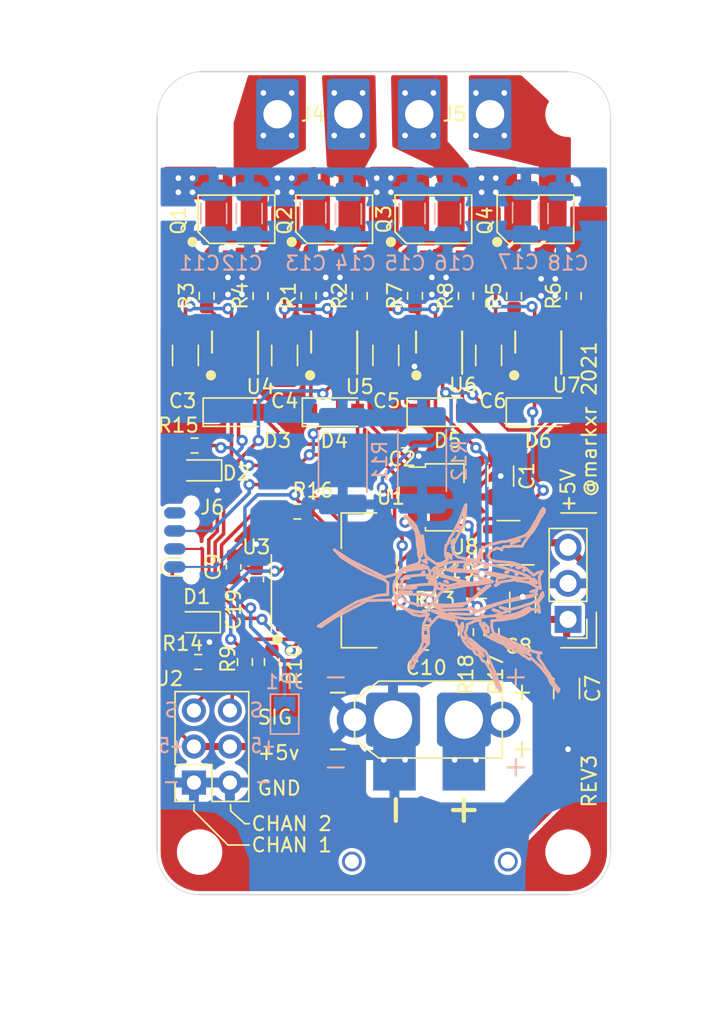
<source format=kicad_pcb>
(kicad_pcb (version 20211014) (generator pcbnew)
  (title_block (date "2021-10-14") (rev "3"))
  (layers (0 "F.Cu" signal) (1 "In1.Cu" signal) (2 "In2.Cu" signal) (31 "B.Cu" signal) (34 "B.Paste" user) (35 "F.Paste" user) (36 "B.SilkS" user "B.Silkscreen") (37 "F.SilkS" user "F.Silkscreen") (38 "B.Mask" user) (39 "F.Mask" user) (44 "Edge.Cuts" user))
  (net 0 "")
  (net 1 "+12V")
  (net 2 "GND")
  (net 3 "VBAT")
  (net 4 "+5V")
  (net 5 "PWMIN_1")
  (net 6 "PWMIN_2")
  (net 9 "UPDI")
  (net 11 "TXDEBUG")
  (net 12 "MOTORF_1")
  (net 13 "MOTORR_1")
  (net 14 "MOTORF_2")
  (net 15 "MOTORR_2")
  (net 16 "MOTOR_ENABLE_2")
  (net 17 "/driver1/BOOST1")
  (net 18 "/driver1/MOTORS2")
  (net 19 "/driver1/BOOST2")
  (net 20 "/driver1/MOTORS1")
  (net 21 "/driver2/BOOST1")
  (net 22 "/driver2/MOTORS2")
  (net 23 "/driver2/BOOST2")
  (net 24 "/driver2/MOTORS1")
  (net 25 "/driver1/GATEH1")
  (net 26 "GNDSHUNT")
  (net 27 "/driver1/GATEL1")
  (net 28 "/driver1/GATEH2")
  (net 29 "/driver1/GATEL2")
  (net 30 "/driver2/GATEH1")
  (net 31 "/driver2/GATEL1")
  (net 32 "/driver2/GATEH2")
  (net 33 "/driver2/GATEL2")
  (net 34 "/driver1/MOTORH2")
  (net 35 "/driver1/MOTORL2")
  (net 36 "/driver1/MOTORH1")
  (net 37 "/driver1/MOTORL1")
  (net 38 "/driver2/MOTORH2")
  (net 39 "/driver2/MOTORL2")
  (net 40 "/driver2/MOTORH1")
  (net 41 "/driver2/MOTORL1")
  (net 42 "MOTOR_ENABLE_1")
  (net 43 "/P1")
  (net 44 "/P2")
  (net 45 "/ISENSE")
  (net 46 "Net-(D1-Pad2)")
  (net 47 "Net-(D2-Pad2)")
  (net 48 "/VSENSE")
  (net 49 "/CONFIG1")
  (net 50 "/MCUPOWER")
  (footprint "Capacitor_SMD:C_1206_3216Metric_Pad1.33x1.80mm_HandSolder" (layer "F.Cu") (at 107.5 93 90)
    (fp_text reference "C3")
    (fp_text value "4.7uF 50V")
  )
  (footprint "Resistor_SMD:R_0603_1608Metric" (layer "F.Cu") (at 127.2925 88.8 90)
    (fp_text reference "R8")
    (fp_text value "15R")
  )
  (footprint "Resistor_SMD:R_0603_1608Metric" (layer "F.Cu") (at 116.2 88.8 90)
    (fp_text reference "R1")
    (fp_text value "15R")
  )
  (footprint "Resistor_SMD:R_0603_1608Metric" (layer "F.Cu") (at 123.7 88.8 90)
    (fp_text reference "R7")
    (fp_text value "15R")
  )
  (footprint "beetledouble:beetlemotor" (layer "F.Cu") (at 114 76)
    (fp_text reference "J4")
    (fp_text value "motor_out")
  )
  (footprint "beetledouble:Infineon-PG-TDSON" (layer "F.Cu") (at 125 83.4)
    (fp_text reference "Q3")
    (fp_text value "SE3082G")
  )
  (footprint "Package_TO_SOT_SMD:SOT-89-3" (layer "F.Cu") (at 125.5 103)
    (fp_text reference "U1")
    (fp_text value "78L12G-AB3-R ")
  )
  (footprint "Diode_SMD:D_SOD-123" (layer "F.Cu") (at 125.3925 97)
    (fp_text reference "D5")
    (fp_text value "B5819W")
  )
  (footprint "Package_TO_SOT_SMD:SOT-23-5" (layer "F.Cu") (at 130.3 106.2 180)
    (fp_text reference "U8")
    (fp_text value "HT7550-2")
  )
  (footprint "Resistor_SMD:R_0603_1608Metric" (layer "F.Cu") (at 115.4 104)
    (fp_text reference "R16")
    (fp_text value "22k")
  )
  (footprint "Diode_SMD:D_SOD-123" (layer "F.Cu") (at 132.3925 97)
    (fp_text reference "D6")
    (fp_text value "B5819W")
  )
  (footprint "Resistor_SMD:R_0603_1608Metric" (layer "F.Cu") (at 130.6925 88.8 90)
    (fp_text reference "R5")
    (fp_text value "15R")
  )
  (footprint "Capacitor_SMD:C_1206_3216Metric_Pad1.33x1.80mm_HandSolder" (layer "F.Cu") (at 121.6425 93 90)
    (fp_text reference "C5")
    (fp_text value "4.7uF 50V")
  )
  (footprint "beetledouble:Infineon-PG-TDSON" (layer "F.Cu") (at 111.1 83.4)
    (fp_text reference "Q1")
    (fp_text value "SE3082G")
  )
  (footprint "Capacitor_SMD:C_0603_1608Metric" (layer "F.Cu") (at 110.9 107.9 90)
    (fp_text reference "C9")
    (fp_text value "2.2uF 50V")
  )
  (footprint "MountingHole:MountingHole_2.7mm_M2.5" (layer "F.Cu") (at 134.5 128)
    (fp_text reference "H1" hide)
    (fp_text value "MountingHole" hide)
  )
  (footprint "Capacitor_SMD:C_1206_3216Metric" (layer "F.Cu") (at 129.75 101.5 -90)
    (fp_text reference "C1")
    (fp_text value "10uF 50V")
  )
  (footprint "Capacitor_SMD:C_1206_3216Metric" (layer "F.Cu") (at 134.4 116.475 -90)
    (fp_text reference "C7")
    (fp_text value "10uF 50V")
  )
  (footprint "Capacitor_SMD:C_0603_1608Metric" (layer "F.Cu") (at 122.8925 99)
    (fp_text reference "C2")
    (fp_text value "2.2uF 50V")
  )
  (footprint "Resistor_SMD:R_0603_1608Metric" (layer "F.Cu") (at 113.6 114.6 90)
    (fp_text reference "R10")
    (fp_text value "1k")
  )
  (footprint "Resistor_SMD:R_0603_1608Metric" (layer "F.Cu") (at 127.3 112.5 90)
    (fp_text reference "R18")
    (fp_text value "1k")
  )
  (footprint "Capacitor_SMD:C_1206_3216Metric" (layer "F.Cu") (at 131.3 110.4 90)
    (fp_text reference "C8")
    (fp_text value "10uF 50V")
  )
  (footprint "LED_SMD:LED_0603_1608Metric_Pad1.05x0.95mm_HandSolder" (layer "F.Cu") (at 108.3 111.8 180)
    (fp_text reference "D1")
    (fp_text value "LED")
  )
  (footprint "MountingHole:MountingHole_2.7mm_M2.5" (layer "F.Cu") (at 108.5 128)
    (fp_text reference "H2" hide)
    (fp_text value "MountingHole" hide)
  )
  (footprint "beetledouble:Infineon-PG-TDSON" (layer "F.Cu") (at 118 83.4)
    (fp_text reference "Q2")
    (fp_text value "SE3082G")
  )
  (footprint "Resistor_SMD:R_0603_1608Metric" (layer "F.Cu") (at 112.8 88.8 90)
    (fp_text reference "R4")
    (fp_text value "15R")
  )
  (footprint "beetledouble:DFN-8-3x3mm_hand1" (layer "F.Cu") (at 132.4 92.8 90)
    (fp_text reference "U7")
    (fp_text value "NCP81155MN")
  )
  (footprint "beetledouble:Infineon-PG-TDSON" (layer "F.Cu") (at 132.2 83.4)
    (fp_text reference "Q4")
    (fp_text value "SE3082G")
  )
  (footprint "Capacitor_SMD:C_0603_1608Metric" (layer "F.Cu") (at 112.5 108.8 90)
    (fp_text reference "C19")
    (fp_text value "100nF")
  )
  (footprint "Resistor_SMD:R_0603_1608Metric" (layer "F.Cu") (at 109 88.8 90)
    (fp_text reference "R3")
    (fp_text value "15R")
  )
  (footprint "LED_SMD:LED_0603_1608Metric_Pad1.05x0.95mm_HandSolder" (layer "F.Cu") (at 108.4 101.1 180)
    (fp_text reference "D2")
    (fp_text value "LED")
  )
  (footprint "Resistor_SMD:R_0603_1608Metric" (layer "F.Cu") (at 108.15 99.35)
    (fp_text reference "R15")
    (fp_text value "1k")
  )
  (footprint "beetledouble:DFN-8-3x3mm_hand1" (layer "F.Cu") (at 118 92.8 90)
    (fp_text reference "U5")
    (fp_text value "NCP81155MN")
  )
  (footprint "Resistor_SMD:R_0603_1608Metric" (layer "F.Cu") (at 129.1 112.5 90)
    (fp_text reference "R17")
    (fp_text value "22k")
  )
  (footprint "beetledouble:DFN-8-3x3mm_hand1" (layer "F.Cu") (at 111 92.8 90)
    (fp_text reference "U4")
    (fp_text value "NCP81155MN")
  )
  (footprint "Capacitor_SMD:C_1206_3216Metric_Pad1.33x1.80mm_HandSolder" (layer "F.Cu") (at 114.5 93 90)
    (fp_text reference "C4")
    (fp_text value "4.7uF 50V")
  )
  (footprint "Capacitor_SMD:C_1206_3216Metric_Pad1.33x1.80mm_HandSolder" (layer "F.Cu") (at 128.9 93 90)
    (fp_text reference "C6")
    (fp_text value "4.7uF 50V")
  )
  (footprint "Diode_SMD:D_SOD-123" (layer "F.Cu") (at 111 97)
    (fp_text reference "D3")
    (fp_text value "B5819W")
  )
  (footprint "beetledouble:DFN-8-3x3mm_hand1" (layer "F.Cu") (at 125.4 92.8 90)
    (fp_text reference "U6")
    (fp_text value "NCP81155MN")
  )
  (footprint "Resistor_SMD:R_0603_1608Metric" (layer "F.Cu") (at 128.5 109.6 180)
    (fp_text reference "R19")
    (fp_text value "22k")
  )
  (footprint "Connector_PinSocket_2.54mm:PinSocket_2x03_P2.54mm_Vertical" (layer "F.Cu") (at 108.1 123.1 180)
    (fp_text reference "J2")
    (fp_text value "rxin")
  )
  (footprint "Package_SO:SOIC-14_3.9x8.7mm_P1.27mm" (layer "F.Cu") (at 118 109 90)
    (fp_text reference "U3")
    (fp_text value "ATtiny1614-SS")
  )
  (footprint "Resistor_SMD:R_0603_1608Metric" (layer "F.Cu") (at 108.4 114.6)
    (fp_text reference "R14")
    (fp_text value "1k")
  )
  (footprint "beetledouble:beetlemotor" (layer "F.Cu") (at 124 76)
    (fp_text reference "J5")
    (fp_text value "motor_out")
  )
  (footprint "Resistor_SMD:R_0603_1608Metric" (layer "F.Cu") (at 119.8 88.8 90)
    (fp_text reference "R2")
    (fp_text value "15R")
  )
  (footprint "Diode_SMD:D_SOD-123" (layer "F.Cu") (at 118 97)
    (fp_text reference "D4")
    (fp_text value "B5819W")
  )
  (footprint "beetledouble:beetlepower" (layer "F.Cu") (at 122.25 118.6625)
    (fp_text reference "J1" hide)
    (fp_text value "XT30PW-M")
  )
  (footprint "Resistor_SMD:R_0603_1608Metric" (layer "F.Cu") (at 111.7 114.6 90)
    (fp_text reference "R9")
    (fp_text value "1k")
  )
  (footprint "MountingHole:MountingHole_2.7mm_M2.5" (layer "F.Cu") (at 134.5 76)
    (fp_text reference "H3" hide)
    (fp_text value "MountingHole" hide)
  )
  (footprint "Resistor_SMD:R_0603_1608Metric" (layer "F.Cu") (at 134.9 88.8 90)
    (fp_text reference "R6")
    (fp_text value "15R")
  )
  (footprint "beetledouble:SOIC_clipProgSmall" (layer "F.Cu") (at 106 106 -90)
    (fp_text reference "J6")
    (fp_text value "prog connector")
  )
  (footprint "MountingHole:MountingHole_2.7mm_M2.5" (layer "F.Cu") (at 108.5 76)
    (fp_text reference "H4" hide)
    (fp_text value "MountingHole" hide)
  )
  (footprint "Capacitor_SMD:C_0603_1608Metric" (layer "F.Cu") (at 124.5 113.25)
    (fp_text reference "C10")
    (fp_text value "2.2uF 50V")
  )
  (footprint "Resistor_SMD:R_0603_1608Metric" (layer "F.Cu") (at 124.5 111.5)
    (fp_text reference "R13")
    (fp_text value "1k")
  )
  (footprint "beetledouble:aliexpress_regulator_3p" (layer "F.Cu") (at 134.5 111.6 180)
    (fp_text reference "U2" hide)
    (fp_text value "DD4012SB")
  )
  (footprint "Resistor_SMD:R_2512_6332Metric_Pad1.40x3.35mm_HandSolder" (layer "B.Cu") (at 124.2 100.4 90)
    (fp_text reference "R12")
    (fp_text value "0.01 ohm")
  )
  (footprint "Capacitor_SMD:C_1206_3216Metric_Pad1.33x1.80mm_HandSolder" (layer "B.Cu") (at 131.5 82.9375 -90)
    (fp_text reference "C17")
    (fp_text value "DNP")
  )
  (footprint "Capacitor_SMD:C_1206_3216Metric_Pad1.33x1.80mm_HandSolder" (layer "B.Cu") (at 119 83.025 -90)
    (fp_text reference "C14")
    (fp_text value "10uF 50V")
  )
  (footprint "Capacitor_SMD:C_1206_3216Metric_Pad1.33x1.80mm_HandSolder" (layer "B.Cu") (at 126 83.025 -90)
    (fp_text reference "C16")
    (fp_text value "DNP")
  )
  (footprint "Capacitor_SMD:C_1206_3216Metric_Pad1.33x1.80mm_HandSolder" (layer "B.Cu") (at 134 83 -90)
    (fp_text reference "C18")
    (fp_text value "DNP")
  )
  (footprint "Capacitor_SMD:C_1206_3216Metric_Pad1.33x1.80mm_HandSolder" (layer "B.Cu") (at 112 83 -90)
    (fp_text reference "C12")
    (fp_text value "10uF 50V")
  )
  (footprint "Capacitor_SMD:C_1206_3216Metric_Pad1.33x1.80mm_HandSolder" (layer "B.Cu") (at 109.5 83 -90)
    (fp_text reference "C11")
    (fp_text value "10uF 50V")
  )
  (footprint "Jumper:SolderJumper-2_P1.3mm_Open_TrianglePad1.0x1.5mm" (layer "B.Cu") (at 114.5 118.275 90)
    (fp_text reference "JP1")
    (fp_text value "CONFIG1")
  )
  (footprint "Capacitor_SMD:C_1206_3216Metric_Pad1.33x1.80mm_HandSolder" (layer "B.Cu") (at 123.5 83 -90)
    (fp_text reference "C15")
    (fp_text value "10uF 50V")
  )
  (footprint "Resistor_SMD:R_2512_6332Metric_Pad1.40x3.35mm_HandSolder" (layer "B.Cu") (at 118.6 100.45 90)
    (fp_text reference "R11")
    (fp_text value "0.01 ohm")
  )
  (footprint "Capacitor_SMD:C_1206_3216Metric_Pad1.33x1.80mm_HandSolder" (layer "B.Cu") (at 116.5 82.9375 -90)
    (fp_text reference "C13")
    (fp_text value "DNP")
  )
  (gr_line (start 118.009089 106.698723) (end 119.199229 107.470925) (layer "B.SilkS") (width 0.2))
  (gr_line (start 131.47497 113.807045) (end 131.133067 113.661126) (layer "B.SilkS") (width 0.2))
  (gr_line (start 129.452631 111.015145) (end 129.452631 111.015145) (layer "B.SilkS") (width 0.2))
  (gr_line (start 117.084444 112.115197) (end 117.084444 112.115197) (layer "B.SilkS") (width 0.2))
  (gr_line (start 123.50358 109.329812) (end 123.770594 109.338814) (layer "B.SilkS") (width 0.2))
  (gr_line (start 123.377161 114.714577) (end 123.627245 114.221077) (layer "B.SilkS") (width 0.2))
  (gr_line (start 132.709082 109.713219) (end 132.74827 109.932442) (layer "B.SilkS") (width 0.2))
  (gr_line (start 128.746832 107.857155) (end 128.746832 107.857155) (layer "B.SilkS") (width 0.2))
  (gr_line (start 129.613032 111.515953) (end 129.613032 111.515953) (layer "B.SilkS") (width 0.2))
  (gr_line (start 131.817973 109.047722) (end 131.817973 109.047722) (layer "B.SilkS") (width 0.2))
  (gr_line (start 132.41004 110.214699) (end 132.41004 110.214699) (layer "B.SilkS") (width 0.2))
  (gr_line (start 129.297484 106.66462) (end 129.026076 106.718514) (layer "B.SilkS") (width 0.2))
  (gr_line (start 128.348505 108.897774) (end 128.828181 108.92318) (layer "B.SilkS") (width 0.2))
  (gr_line (start 124.861483 109.986748) (end 124.861483 109.986748) (layer "B.SilkS") (width 0.2))
  (gr_line (start 122.234087 110.330224) (end 122.018481 110.236824) (layer "B.SilkS") (width 0.2))
  (gr_line (start 129.039355 107.410622) (end 129.381136 107.507317) (layer "B.SilkS") (width 0.2))
  (gr_line (start 132.277064 109.02221) (end 132.277064 109.02221) (layer "B.SilkS") (width 0.2))
  (gr_line (start 124.909472 110.290978) (end 124.81972 110.072274) (layer "B.SilkS") (width 0.2))
  (gr_line (start 127.254801 104.341622) (end 127.124354 104.881859) (layer "B.SilkS") (width 0.2))
  (gr_line (start 130.257181 108.272026) (end 130.129011 108.304619) (layer "B.SilkS") (width 0.2))
  (gr_line (start 129.11302 112.120736) (end 129.234103 112.572182) (layer "B.SilkS") (width 0.2))
  (gr_line (start 124.693018 109.908654) (end 124.693018 109.908654) (layer "B.SilkS") (width 0.2))
  (gr_line (start 132.251131 108.916939) (end 132.097208 108.774666) (layer "B.SilkS") (width 0.2))
  (gr_line (start 127.108179 108.92315) (end 127.108179 108.92315) (layer "B.SilkS") (width 0.2))
  (gr_line (start 127.014551 110.649315) (end 127.014551 110.649315) (layer "B.SilkS") (width 0.2))
  (gr_line (start 128.728335 108.719948) (end 128.728335 108.719948) (layer "B.SilkS") (width 0.2))
  (gr_line (start 129.696062 116.453804) (end 129.711951 116.597466) (layer "B.SilkS") (width 0.2))
  (gr_line (start 132.446368 110.760262) (end 132.494406 111.09768) (layer "B.SilkS") (width 0.2))
  (gr_line (start 129.623171 116.183449) (end 129.623171 116.183449) (layer "B.SilkS") (width 0.2))
  (gr_line (start 127.936171 113.977562) (end 127.801043 113.725457) (layer "B.SilkS") (width 0.2))
  (gr_line (start 130.047743 111.093697) (end 130.316519 110.985634) (layer "B.SilkS") (width 0.2))
  (gr_line (start 122.32065 110.05729) (end 122.32065 110.05729) (layer "B.SilkS") (width 0.2))
  (gr_line (start 130.905245 113.339028) (end 130.905245 113.339028) (layer "B.SilkS") (width 0.2))
  (gr_line (start 128.406611 106.889595) (end 128.406611 106.889595) (layer "B.SilkS") (width 0.2))
  (gr_line (start 128.406611 106.889595) (end 128.406611 106.889595) (layer "B.SilkS") (width 0.2))
  (gr_line (start 123.31946 104.540444) (end 123.31946 104.540444) (layer "B.SilkS") (width 0.2))
  (gr_line (start 123.771571 105.39457) (end 123.089861 104.562783) (layer "B.SilkS") (width 0.2))
  (gr_line (start 122.569491 109.377205) (end 122.587694 109.253167) (layer "B.SilkS") (width 0.2))
  (gr_line (start 132.469084 108.595223) (end 132.469084 108.595223) (layer "B.SilkS") (width 0.2))
  (gr_line (start 131.866434 109.649956) (end 132.29122 109.516213) (layer "B.SilkS") (width 0.2))
  (gr_line (start 125.253794 107.919121) (end 125.061541 107.979927) (layer "B.SilkS") (width 0.2))
  (gr_line (start 132.592799 113.961983) (end 132.44327 114.002785) (layer "B.SilkS") (width 0.2))
  (gr_line (start 131.012175 113.705651) (end 131.830405 114.105706) (layer "B.SilkS") (width 0.2))
  (gr_line (start 124.058611 108.476128) (end 124.753207 108.468132) (layer "B.SilkS") (width 0.2))
  (gr_line (start 124.446207 112.301186) (end 124.446207 112.301186) (layer "B.SilkS") (width 0.2))
  (gr_line (start 131.353953 108.128441) (end 131.396674 108.171135) (layer "B.SilkS") (width 0.2))
  (gr_line (start 123.757883 111.049599) (end 124.246371 111.099999) (layer "B.SilkS") (width 0.2))
  (gr_line (start 132.44327 114.259133) (end 132.44327 114.259133) (layer "B.SilkS") (width 0.2))
  (gr_line (start 129.490042 115.769646) (end 129.623171 116.183449) (layer "B.SilkS") (width 0.2))
  (gr_line (start 124.638247 112.292916) (end 124.638247 112.292916) (layer "B.SilkS") (width 0.2))
  (gr_line (start 124.605616 107.9217) (end 124.605616 107.9217) (layer "B.SilkS") (width 0.2))
  (gr_line (start 126.418871 109.156121) (end 126.700716 109.072915) (layer "B.SilkS") (width 0.2))
  (gr_line (start 124.991686 109.742623) (end 124.991686 109.742623) (layer "B.SilkS") (width 0.2))
  (gr_line (start 132.892016 115.353402) (end 132.817255 115.267495) (layer "B.SilkS") (width 0.2))
  (gr_line (start 129.711951 116.597466) (end 129.711951 116.597466) (layer "B.SilkS") (width 0.2))
  (gr_line (start 125.044924 108.483101) (end 125.17721 108.940255) (layer "B.SilkS") (width 0.2))
  (gr_line (start 127.23115 112.995049) (end 127.23115 112.995049) (layer "B.SilkS") (width 0.2))
  (gr_line (start 133.105631 115.648247) (end 133.105631 115.648247) (layer "B.SilkS") (width 0.2))
  (gr_line (start 126.019808 106.948754) (end 126.008845 107.072899) (layer "B.SilkS") (width 0.2))
  (gr_line (start 123.770594 109.338814) (end 123.770594 109.338814) (layer "B.SilkS") (width 0.2))
  (gr_line (start 128.520895 111.310585) (end 128.520895 111.310585) (layer "B.SilkS") (width 0.2))
  (gr_line (start 127.384188 109.194634) (end 127.384188 109.194634) (layer "B.SilkS") (width 0.2))
  (gr_line (start 130.883997 107.936196) (end 131.012167 107.97889) (layer "B.SilkS") (width 0.2))
  (gr_line (start 130.734354 113.242226) (end 130.734354 113.242226) (layer "B.SilkS") (width 0.2))
  (gr_line (start 130.453982 111.301949) (end 130.453982 111.301949) (layer "B.SilkS") (width 0.2))
  (gr_line (start 129.770537 111.189904) (end 129.770537 111.189904) (layer "B.SilkS") (width 0.2))
  (gr_line (start 132.843047 103.878884) (end 132.843047 103.878884) (layer "B.SilkS") (width 0.2))
  (gr_line (start 126.805201 105.225808) (end 126.805201 105.225808) (layer "B.SilkS") (width 0.2))
  (gr_line (start 128.542994 111.852883) (end 128.578905 112.33181) (layer "B.SilkS") (width 0.2))
  (gr_line (start 126.020624 111.266625) (end 126.020624 111.26664) (layer "B.SilkS") (width 0.2))
  (gr_line (start 130.156325 108.53405) (end 130.570063 108.617455) (layer "B.SilkS") (width 0.2))
  (gr_line (start 131.764246 110.506676) (end 131.764246 110.506676) (layer "B.SilkS") (width 0.2))
  (gr_line (start 125.17721 108.940255) (end 125.17721 108.940255) (layer "B.SilkS") (width 0.2))
  (gr_line (start 121.570338 108.833138) (end 121.570338 108.833138) (layer "B.SilkS") (width 0.2))
  (gr_line (start 126.235781 107.084771) (end 126.235781 107.084771) (layer "B.SilkS") (width 0.2))
  (gr_line (start 128.728335 108.719948) (end 128.972487 108.844414) (layer "B.SilkS") (width 0.2))
  (gr_line (start 129.004992 112.894158) (end 129.004992 112.894158) (layer "B.SilkS") (width 0.2))
  (gr_line (start 125.52318 108.238564) (end 125.52318 108.238564) (layer "B.SilkS") (width 0.2))
  (gr_line (start 125.333453 110.566719) (end 126.042902 110.605217) (layer "B.SilkS") (width 0.2))
  (gr_line (start 131.666838 105.803719) (end 131.367388 106.23272) (layer "B.SilkS") (width 0.2))
  (gr_line (start 124.660036 113.305413) (end 124.660036 113.305413) (layer "B.SilkS") (width 0.2))
  (gr_line (start 123.837962 105.872612) (end 123.837962 105.872612) (layer "B.SilkS") (width 0.2))
  (gr_line (start 132.486567 114.877343) (end 131.889262 114.318489) (layer "B.SilkS") (width 0.2))
  (gr_line (start 130.813197 108.399651) (end 130.93923 108.400658) (layer "B.SilkS") (width 0.2))
  (gr_line (start 130.883997 107.936196) (end 130.883997 107.936196) (layer "B.SilkS") (width 0.2))
  (gr_line (start 128.542994 111.852883) (end 128.542994 111.852883) (layer "B.SilkS") (width 0.2))
  (gr_line (start 123.377161 114.714577) (end 123.377161 114.714577) (layer "B.SilkS") (width 0.2))
  (gr_line (start 130.708968 111.235848) (end 130.708968 111.235848) (layer "B.SilkS") (width 0.2))
  (gr_line (start 132.817255 115.267495) (end 132.486567 114.877343) (layer "B.SilkS") (width 0.2))
  (gr_line (start 132.097208 108.774666) (end 131.817572 108.71386) (layer "B.SilkS") (width 0.2))
  (gr_line (start 131.012167 107.893502) (end 131.012167 107.893502) (layer "B.SilkS") (width 0.2))
  (gr_line (start 132.44327 114.259133) (end 132.379191 114.283638) (layer "B.SilkS") (width 0.2))
  (gr_line (start 127.384188 109.194634) (end 127.035891 109.241036) (layer "B.SilkS") (width 0.2))
  (gr_line (start 123.242983 108.002556) (end 123.242983 108.002556) (layer "B.SilkS") (width 0.2))
  (gr_line (start 125.137858 109.352593) (end 125.062258 109.140236) (layer "B.SilkS") (width 0.2))
  (gr_line (start 126.297022 111.204232) (end 126.297022 111.204232) (layer "B.SilkS") (width 0.2))
  (gr_line (start 129.726714 108.969323) (end 129.597269 109.093178) (layer "B.SilkS") (width 0.2))
  (gr_line (start 128.924338 114.373711) (end 129.021498 114.662087) (layer "B.SilkS") (width 0.2))
  (gr_line (start 127.556773 111.242226) (end 127.556773 111.242226) (layer "B.SilkS") (width 0.2))
  (gr_line (start 124.229433 107.765343) (end 123.242983 108.002556) (layer "B.SilkS") (width 0.2))
  (gr_line (start 131.184927 111.059777) (end 130.938925 111.171044) (layer "B.SilkS") (width 0.2))
  (gr_line (start 127.801043 113.725457) (end 127.565012 113.596886) (layer "B.SilkS") (width 0.2))
  (gr_line (start 132.097208 108.774666) (end 132.097208 108.774666) (layer "B.SilkS") (width 0.2))
  (gr_line (start 129.715639 106.147042) (end 129.715639 106.147042) (layer "B.SilkS") (width 0.2))
  (gr_line (start 124.739779 111.576668) (end 124.739779 111.576668) (layer "B.SilkS") (width 0.2))
  (gr_line (start 131.394202 110.926903) (end 131.184927 111.059777) (layer "B.SilkS") (width 0.2))
  (gr_line (start 132.61936 109.850213) (end 132.709082 109.713219) (layer "B.SilkS") (width 0.2))
  (gr_line (start 124.133738 109.152794) (end 123.065668 109.263405) (layer "B.SilkS") (width 0.2))
  (gr_line (start 128.141577 109.444329) (end 128.223467 109.447335) (layer "B.SilkS") (width 0.2))
  (gr_line (start 126.717532 112.049981) (end 126.717532 112.049981) (layer "B.SilkS") (width 0.2))
  (gr_line (start 130.341036 113.662636) (end 130.341036 113.662636) (layer "B.SilkS") (width 0.2))
  (gr_line (start 126.707812 107.767571) (end 126.707812 107.767571) (layer "B.SilkS") (width 0.2))
  (gr_line (start 129.644881 111.054024) (end 129.666239 111.093117) (layer "B.SilkS") (width 0.2))
  (gr_line (start 130.938925 111.171044) (end 130.708968 111.235848) (layer "B.SilkS") (width 0.2))
  (gr_line (start 127.124354 104.881859) (end 127.124354 104.881859) (layer "B.SilkS") (width 0.2))
  (gr_line (start 129.303263 112.763939) (end 129.046927 112.69674) (layer "B.SilkS") (width 0.2))
  (gr_line (start 132.61936 109.850213) (end 132.61936 109.850213) (layer "B.SilkS") (width 0.2))
  (gr_line (start 119.625246 110.35009) (end 120.972216 109.928338) (layer "B.SilkS") (width 0.2))
  (gr_line (start 124.246371 111.099999) (end 124.246371 111.099999) (layer "B.SilkS") (width 0.2))
  (gr_line (start 128.534258 114.173836) (end 128.534258 114.173836) (layer "B.SilkS") (width 0.2))
  (gr_line (start 129.234103 112.572182) (end 130.734354 113.242226) (layer "B.SilkS") (width 0.2))
  (gr_line (start 126.636111 111.850136) (end 126.60837 111.708184) (layer "B.SilkS") (width 0.2))
  (gr_line (start 124.257342 112.661461) (end 124.265444 112.404488) (layer "B.SilkS") (width 0.2))
  (gr_line (start 129.602278 108.430855) (end 129.602278 108.430855) (layer "B.SilkS") (width 0.2))
  (gr_line (start 131.133067 113.661126) (end 131.133067 113.661126) (layer "B.SilkS") (width 0.2))
  (gr_line (start 123.242503 109.661995) (end 123.242503 109.661995) (layer "B.SilkS") (width 0.2))
  (gr_line (start 123.852152 106.096337) (end 123.837962 105.872612) (layer "B.SilkS") (width 0.2))
  (gr_line (start 127.743376 113.105645) (end 128.146181 113.449181) (layer "B.SilkS") (width 0.2))
  (gr_line (start 123.279276 108.683831) (end 123.153818 108.619729) (layer "B.SilkS") (width 0.2))
  (gr_line (start 128.040984 114.064156) (end 128.040984 114.064156) (layer "B.SilkS") (width 0.2))
  (gr_line (start 128.872877 107.1419) (end 129.039355 107.410622) (layer "B.SilkS") (width 0.2))
  (gr_line (start 126.251559 107.295281) (end 126.251559 107.295281) (layer "B.SilkS") (width 0.2))
  (gr_line (start 128.667956 107.935448) (end 128.667956 107.935448) (layer "B.SilkS") (width 0.2))
  (gr_line (start 124.464747 107.403817) (end 124.464747 107.403817) (layer "B.SilkS") (width 0.2))
  (gr_line (start 124.714991 108.978737) (end 124.974329 109.000237) (layer "B.SilkS") (width 0.2))
  (gr_line (start 124.565348 108.670098) (end 124.711314 108.7295) (layer "B.SilkS") (width 0.2))
  (gr_line (start 124.233271 105.697884) (end 124.233271 105.697884) (layer "B.SilkS") (width 0.2))
  (gr_line (start 131.228125 110.14283) (end 131.228125 110.14283) (layer "B.SilkS") (width 0.2))
  (gr_line (start 123.9201 113.918374) (end 123.9201 113.918374) (layer "B.SilkS") (width 0.2))
  (gr_line (start 128.431082 107.309487) (end 128.431082 107.309487) (layer "B.SilkS") (width 0.2))
  (gr_line (start 125.15909 108.337258) (end 125.073641 108.278054) (layer "B.SilkS") (width 0.2))
  (gr_line (start 124.903879 110.99865) (end 125.833483 111.40194) (layer "B.SilkS") (width 0.2))
  (gr_line (start 128.520895 111.310585) (end 128.520895 111.310585) (layer "B.SilkS") (width 0.2))
  (gr_line (start 129.218375 115.606682) (end 129.218375 115.606682) (layer "B.SilkS") (width 0.2))
  (gr_line (start 127.124354 104.881859) (end 126.914873 105.347084) (layer "B.SilkS") (width 0.2))
  (gr_line (start 130.493994 106.442666) (end 130.302134 106.478173) (layer "B.SilkS") (width 0.2))
  (gr_line (start 128.382044 111.247078) (end 128.382044 111.247078) (layer "B.SilkS") (width 0.2))
  (gr_line (start 129.175017 108.958825) (end 128.070738 109.131539) (layer "B.SilkS") (width 0.2))
  (gr_line (start 126.717532 112.049981) (end 126.63811 111.953881) (layer "B.SilkS") (width 0.2))
  (gr_line (start 129.490042 115.769646) (end 129.490042 115.769646) (layer "B.SilkS") (width 0.2))
  (gr_line (start 130.129011 108.304619) (end 130.129011 108.304619) (layer "B.SilkS") (width 0.2))
  (gr_line (start 120.125803 108.196526) (end 120.125803 108.196526) (layer "B.SilkS") (width 0.2))
  (gr_line (start 128.876013 112.272667) (end 128.833292 112.12806) (layer "B.SilkS") (width 0.2))
  (gr_line (start 126.60837 111.708184) (end 125.708193 111.497109) (layer "B.SilkS") (width 0.2))
  (gr_line (start 125.917399 110.688912) (end 125.917399 110.688912) (layer "B.SilkS") (width 0.2))
  (gr_line (start 122.999277 108.580727) (end 122.999277 108.580727) (layer "B.SilkS") (width 0.2))
  (gr_line (start 126.251559 107.295281) (end 126.235781 107.084771) (layer "B.SilkS") (width 0.2))
  (gr_line (start 132.395937 109.367196) (end 132.395937 109.367196) (layer "B.SilkS") (width 0.2))
  (gr_line (start 131.248751 113.490075) (end 131.248751 113.490075) (layer "B.SilkS") (width 0.2))
  (gr_line (start 126.63772 105.041207) (end 126.63772 105.041207) (layer "B.SilkS") (width 0.2))
  (gr_line (start 129.452631 111.015145) (end 129.345824 110.987145) (layer "B.SilkS") (width 0.2))
  (gr_line (start 130.093592 108.00338) (end 130.093592 108.00338) (layer "B.SilkS") (width 0.2))
  (gr_line (start 124.637759 112.175881) (end 124.637759 112.175881) (layer "B.SilkS") (width 0.2))
  (gr_line (start 125.185404 108.185036) (end 125.185404 108.185036) (layer "B.SilkS") (width 0.2))
  (gr_line (start 131.869532 108.888344) (end 132.104353 109.007805) (layer "B.SilkS") (width 0.2))
  (gr_line (start 130.257178 108.272026) (end 130.257178 108.272026) (layer "B.SilkS") (width 0.2))
  (gr_line (start 126.466372 107.555504) (end 126.466372 107.555504) (layer "B.SilkS") (width 0.2))
  (gr_line (start 127.180857 107.843941) (end 127.180857 107.843941) (layer "B.SilkS") (width 0.2))
  (gr_line (start 122.32065 110.05729) (end 122.464396 110.317772) (layer "B.SilkS") (width 0.2))
  (gr_line (start 128.384638 108.659081) (end 128.15412 108.545464) (layer "B.SilkS") (width 0.2))
  (gr_line (start 130.98091 110.761483) (end 130.98091 110.761483) (layer "B.SilkS") (width 0.2))
  (gr_line (start 129.527521 108.705147) (end 129.527521 108.705147) (layer "B.SilkS") (width 0.2))
  (gr_line (start 128.608923 111.417336) (end 128.737254 111.400032) (layer "B.SilkS") (width 0.2))
  (gr_line (start 126.292605 106.269936) (end 126.292605 106.269936) (layer "B.SilkS") (width 0.2))
  (gr_line (start 123.918871 106.580651) (end 123.876154 106.426522) (layer "B.SilkS") (width 0.2))
  (gr_line (start 123.082934 104.323281) (end 123.190791 104.405083) (layer "B.SilkS") (width 0.2))
  (gr_line (start 123.428782 107.80674) (end 123.955386 107.650933) (layer "B.SilkS") (width 0.2))
  (gr_line (start 131.698244 114.37333) (end 131.698244 114.37333) (layer "B.SilkS") (width 0.2))
  (gr_line (start 123.560511 114.987191) (end 123.560511 114.987191) (layer "B.SilkS") (width 0.2))
  (gr_line (start 131.830405 114.105706) (end 131.47497 113.807061) (layer "B.SilkS") (width 0.2))
  (gr_line (start 126.803843 105.116478) (end 126.803843 105.116478) (layer "B.SilkS") (width 0.2))
  (gr_line (start 124.464747 107.403817) (end 124.277491 107.479424) (layer "B.SilkS") (width 0.2))
  (gr_line (start 125.267886 107.724114) (end 125.267886 107.724114) (layer "B.SilkS") (width 0.2))
  (gr_line (start 128.416705 113.935296) (end 128.021517 113.556054) (layer "B.SilkS") (width 0.2))
  (gr_line (start 132.395937 109.367196) (end 131.817973 109.047722) (layer "B.SilkS") (width 0.2))
  (gr_line (start 124.176264 105.928658) (end 124.233271 105.697884) (layer "B.SilkS") (width 0.2))
  (gr_line (start 125.650011 108.083474) (end 125.52318 108.238564) (layer "B.SilkS") (width 0.2))
  (gr_line (start 129.726714 108.969323) (end 129.726714 108.969323) (layer "B.SilkS") (width 0.2))
  (gr_line (start 127.229411 107.865242) (end 127.180857 107.843941) (layer "B.SilkS") (width 0.2))
  (gr_line (start 131.869532 108.888344) (end 131.869532 108.888344) (layer "B.SilkS") (width 0.2))
  (gr_line (start 121.778628 109.860222) (end 121.778498 109.50776) (layer "B.SilkS") (width 0.2))
  (gr_line (start 129.823126 106.709008) (end 129.823126 106.709008) (layer "B.SilkS") (width 0.2))
  (gr_line (start 130.019617 113.377175) (end 130.019617 113.377175) (layer "B.SilkS") (width 0.2))
  (gr_line (start 129.362494 109.205361) (end 129.362494 109.205361) (layer "B.SilkS") (width 0.2))
  (gr_line (start 123.766733 105.029961) (end 124.044199 105.740014) (layer "B.SilkS") (width 0.2))
  (gr_line (start 122.672472 109.834252) (end 122.672472 109.834252) (layer "B.SilkS") (width 0.2))
  (gr_line (start 125.17721 108.940255) (end 125.282206 109.40992) (layer "B.SilkS") (width 0.2))
  (gr_line (start 129.516714 111.014931) (end 129.516714 111.014931) (layer "B.SilkS") (width 0.2))
  (gr_line (start 121.535632 109.859734) (end 121.778628 109.860222) (layer "B.SilkS") (width 0.2))
  (gr_line (start 125.062258 109.140236) (end 125.062258 109.140236) (layer "B.SilkS") (width 0.2))
  (gr_line (start 126.914873 105.347084) (end 126.564577 106.015221) (layer "B.SilkS") (width 0.2))
  (gr_line (start 130.488814 106.14222) (end 130.488814 106.14222) (layer "B.SilkS") (width 0.2))
  (gr_line (start 127.382861 112.890374) (end 127.640658 113.02195) (layer "B.SilkS") (width 0.2))
  (gr_line (start 127.423399 113.140969) (end 128.534258 114.173836) (layer "B.SilkS") (width 0.2))
  (gr_line (start 122.777216 109.607003) (end 123.242503 109.661995) (layer "B.SilkS") (width 0.2))
  (gr_line (start 126.547602 107.952568) (end 126.547602 107.952568) (layer "B.SilkS") (width 0.2))
  (gr_line (start 126.418871 109.156121) (end 126.418871 109.156121) (layer "B.SilkS") (width 0.2))
  (gr_line (start 127.885252 108.504036) (end 127.967131 108.507042) (layer "B.SilkS") (width 0.2))
  (gr_line (start 132.122931 104.840065) (end 132.122931 104.840065) (layer "B.SilkS") (width 0.2))
  (gr_line (start 126.092615 106.083168) (end 126.147723 105.910302) (layer "B.SilkS") (width 0.2))
  (gr_line (start 126.147723 105.910302) (end 126.147723 105.910302) (layer "B.SilkS") (width 0.2))
  (gr_line (start 124.659876 112.784508) (end 124.659876 112.784508) (layer "B.SilkS") (width 0.2))
  (gr_line (start 126.564577 106.015221) (end 126.325472 106.495018) (layer "B.SilkS") (width 0.2))
  (gr_line (start 130.814883 107.675118) (end 130.814883 107.675118) (layer "B.SilkS") (width 0.2))
  (gr_line (start 122.207209 109.142601) (end 122.207201 109.578606) (layer "B.SilkS") (width 0.2))
  (gr_line (start 122.955363 104.348977) (end 122.955363 104.348977) (layer "B.SilkS") (width 0.2))
  (gr_line (start 128.327051 111.476937) (end 128.608923 111.417336) (layer "B.SilkS") (width 0.2))
  (gr_line (start 126.419405 111.490242) (end 126.020624 111.266625) (layer "B.SilkS") (width 0.2))
  (gr_line (start 125.7764 109.5057) (end 125.407549 109.816323) (layer "B.SilkS") (width 0.2))
  (gr_line (start 124.753207 108.468132) (end 124.765948 108.273095) (layer "B.SilkS") (width 0.2))
  (gr_line (start 132.372729 110.437539) (end 132.372729 110.437539) (layer "B.SilkS") (width 0.2))
  (gr_line (start 129.823126 106.709008) (end 129.694975 106.617714) (layer "B.SilkS") (width 0.2))
  (gr_line (start 131.439394 108.128441) (end 131.439394 108.128441) (layer "B.SilkS") (width 0.2))
  (gr_line (start 122.207209 109.142601) (end 122.207209 109.142601) (layer "B.SilkS") (width 0.2))
  (gr_line (start 133.748732 116.395226) (end 133.87448 116.544747) (layer "B.SilkS") (width 0.2))
  (gr_line (start 124.903879 110.99865) (end 124.903879 110.99865) (layer "B.SilkS") (width 0.2))
  (gr_line (start 118.53702 107.245079) (end 118.53702 107.245079) (layer "B.SilkS") (width 0.2))
  (gr_line (start 126.292605 106.269936) (end 126.393969 106.034966) (layer "B.SilkS") (width 0.2))
  (gr_line (start 125.407549 109.816323) (end 125.407549 109.816323) (layer "B.SilkS") (width 0.2))
  (gr_line (start 131.653014 108.705742) (end 131.781142 108.61274) (layer "B.SilkS") (width 0.2))
  (gr_line (start 124.652582 107.321389) (end 125.267886 107.724114) (layer "B.SilkS") (width 0.2))
  (gr_line (start 133.041113 115.268883) (end 133.041113 115.268883) (layer "B.SilkS") (width 0.2))
  (gr_line (start 126.008845 107.072899) (end 126.251559 107.295281) (layer "B.SilkS") (width 0.2))
  (gr_line (start 127.640658 113.02195) (end 127.640658 113.02195) (layer "B.SilkS") (width 0.2))
  (gr_line (start 124.693018 109.908654) (end 124.861483 109.986748) (layer "B.SilkS") (width 0.2))
  (gr_line (start 122.425303 108.396126) (end 122.425303 108.396126) (layer "B.SilkS") (width 0.2))
  (gr_line (start 127.350321 110.446984) (end 127.542372 110.200158) (layer "B.SilkS") (width 0.2))
  (gr_line (start 126.325472 106.495018) (end 126.422953 106.960823) (layer "B.SilkS") (width 0.2))
  (gr_line (start 129.858622 106.122048) (end 130.099058 106.116051) (layer "B.SilkS") (width 0.2))
  (gr_line (start 129.004992 112.894158) (end 128.756525 112.765511) (layer "B.SilkS") (width 0.2))
  (gr_line (start 120.125803 108.196526) (end 119.711901 107.958489) (layer "B.SilkS") (width 0.2))
  (gr_line (start 124.446207 112.301186) (end 124.472018 112.275383) (layer "B.SilkS") (width 0.2))
  (gr_line (start 124.890528 108.588585) (end 124.890528 108.588585) (layer "B.SilkS") (width 0.2))
  (gr_line (start 132.29122 109.516213) (end 132.283018 109.620797) (layer "B.SilkS") (width 0.2))
  (gr_line (start 127.091486 112.115288) (end 127.053736 111.86924) (layer "B.SilkS") (width 0.2))
  (gr_line (start 128.833292 112.12806) (end 128.542994 111.852883) (layer "B.SilkS") (width 0.2))
  (gr_line (start 128.192427 107.435769) (end 128.192427 107.111733) (layer "B.SilkS") (width 0.2))
  (gr_line (start 125.564616 108.561135) (end 125.15909 108.337258) (layer "B.SilkS") (width 0.2))
  (gr_line (start 123.960192 107.10183) (end 123.960192 107.10183) (layer "B.SilkS") (width 0.2))
  (gr_line (start 127.911063 108.529442) (end 127.911063 108.529442) (layer "B.SilkS") (width 0.2))
  (gr_line (start 124.165781 107.115441) (end 124.165781 107.115441) (layer "B.SilkS") (width 0.2))
  (gr_line (start 132.251135 108.916954) (end 132.251135 108.916939) (layer "B.SilkS") (width 0.2))
  (gr_line (start 127.916918 108.997933) (end 127.916918 108.997933) (layer "B.SilkS") (width 0.2))
  (gr_line (start 125.073641 108.278054) (end 125.044924 108.483101) (layer "B.SilkS") (width 0.2))
  (gr_line (start 129.046927 112.69674) (end 129.602324 113.040505) (layer "B.SilkS") (width 0.2))
  (gr_line (start 130.261877 113.630639) (end 130.019617 113.377175) (layer "B.SilkS") (width 0.2))
  (gr_line (start 130.815379 113.853951) (end 130.670439 113.811348) (layer "B.SilkS") (width 0.2))
  (gr_line (start 130.735262 105.952141) (end 131.450869 105.695443) (layer "B.SilkS") (width 0.2))
  (gr_line (start 131.40116 111.074074) (end 131.746878 110.765847) (layer "B.SilkS") (width 0.2))
  (gr_line (start 119.198016 110.588173) (end 119.625246 110.35009) (layer "B.SilkS") (width 0.2))
  (gr_line (start 132.817255 115.267495) (end 132.817255 115.267495) (layer "B.SilkS") (width 0.2))
  (gr_line (start 127.542372 110.200158) (end 127.542372 110.200158) (layer "B.SilkS") (width 0.2))
  (gr_line (start 128.167399 109.469735) (end 128.167399 109.469735) (layer "B.SilkS") (width 0.2))
  (gr_line (start 129.715639 106.147042) (end 129.858622 106.122048) (layer "B.SilkS") (width 0.2))
  (gr_line (start 123.32194 109.644509) (end 123.32194 109.644509) (layer "B.SilkS") (width 0.2))
  (gr_line (start 122.291178 108.897484) (end 122.291178 108.897484) (layer "B.SilkS") (width 0.2))
  (gr_line (start 131.049139 113.893944) (end 130.815379 113.853951) (layer "B.SilkS") (width 0.2))
  (gr_line (start 132.20838 104.721199) (end 132.20838 104.721199) (layer "B.SilkS") (width 0.2))
  (gr_line (start 127.385226 111.95266) (end 127.385226 111.95266) (layer "B.SilkS") (width 0.2))
  (gr_line (start 130.900393 108.884835) (end 130.861163 108.79023) (layer "B.SilkS") (width 0.2))
  (gr_line (start 129.039355 107.410622) (end 129.039355 107.410622) (layer "B.SilkS") (width 0.2))
  (gr_line (start 128.808722 107.90345) (end 128.808722 107.90345) (layer "B.SilkS") (width 0.2))
  (gr_line (start 126.63811 111.953881) (end 126.63811 111.953881) (layer "B.SilkS") (width 0.2))
  (gr_line (start 127.350321 110.446984) (end 127.350321 110.446984) (layer "B.SilkS") (width 0.2))
  (gr_line (start 125.989512 108.107598) (end 126.707812 107.767571) (layer "B.SilkS") (width 0.2))
  (gr_line (start 129.602324 113.040505) (end 129.602324 113.040505) (layer "B.SilkS") (width 0.2))
  (gr_line (start 124.560953 107.973961) (end 123.706499 108.078118) (layer "B.SilkS") (width 0.2))
  (gr_line (start 129.666239 111.093117) (end 129.666239 111.093117) (layer "B.SilkS") (width 0.2))
  (gr_line (start 123.866701 114.006371) (end 123.9201 113.918374) (layer "B.SilkS") (width 0.2))
  (gr_line (start 128.687014 114.606621) (end 128.687014 114.606621) (layer "B.SilkS") (width 0.2))
  (gr_line (start 129.559561 108.688851) (end 130.062338 108.639153) (layer "B.SilkS") (width 0.2))
  (gr_line (start 126.419405 111.490242) (end 126.419405 111.490242) (layer "B.SilkS") (width 0.2))
  (gr_line (start 123.242503 109.662209) (end 122.510203 109.655205) (layer "B.SilkS") (width 0.2))
  (gr_line (start 129.057436 114.730889) (end 129.057436 114.730889) (layer "B.SilkS") (width 0.2))
  (gr_line (start 131.524962 108.015511) (end 131.524962 108.015511) (layer "B.SilkS") (width 0.2))
  (gr_line (start 130.814883 107.675118) (end 131.111681 107.787682) (layer "B.SilkS") (width 0.2))
  (gr_line (start 125.333453 110.566719) (end 125.333453 110.566719) (layer "B.SilkS") (width 0.2))
  (gr_line (start 118.822504 107.418404) (end 118.53702 107.245079) (layer "B.SilkS") (width 0.2))
  (gr_line (start 127.267252 112.927544) (end 127.160448 112.84945) (layer "B.SilkS") (width 0.2))
  (gr_line (start 127.708197 110.807824) (end 127.708197 110.807824) (layer "B.SilkS") (width 0.2))
  (gr_line (start 132.104353 109.007805) (end 132.277064 109.02221) (layer "B.SilkS") (width 0.2))
  (gr_line (start 124.112353 113.596291) (end 124.265345 113.199151) (layer "B.SilkS") (width 0.2))
  (gr_line (start 122.234087 110.330224) (end 122.234087 110.330224) (layer "B.SilkS") (width 0.2))
  (gr_line (start 132.33145 108.32148) (end 132.33145 108.32148) (layer "B.SilkS") (width 0.2))
  (gr_line (start 129.862536 111.634865) (end 129.862536 111.634865) (layer "B.SilkS") (width 0.2))
  (gr_line (start 125.076075 109.59977) (end 125.076075 109.59977) (layer "B.SilkS") (width 0.2))
  (gr_line (start 127.485552 107.749077) (end 127.398413 107.753075) (layer "B.SilkS") (width 0.2))
  (gr_line (start 128.295775 110.862832) (end 128.295775 110.862832) (layer "B.SilkS") (width 0.2))
  (gr_line (start 124.974329 109.000237) (end 124.974329 109.000237) (layer "B.SilkS") (width 0.2))
  (gr_line (start 124.765948 108.273095) (end 124.765948 108.273095) (layer "B.SilkS") (width 0.2))
  (gr_line (start 123.837962 105.872612) (end 123.771571 105.39457) (layer "B.SilkS") (width 0.2))
  (gr_line (start 127.360178 112.211388) (end 127.323885 112.309182) (layer "B.SilkS") (width 0.2))
  (gr_line (start 132.892016 115.353402) (end 132.892016 115.353402) (layer "B.SilkS") (width 0.2))
  (gr_line (start 124.229433 107.765343) (end 124.229433 107.765343) (layer "B.SilkS") (width 0.2))
  (gr_line (start 124.227267 108.299752) (end 124.227267 108.299752) (layer "B.SilkS") (width 0.2))
  (gr_line (start 124.81972 110.072274) (end 124.81972 110.072274) (layer "B.SilkS") (width 0.2))
  (gr_line (start 124.257342 112.661461) (end 124.257342 112.661461) (layer "B.SilkS") (width 0.2))
  (gr_line (start 131.889262 114.318489) (end 131.889262 114.318489) (layer "B.SilkS") (width 0.2))
  (gr_line (start 124.112353 113.596291) (end 124.112353 113.596291) (layer "B.SilkS") (width 0.2))
  (gr_line (start 129.478682 113.131981) (end 129.004992 112.894158) (layer "B.SilkS") (width 0.2))
  (gr_line (start 124.888422 111.844536) (end 124.888422 111.844536) (layer "B.SilkS") (width 0.2))
  (gr_line (start 127.640658 113.02195) (end 127.743376 113.105645) (layer "B.SilkS") (width 0.2))
  (gr_line (start 125.74042 107.571145) (end 126.002093 107.376763) (layer "B.SilkS") (width 0.2))
  (gr_line (start 131.892584 110.89106) (end 131.892584 110.89106) (layer "B.SilkS") (width 0.2))
  (gr_line (start 130.341036 113.662636) (end 130.261877 113.630639) (layer "B.SilkS") (width 0.2))
  (gr_line (start 123.599673 111.260033) (end 123.599673 111.260033) (layer "B.SilkS") (width 0.2))
  (gr_line (start 125.381426 111.386712) (end 125.381426 111.386712) (layer "B.SilkS") (width 0.2))
  (gr_line (start 131.228125 110.14283) (end 130.072188 110.367897) (layer "B.SilkS") (width 0.2))
  (gr_line (start 129.11302 112.120736) (end 129.11302 112.120736) (layer "B.SilkS") (width 0.2))
  (gr_line (start 122.852045 108.190056) (end 122.291178 108.897484) (layer "B.SilkS") (width 0.2))
  (gr_line (start 126.803904 105.116494) (end 126.805201 105.225808) (layer "B.SilkS") (width 0.2))
  (gr_line (start 131.852351 114.424233) (end 131.852351 114.424233) (layer "B.SilkS") (width 0.2))
  (gr_line (start 125.604647 109.130669) (end 125.991396 109.248314) (layer "B.SilkS") (width 0.2))
  (gr_line (start 124.86001 110.429619) (end 124.909472 110.290978) (layer "B.SilkS") (width 0.2))
  (gr_line (start 129.303263 112.763939) (end 129.303263 112.763939) (layer "B.SilkS") (width 0.2))
  (gr_line (start 130.648989 108.177086) (end 130.093592 108.00338) (layer "B.SilkS") (width 0.2))
  (gr_line (start 123.089861 104.562783) (end 122.955363 104.348977) (layer "B.SilkS") (width 0.2))
  (gr_line (start 120.403498 108.328713) (end 120.403498 108.328713) (layer "B.SilkS") (width 0.2))
  (gr_line (start 127.960409 107.530907) (end 126.598276 107.559502) (layer "B.SilkS") (width 0.2))
  (gr_line (start 130.478125 107.85009) (end 130.591528 107.797585) (layer "B.SilkS") (width 0.2))
  (gr_line (start 123.603777 114.838631) (end 123.603777 114.838631) (layer "B.SilkS") (width 0.2))
  (gr_line (start 132.41004 110.214699) (end 132.61936 109.850213) (layer "B.SilkS") (width 0.2))
  (gr_line (start 125.205782 111.510079) (end 125.005495 111.725884) (layer "B.SilkS") (width 0.2))
  (gr_line (start 131.061938 106.039483) (end 131.061938 106.039498) (layer "B.SilkS") (width 0.2))
  (gr_line (start 122.701914 110.162011) (end 122.92586 110.18351) (layer "B.SilkS") (width 0.2))
  (gr_line (start 130.099058 106.116051) (end 130.099058 106.116051) (layer "B.SilkS") (width 0.2))
  (gr_line (start 125.061541 107.979927) (end 124.920359 108.138237) (layer "B.SilkS") (width 0.2))
  (gr_line (start 125.282206 109.40992) (end 125.507258 109.456017) (layer "B.SilkS") (width 0.2))
  (gr_line (start 124.711314 108.7295) (end 124.711314 108.7295) (layer "B.SilkS") (width 0.2))
  (gr_line (start 122.490038 109.904259) (end 122.672472 109.834252) (layer "B.SilkS") (width 0.2))
  (gr_line (start 130.88037 106.05552) (end 130.88037 106.05552) (layer "B.SilkS") (width 0.2))
  (gr_line (start 123.955386 107.650933) (end 124.070246 107.39103) (layer "B.SilkS") (width 0.2))
  (gr_line (start 126.58388 111.206231) (end 126.58388 111.206231) (layer "B.SilkS") (width 0.2))
  (gr_line (start 122.223521 109.688149) (end 122.223521 109.688149) (layer "B.SilkS") (width 0.2))
  (gr_line (start 126.020624 111.266701) (end 125.360201 111.050545) (layer "B.SilkS") (width 0.2))
  (gr_line (start 130.98091 110.761483) (end 131.162558 110.713189) (layer "B.SilkS") (width 0.2))
  (gr_line (start 132.74827 109.932442) (end 132.372729 110.437539) (layer "B.SilkS") (width 0.2))
  (gr_line (start 127.160448 112.84945) (end 127.23115 112.995049) (layer "B.SilkS") (width 0.2))
  (gr_line (start 127.278826 107.818642) (end 127.278826 107.818642) (layer "B.SilkS") (width 0.2))
  (gr_line (start 127.278826 107.818642) (end 127.229403 107.865242) (layer "B.SilkS") (width 0.2))
  (gr_line (start 127.398413 107.753075) (end 127.398413 107.753075) (layer "B.SilkS") (width 0.2))
  (gr_line (start 131.112326 110.051629) (end 131.112326 110.051629) (layer "B.SilkS") (width 0.2))
  (gr_line (start 130.903189 111.335152) (end 130.903189 111.335152) (layer "B.SilkS") (width 0.2))
  (gr_line (start 124.265345 113.199151) (end 124.265345 113.199151) (layer "B.SilkS") (width 0.2))
  (gr_line (start 124.517489 112.963524) (end 124.517489 112.963524) (layer "B.SilkS") (width 0.2))
  (gr_line (start 129.981715 106.467171) (end 129.981715 106.467171) (layer "B.SilkS") (width 0.2))
  (gr_line (start 128.932005 110.654061) (end 130.791109 110.115426) (layer "B.SilkS") (width 0.2))
  (gr_line (start 124.070246 107.39103) (end 124.070246 107.39103) (layer "B.SilkS") (width 0.2))
  (gr_line (start 126.871554 112.188118) (end 126.871554 112.188118) (layer "B.SilkS") (width 0.2))
  (gr_line (start 124.979288 110.988045) (end 124.979288 110.988045) (layer "B.SilkS") (width 0.2))
  (gr_line (start 125.381426 111.386712) (end 125.205782 111.510079) (layer "B.SilkS") (width 0.2))
  (gr_line (start 122.291178 108.897484) (end 122.207209 109.142601) (layer "B.SilkS") (width 0.2))
  (gr_line (start 131.140334 107.936196) (end 131.012167 107.893502) (layer "B.SilkS") (width 0.2))
  (gr_line (start 127.452059 110.794014) (end 127.452059 110.794014) (layer "B.SilkS") (width 0.2))
  (gr_line (start 127.009333 112.410012) (end 127.091486 112.115288) (layer "B.SilkS") (width 0.2))
  (gr_line (start 129.026076 106.718514) (end 129.026076 106.718514) (layer "B.SilkS") (width 0.2))
  (gr_line (start 128.520892 111.310585) (end 128.382044 111.247078) (layer "B.SilkS") (width 0.2))
  (gr_line (start 131.140334 107.936196) (end 131.140334 107.936196) (layer "B.SilkS") (width 0.2))
  (gr_line (start 125.928103 107.274849) (end 125.928103 107.274849) (layer "B.SilkS") (width 0.2))
  (gr_line (start 126.425066 105.497628) (end 126.531306 105.265496) (layer "B.SilkS") (width 0.2))
  (gr_line (start 122.911791 109.814446) (end 124.424494 109.860451) (layer "B.SilkS") (width 0.2))
  (gr_line (start 130.072188 110.367897) (end 130.072188 110.367897) (layer "B.SilkS") (width 0.2))
  (gr_line (start 130.93923 108.400658) (end 130.93923 108.400658) (layer "B.SilkS") (width 0.2))
  (gr_line (start 131.830405 114.105706) (end 131.830405 114.105706) (layer "B.SilkS") (width 0.2))
  (gr_line (start 128.125601 111.042748) (end 127.897108 111.077355) (layer "B.SilkS") (width 0.2))
  (gr_line (start 128.070738 109.131539) (end 128.070738 109.131539) (layer "B.SilkS") (width 0.2))
  (gr_line (start 125.989512 108.107598) (end 125.989512 108.107598) (layer "B.SilkS") (width 0.2))
  (gr_line (start 122.464396 110.317772) (end 122.6616 110.54583) (layer "B.SilkS") (width 0.2))
  (gr_line (start 130.959933 108.872841) (end 130.900393 108.884835) (layer "B.SilkS") (width 0.2))
  (gr_line (start 125.594622 108.060479) (end 125.784266 107.992073) (layer "B.SilkS") (width 0.2))
  (gr_line (start 127.295245 103.515923) (end 127.295245 103.515923) (layer "B.SilkS") (width 0.2))
  (gr_line (start 124.387118 106.920159) (end 124.387118 106.920159) (layer "B.SilkS") (width 0.2))
  (gr_line (start 124.330485 108.290352) (end 124.330485 108.290352) (layer "B.SilkS") (width 0.2))
  (gr_line (start 124.165781 107.115441) (end 124.176264 105.928658) (layer "B.SilkS") (width 0.2))
  (gr_line (start 120.972216 109.928338) (end 121.535632 109.859734) (layer "B.SilkS") (width 0.2))
  (gr_line (start 124.47542 112.80584) (end 124.47542 113.211708) (layer "B.SilkS") (width 0.2))
  (gr_line (start 126.474413 108.224114) (end 126.474413 108.224114) (layer "B.SilkS") (width 0.2))
  (gr_line (start 132.286829 109.837929) (end 131.933581 109.964013) (layer "B.SilkS") (width 0.2))
  (gr_line (start 124.663699 110.211129) (end 124.663699 110.211129) (layer "B.SilkS") (width 0.2))
  (gr_line (start 129.687682 110.479012) (end 129.687682 110.479012) (layer "B.SilkS") (width 0.2))
  (gr_line (start 124.274744 112.943306) (end 124.274744 112.943306) (layer "B.SilkS") (width 0.2))
  (gr_line (start 124.778803 108.819191) (end 124.778803 108.819191) (layer "B.SilkS") (width 0.2))
  (gr_line (start 130.478125 107.85009) (end 130.478125 107.85009) (layer "B.SilkS") (width 0.2))
  (gr_line (start 124.840273 108.749993) (end 124.840273 108.749993) (layer "B.SilkS") (width 0.2))
  (gr_line (start 125.507258 109.456017) (end 125.507258 109.456017) (layer "B.SilkS") (width 0.2))
  (gr_line (start 124.905917 109.1139) (end 124.905917 109.1139) (layer "B.SilkS") (width 0.2))
  (gr_line (start 126.007449 106.264321) (end 126.007449 106.264321) (layer "B.SilkS") (width 0.2))
  (gr_line (start 131.583578 110.838005) (end 131.394202 110.926903) (layer "B.SilkS") (width 0.2))
  (gr_line (start 121.778498 109.50776) (end 121.791842 109.030281) (layer "B.SilkS") (width 0.2))
  (gr_line (start 132.555495 109.425103) (end 132.395937 109.367196) (layer "B.SilkS") (width 0.2))
  (gr_line (start 124.689043 111.648797) (end 124.789622 111.708397) (layer "B.SilkS") (width 0.2))
  (gr_line (start 131.012167 107.893502) (end 130.883997 107.936196) (layer "B.SilkS") (width 0.2))
  (gr_line (start 131.630514 111.104119) (end 131.630514 111.104119) (layer "B.SilkS") (width 0.2))
  (gr_line (start 131.666838 105.803719) (end 131.666838 105.803719) (layer "B.SilkS") (width 0.2))
  (gr_line (start 127.423399 113.140969) (end 127.423399 113.140969) (layer "B.SilkS") (width 0.2))
  (gr_line (start 124.227267 108.299752) (end 124.333285 108.242852) (layer "B.SilkS") (width 0.2))
  (gr_line (start 124.517763 107.615258) (end 124.464747 107.403817) (layer "B.SilkS") (width 0.2))
  (gr_line (start 126.60837 111.708184) (end 126.60837 111.708184) (layer "B.SilkS") (width 0.2))
  (gr_line (start 128.440157 109.525002) (end 128.753737 109.279335) (layer "B.SilkS") (width 0.2))
  (gr_line (start 132.629916 103.921105) (end 132.629916 103.921105) (layer "B.SilkS") (width 0.2))
  (gr_line (start 131.162558 110.713189) (end 131.764246 110.506676) (layer "B.SilkS") (width 0.2))
  (gr_line (start 126.539835 111.44883) (end 127.27286 111.560433) (layer "B.SilkS") (width 0.2))
  (gr_line (start 127.880099 107.881325) (end 127.880099 107.881325) (layer "B.SilkS") (width 0.2))
  (gr_line (start 133.129485 115.378228) (end 133.425894 115.8592) (layer "B.SilkS") (width 0.2))
  (gr_line (start 129.109904 115.328988) (end 128.687014 114.606621) (layer "B.SilkS") (width 0.2))
  (gr_line (start 127.729964 110.200905) (end 127.729964 110.200905) (layer "B.SilkS") (width 0.2))
  (gr_line (start 116.874483 112.071495) (end 117.592661 111.590584) (layer "B.SilkS") (width 0.2))
  (gr_line (start 133.296824 116.086419) (end 133.296824 116.086419) (layer "B.SilkS") (width 0.2))
  (gr_line (start 122.444498 110.197808) (end 122.444498 110.197808) (layer "B.SilkS") (width 0.2))
  (gr_line (start 130.861163 108.79023) (end 129.726714 108.969323) (layer "B.SilkS") (width 0.2))
  (gr_line (start 126.312624 108.077431) (end 126.814616 108.096932) (layer "B.SilkS") (width 0.2))
  (gr_line (start 129.428423 109.197365) (end 129.362494 109.205361) (layer "B.SilkS") (width 0.2))
  (gr_line (start 123.279276 108.683831) (end 123.279276 108.683831) (layer "B.SilkS") (width 0.2))
  (gr_line (start 129.11862 111.692269) (end 129.11862 111.692269) (layer "B.SilkS") (width 0.2))
  (gr_line (start 123.706499 108.078118) (end 123.706499 108.078118) (layer "B.SilkS") (width 0.2))
  (gr_line (start 130.510172 106.246804) (end 131.061938 106.039483) (layer "B.SilkS") (width 0.2))
  (gr_line (start 123.771571 105.39457) (end 123.771571 105.39457) (layer "B.SilkS") (width 0.2))
  (gr_line (start 130.099623 108.279213) (end 130.227789 108.246621) (layer "B.SilkS") (width 0.2))
  (gr_line (start 122.416781 110.475747) (end 122.416781 110.475747) (layer "B.SilkS") (width 0.2))
  (gr_line (start 123.242503 109.661995) (end 123.242503 109.661995) (layer "B.SilkS") (width 0.2))
  (gr_line (start 123.365618 115.044594) (end 123.377161 114.714577) (layer "B.SilkS") (width 0.2))
  (gr_line (start 123.757883 111.049599) (end 123.757883 111.049599) (layer "B.SilkS") (width 0.2))
  (gr_line (start 131.061938 106.039422) (end 130.88037 106.05552) (layer "B.SilkS") (width 0.2))
  (gr_line (start 132.507536 104.498284) (end 132.3389 104.869088) (layer "B.SilkS") (width 0.2))
  (gr_line (start 124.521838 110.567986) (end 124.132548 110.621193) (layer "B.SilkS") (width 0.2))
  (gr_line (start 128.248141 114.136757) (end 128.040984 114.064156) (layer "B.SilkS") (width 0.2))
  (gr_line (start 122.953081 108.72622) (end 122.953081 108.72622) (layer "B.SilkS") (width 0.2))
  (gr_line (start 129.057436 114.730889) (end 129.38875 115.431282) (layer "B.SilkS") (width 0.2))
  (gr_line (start 131.53876 110.078835) (end 131.53876 110.078835) (layer "B.SilkS") (width 0.2))
  (gr_line (start 127.035891 109.241036) (end 125.7764 109.5057) (layer "B.SilkS") (width 0.2))
  (gr_line (start 129.46464 108.943322) (end 129.484801 108.870415) (layer "B.SilkS") (width 0.2))
  (gr_line (start 130.670439 113.811348) (end 130.670439 113.811348) (layer "B.SilkS") (width 0.2))
  (gr_line (start 131.184927 111.059777) (end 131.184927 111.059777) (layer "B.SilkS") (width 0.2))
  (gr_line (start 129.446574 106.572213) (end 129.446574 106.572213) (layer "B.SilkS") (width 0.2))
  (gr_line (start 130.798472 111.486214) (end 130.798472 111.486214) (layer "B.SilkS") (width 0.2))
  (gr_line (start 128.875971 112.272683) (end 128.875975 112.272683) (layer "B.SilkS") (width 0.2))
  (gr_line (start 128.327051 111.476937) (end 128.327051 111.476937) (layer "B.SilkS") (width 0.2))
  (gr_line (start 130.062338 108.639153) (end 130.062338 108.639153) (layer "B.SilkS") (width 0.2))
  (gr_line (start 127.398413 107.753075) (end 127.464342 107.709069) (layer "B.SilkS") (width 0.2))
  (gr_line (start 124.437327 111.316231) (end 124.043871 111.356636) (layer "B.SilkS") (width 0.2))
  (gr_line (start 128.382044 111.247078) (end 128.437964 111.229882) (layer "B.SilkS") (width 0.2))
  (gr_line (start 123.960192 107.10183) (end 123.941462 106.854165) (layer "B.SilkS") (width 0.2))
  (gr_line (start 131.133067 113.661126) (end 130.971789 113.558907) (layer "B.SilkS") (width 0.2))
  (gr_line (start 132.494406 111.09768) (end 132.494406 111.09768) (layer "B.SilkS") (width 0.2))
  (gr_line (start 126.63811 111.953881) (end 126.636111 111.850136) (layer "B.SilkS") (width 0.2))
  (gr_line (start 129.493826 116.318718) (end 129.493826 116.318718) (layer "B.SilkS") (width 0.2))
  (gr_line (start 126.531306 105.265496) (end 126.63772 105.041207) (layer "B.SilkS") (width 0.2))
  (gr_line (start 131.367388 106.23272) (end 131.313399 106.343773) (layer "B.SilkS") (width 0.2))
  (gr_line (start 117.084444 112.115197) (end 116.874483 112.071495) (layer "B.SilkS") (width 0.2))
  (gr_line (start 126.539835 111.44883) (end 126.539835 111.44883) (layer "B.SilkS") (width 0.2))
  (gr_line (start 128.670927 110.756264) (end 128.670927 110.756264) (layer "B.SilkS") (width 0.2))
  (gr_line (start 129.130785 108.919121) (end 129.130785 108.919121) (layer "B.SilkS") (width 0.2))
  (gr_line (start 124.528536 110.423943) (end 124.521838 110.567986) (layer "B.SilkS") (width 0.2))
  (gr_line (start 122.953081 108.72622) (end 123.0441 108.704827) (layer "B.SilkS") (width 0.2))
  (gr_line (start 130.67039 111.437859) (end 130.67039 111.437859) (layer "B.SilkS") (width 0.2))
  (gr_line (start 126.160204 107.575905) (end 126.160204 107.575905) (layer "B.SilkS") (width 0.2))
  (gr_line (start 124.424494 109.860451) (end 124.693018 109.908654) (layer "B.SilkS") (width 0.2))
  (gr_line (start 129.234103 112.572182) (end 129.234103 112.572182) (layer "B.SilkS") (width 0.2))
  (gr_line (start 125.917399 110.688912) (end 125.116351 110.727517) (layer "B.SilkS") (width 0.2))
  (gr_line (start 119.199229 107.470925) (end 119.199229 107.470925) (layer "B.SilkS") (width 0.2))
  (gr_line (start 124.262141 112.241753) (end 124.262141 112.241753) (layer "B.SilkS") (width 0.2))
  (gr_line (start 122.018481 110.236824) (end 122.018481 110.236824) (layer "B.SilkS") (width 0.2))
  (gr_line (start 128.021517 113.556054) (end 128.021517 113.556054) (layer "B.SilkS") (width 0.2))
  (gr_line (start 124.44958 112.219277) (end 124.44958 112.219277) (layer "B.SilkS") (width 0.2))
  (gr_line (start 127.723814 109.024834) (end 127.723814 109.024834) (layer "B.SilkS") (width 0.2))
  (gr_line (start 129.428423 109.197564) (end 129.428423 109.197564) (layer "B.SilkS") (width 0.2))
  (gr_line (start 131.439394 108.128441) (end 131.396674 108.085747) (layer "B.SilkS") (width 0.2))
  (gr_line (start 127.98551 111.519631) (end 128.327051 111.476937) (layer "B.SilkS") (width 0.2))
  (gr_line (start 128.054488 107.408165) (end 128.192427 107.435769) (layer "B.SilkS") (width 0.2))
  (gr_line (start 132.379191 114.283638) (end 132.379191 114.283638) (layer "B.SilkS") (width 0.2))
  (gr_line (start 124.437327 111.316231) (end 124.437327 111.316231) (layer "B.SilkS") (width 0.2))
  (gr_line (start 122.999277 108.580727) (end 124.058611 108.476128) (layer "B.SilkS") (width 0.2))
  (gr_line (start 128.348505 108.897774) (end 128.348505 108.897774) (layer "B.SilkS") (width 0.2))
  (gr_line (start 124.044199 105.740014) (end 124.02846 105.96682) (layer "B.SilkS") (width 0.2))
  (gr_line (start 128.472048 114.515725) (end 128.406119 114.423531) (layer "B.SilkS") (width 0.2))
  (gr_line (start 130.813197 108.399651) (end 130.813197 108.399651) (layer "B.SilkS") (width 0.2))
  (gr_line (start 132.998823 115.507744) (end 132.892016 115.353402) (layer "B.SilkS") (width 0.2))
  (gr_line (start 128.100878 107.790032) (end 127.880099 107.881325) (layer "B.SilkS") (width 0.2))
  (gr_line (start 129.986792 107.552514) (end 129.986792 107.552514) (layer "B.SilkS") (width 0.2))
  (gr_line (start 129.345824 110.987145) (end 129.198428 110.921242) (layer "B.SilkS") (width 0.2))
  (gr_line (start 119.030146 107.556115) (end 119.030146 107.556115) (layer "B.SilkS") (width 0.2))
  (gr_line (start 119.199229 107.470925) (end 121.531916 108.630272) (layer "B.SilkS") (width 0.2))
  (gr_line (start 133.041113 115.268883) (end 133.129485 115.378228) (layer "B.SilkS") (width 0.2))
  (gr_line (start 122.980189 107.958306) (end 123.428782 107.80674) (layer "B.SilkS") (width 0.2))
  (gr_line (start 131.18035 108.345787) (end 131.18035 108.345787) (layer "B.SilkS") (width 0.2))
  (gr_line (start 125.991396 109.248314) (end 125.991396 109.248314) (layer "B.SilkS") (width 0.2))
  (gr_line (start 132.283018 109.620797) (end 132.283018 109.620797) (layer "B.SilkS") (width 0.2))
  (gr_line (start 123.617762 109.400109) (end 123.617762 109.400109) (layer "B.SilkS") (width 0.2))
  (gr_line (start 129.408064 109.159661) (end 129.428423 109.197564) (layer "B.SilkS") (width 0.2))
  (gr_line (start 132.44327 114.002785) (end 132.44327 114.002785) (layer "B.SilkS") (width 0.2))
  (gr_line (start 130.670439 113.811348) (end 130.423407 113.577233) (layer "B.SilkS") (width 0.2))
  (gr_line (start 129.546385 112.892113) (end 129.303263 112.763939) (layer "B.SilkS") (width 0.2))
  (gr_line (start 124.330485 108.290352) (end 124.330492 108.290352) (layer "B.SilkS") (width 0.2))
  (gr_line (start 128.753737 109.279335) (end 128.753737 109.279335) (layer "B.SilkS") (width 0.2))
  (gr_line (start 131.866507 113.7846) (end 132.149943 113.892083) (layer "B.SilkS") (width 0.2))
  (gr_line (start 125.185404 108.185036) (end 125.594622 108.060479) (layer "B.SilkS") (width 0.2))
  (gr_line (start 124.909472 110.290978) (end 124.909472 110.290978) (layer "B.SilkS") (width 0.2))
  (gr_line (start 127.295245 103.515923) (end 127.254801 104.341622) (layer "B.SilkS") (width 0.2))
  (gr_line (start 129.694975 106.617714) (end 129.694975 106.617714) (layer "B.SilkS") (width 0.2))
  (gr_line (start 132.372729 110.437539) (end 132.446368 110.760262) (layer "B.SilkS") (width 0.2))
  (gr_line (start 130.184496 111.347146) (end 130.184496 111.347146) (layer "B.SilkS") (width 0.2))
  (gr_line (start 117.525874 111.802956) (end 117.084444 112.115197) (layer "B.SilkS") (width 0.2))
  (gr_line (start 133.425894 115.8592) (end 133.425894 115.8592) (layer "B.SilkS") (width 0.2))
  (gr_line (start 123.050181 110.862679) (end 123.757883 111.049599) (layer "B.SilkS") (width 0.2))
  (gr_line (start 122.258364 109.842751) (end 122.258364 109.842751) (layer "B.SilkS") (width 0.2))
  (gr_line (start 127.508471 110.159264) (end 127.613142 110.159905) (layer "B.SilkS") (width 0.2))
  (gr_line (start 124.265444 112.404488) (end 124.265444 112.404488) (layer "B.SilkS") (width 0.2))
  (gr_line (start 119.711901 107.958489) (end 119.711901 107.958489) (layer "B.SilkS") (width 0.2))
  (gr_line (start 123.428759 110.447564) (end 123.428759 110.447564) (layer "B.SilkS") (width 0.2))
  (gr_line (start 126.332598 106.075173) (end 126.332598 106.075173) (layer "B.SilkS") (width 0.2))
  (gr_line (start 123.50358 109.329812) (end 123.50358 109.329812) (layer "B.SilkS") (width 0.2))
  (gr_line (start 125.628146 108.491997) (end 127.108179 108.92315) (layer "B.SilkS") (width 0.2))
  (gr_line (start 125.360201 111.050545) (end 125.360201 111.050545) (layer "B.SilkS") (width 0.2))
  (gr_line (start 128.437964 111.229882) (end 128.520895 111.310585) (layer "B.SilkS") (width 0.2))
  (gr_line (start 132.507536 104.498284) (end 132.507536 104.498284) (layer "B.SilkS") (width 0.2))
  (gr_line (start 124.890528 108.588585) (end 124.890528 108.588585) (layer "B.SilkS") (width 0.2))
  (gr_line (start 127.201884 103.686806) (end 127.295245 103.515923) (layer "B.SilkS") (width 0.2))
  (gr_line (start 122.490038 109.904259) (end 122.490038 109.904259) (layer "B.SilkS") (width 0.2))
  (gr_line (start 124.605616 107.9217) (end 124.229433 107.765343) (layer "B.SilkS") (width 0.2))
  (gr_line (start 127.402964 107.353768) (end 128.054488 107.408165) (layer "B.SilkS") (width 0.2))
  (gr_line (start 128.667956 107.935448) (end 128.606066 107.889153) (layer "B.SilkS") (width 0.2))
  (gr_line (start 123.955386 107.650933) (end 123.955386 107.650933) (layer "B.SilkS") (width 0.2))
  (gr_line (start 132.080244 105.288582) (end 132.080244 105.288582) (layer "B.SilkS") (width 0.2))
  (gr_line (start 122.701914 110.162011) (end 122.701914 110.162011) (layer "B.SilkS") (width 0.2))
  (gr_line (start 124.455691 113.531609) (end 124.455691 113.531609) (layer "B.SilkS") (width 0.2))
  (gr_line (start 123.941462 106.854165) (end 123.941462 106.854165) (layer "B.SilkS") (width 0.2))
  (gr_line (start 122.92586 110.18351) (end 122.92586 110.18351) (layer "B.SilkS") (width 0.2))
  (gr_line (start 122.92586 110.18351) (end 122.609766 109.962563) (layer "B.SilkS") (width 0.2))
  (gr_line (start 127.967131 108.507042) (end 127.967131 108.507042) (layer "B.SilkS") (width 0.2))
  (gr_line (start 132.754275 103.772149) (end 132.754275 103.772149) (layer "B.SilkS") (width 0.2))
  (gr_line (start 129.687682 110.479012) (end 128.961394 110.736229) (layer "B.SilkS") (width 0.2))
  (gr_line (start 131.698717 113.703698) (end 131.698717 113.703698) (layer "B.SilkS") (width 0.2))
  (gr_line (start 131.866507 113.7846) (end 131.866507 113.7846) (layer "B.SilkS") (width 0.2))
  (gr_line (start 118.53702 107.245079) (end 118.009089 106.698723) (layer "B.SilkS") (width 0.2))
  (gr_line (start 130.316519 110.985634) (end 130.316519 110.985634) (layer "B.SilkS") (width 0.2))
  (gr_line (start 126.280543 111.28817) (end 126.280543 111.28817) (layer "B.SilkS") (width 0.2))
  (gr_line (start 125.437113 108.363717) (end 125.437113 108.363717) (layer "B.SilkS") (width 0.2))
  (gr_line (start 132.469084 108.595223) (end 132.486075 108.987786) (layer "B.SilkS") (width 0.2))
  (gr_line (start 129.11862 111.692269) (end 129.11302 112.120736) (layer "B.SilkS") (width 0.2))
  (gr_line (start 123.766733 105.029961) (end 123.766733 105.029961) (layer "B.SilkS") (width 0.2))
  (gr_line (start 130.708968 111.235848) (end 130.453982 111.301949) (layer "B.SilkS") (width 0.2))
  (gr_line (start 127.267252 112.927544) (end 127.267252 112.927544) (layer "B.SilkS") (width 0.2))
  (gr_line (start 128.339564 107.190972) (end 128.339564 107.190972) (layer "B.SilkS") (width 0.2))
  (gr_line (start 125.116351 110.727517) (end 125.116351 110.727517) (layer "B.SilkS") (width 0.2))
  (gr_line (start 127.485552 107.74897) (end 127.485552 107.74897) (layer "B.SilkS") (width 0.2))
  (gr_line (start 128.756525 112.765511) (end 128.756525 112.765511) (layer "B.SilkS") (width 0.2))
  (gr_line (start 129.602324 113.040505) (end 131.012175 113.705651) (layer "B.SilkS") (width 0.2))
  (gr_line (start 128.195086 108.90078) (end 128.195086 108.90078) (layer "B.SilkS") (width 0.2))
  (gr_line (start 123.41807 109.686608) (end 123.32194 109.644509) (layer "B.SilkS") (width 0.2))
  (gr_line (start 132.678324 108.21679) (end 132.469084 108.595223) (layer "B.SilkS") (width 0.2))
  (gr_line (start 128.972487 108.844414) (end 128.972487 108.844414) (layer "B.SilkS") (width 0.2))
  (gr_line (start 125.662554 110.950539) (end 125.662554 110.950539) (layer "B.SilkS") (width 0.2))
  (gr_line (start 131.012167 107.893502) (end 131.012167 107.893502) (layer "B.SilkS") (width 0.2))
  (gr_line (start 131.044127 111.392312) (end 130.798472 111.486214) (layer "B.SilkS") (width 0.2))
  (gr_line (start 131.933581 109.964013) (end 131.53876 110.078835) (layer "B.SilkS") (width 0.2))
  (gr_line (start 128.100878 107.790032) (end 128.100878 107.790032) (layer "B.SilkS") (width 0.2))
  (gr_line (start 130.405241 110.922158) (end 130.98091 110.761483) (layer "B.SilkS") (width 0.2))
  (gr_line (start 130.072188 110.367897) (end 129.687682 110.479012) (layer "B.SilkS") (width 0.2))
  (gr_line (start 127.385226 111.95266) (end 127.360178 112.211388) (layer "B.SilkS") (width 0.2))
  (gr_line (start 132.037482 105.000344) (end 132.037482 105.000344) (layer "B.SilkS") (width 0.2))
  (gr_line (start 124.266741 112.725762) (end 124.257342 112.661461) (layer "B.SilkS") (width 0.2))
  (gr_line (start 129.770537 111.189904) (end 130.047743 111.093697) (layer "B.SilkS") (width 0.2))
  (gr_line (start 128.746832 107.857155) (end 128.808722 107.90345) (layer "B.SilkS") (width 0.2))
  (gr_line (start 129.711951 116.597466) (end 129.493826 116.318718) (layer "B.SilkS") (width 0.2))
  (gr_line (start 124.979288 110.988045) (end 124.903879 110.99865) (layer "B.SilkS") (width 0.2))
  (gr_line (start 131.394202 110.926903) (end 131.394202 110.926903) (layer "B.SilkS") (width 0.2))
  (gr_line (start 133.489973 116.073983) (end 133.489973 116.073983) (layer "B.SilkS") (width 0.2))
  (gr_line (start 123.770594 109.338814) (end 123.617762 109.400109) (layer "B.SilkS") (width 0.2))
  (gr_line (start 129.559557 107.851265) (end 129.559557 107.851265) (layer "B.SilkS") (width 0.2))
  (gr_line (start 131.40116 111.074074) (end 131.40116 111.074074) (layer "B.SilkS") (width 0.2))
  (gr_line (start 125.062304 109.140297) (end 124.905917 109.1139) (layer "B.SilkS") (width 0.2))
  (gr_line (start 128.146181 113.449181) (end 128.241183 113.551964) (layer "B.SilkS") (width 0.2))
  (gr_line (start 131.524962 108.015511) (end 132.080489 108.492363) (layer "B.SilkS") (width 0.2))
  (gr_line (start 128.932005 110.654061) (end 128.932005 110.654061) (layer "B.SilkS") (width 0.2))
  (gr_line (start 125.073641 108.278054) (end 125.073641 108.278054) (layer "B.SilkS") (width 0.2))
  (gr_line (start 122.911791 109.814446) (end 122.911791 109.814446) (layer "B.SilkS") (width 0.2))
  (gr_line (start 132.44327 114.002785) (end 132.400549 114.123177) (layer "B.SilkS") (width 0.2))
  (gr_line (start 125.267886 107.724114) (end 125.74042 107.571145) (layer "B.SilkS") (width 0.2))
  (gr_line (start 128.15412 108.545464) (end 128.15412 108.545464) (layer "B.SilkS") (width 0.2))
  (gr_line (start 130.008112 110.861351) (end 129.72344 110.745812) (layer "B.SilkS") (width 0.2))
  (gr_line (start 126.422953 106.960823) (end 126.754053 107.215798) (layer "B.SilkS") (width 0.2))
  (gr_line (start 132.614344 114.620629) (end 132.914751 115.089257) (layer "B.SilkS") (width 0.2))
  (gr_line (start 129.597269 109.093178) (end 129.597269 109.093178) (layer "B.SilkS") (width 0.2))
  (gr_line (start 133.87448 116.544747) (end 133.79928 116.694283) (layer "B.SilkS") (width 0.2))
  (gr_line (start 129.484801 108.870415) (end 129.527521 108.705147) (layer "B.SilkS") (width 0.2))
  (gr_line (start 128.125601 111.042748) (end 128.125601 111.042748) (layer "B.SilkS") (width 0.2))
  (gr_line (start 130.861163 108.79023) (end 130.861163 108.79023) (layer "B.SilkS") (width 0.2))
  (gr_line (start 128.753737 109.279335) (end 129.004122 109.21624) (layer "B.SilkS") (width 0.2))
  (gr_line (start 128.406119 114.423531) (end 128.406119 114.423531) (layer "B.SilkS") (width 0.2))
  (gr_line (start 129.285879 111.340538) (end 129.770537 111.189904) (layer "B.SilkS") (width 0.2))
  (gr_line (start 124.890536 108.588555) (end 124.674723 108.55645) (layer "B.SilkS") (width 0.2))
  (gr_line (start 131.6957 105.502221) (end 131.6957 105.502221) (layer "B.SilkS") (width 0.2))
  (gr_line (start 126.837664 109.08091) (end 127.167048 109.070305) (layer "B.SilkS") (width 0.2))
  (gr_line (start 122.953127 109.402108) (end 122.569491 109.377205) (layer "B.SilkS") (width 0.2))
  (gr_line (start 127.014551 110.649315) (end 125.917399 110.688912) (layer "B.SilkS") (width 0.2))
  (gr_line (start 130.302134 106.478173) (end 130.302134 106.478173) (layer "B.SilkS") (width 0.2))
  (gr_line (start 128.578905 112.33181) (end 128.578905 112.33181) (layer "B.SilkS") (width 0.2))
  (gr_line (start 122.609766 109.962563) (end 122.609766 109.962563) (layer "B.SilkS") (width 0.2))
  (gr_line (start 119.235979 107.685097) (end 119.235979 107.685097) (layer "B.SilkS") (width 0.2))
  (gr_line (start 129.174708 106.292885) (end 129.174708 106.292885) (layer "B.SilkS") (width 0.2))
  (gr_line (start 128.384638 108.659081) (end 128.384638 108.659081) (layer "B.SilkS") (width 0.2))
  (gr_line (start 124.86001 110.429619) (end 124.86001 110.429619) (layer "B.SilkS") (width 0.2))
  (gr_line (start 116.874483 112.071495) (end 116.874483 112.071495) (layer "B.SilkS") (width 0.2))
  (gr_line (start 123.437685 115.040596) (end 123.437685 115.040596) (layer "B.SilkS") (width 0.2))
  (gr_line (start 128.167399 109.469735) (end 128.167399 109.469735) (layer "B.SilkS") (width 0.2))
  (gr_line (start 128.756525 112.765511) (end 128.32424 111.932412) (layer "B.SilkS") (width 0.2))
  (gr_line (start 131.88444 110.470971) (end 132.41004 110.214699) (layer "B.SilkS") (width 0.2))
  (gr_line (start 131.47497 113.807061) (end 131.47497 113.807061) (layer "B.SilkS") (width 0.2))
  (gr_line (start 122.777216 109.607003) (end 122.777216 109.607003) (layer "B.SilkS") (width 0.2))
  (gr_line (start 131.16255 111.224495) (end 131.40116 111.074074) (layer "B.SilkS") (width 0.2))
  (gr_line (start 130.93923 108.400658) (end 130.86035 108.446557) (layer "B.SilkS") (width 0.2))
  (gr_line (start 126.325472 106.495018) (end 126.325472 106.495018) (layer "B.SilkS") (width 0.2))
  (gr_line (start 124.246371 111.099999) (end 124.481829 111.094994) (layer "B.SilkS") (width 0.2))
  (gr_line (start 124.674723 108.55645) (end 124.674723 108.55645) (layer "B.SilkS") (width 0.2))
  (gr_line (start 126.235781 107.084771) (end 126.235781 107.084771) (layer "B.SilkS") (width 0.2))
  (gr_line (start 122.852045 108.190056) (end 122.852045 108.190056) (layer "B.SilkS") (width 0.2))
  (gr_line (start 129.484831 111.436348) (end 129.613032 111.515953) (layer "B.SilkS") (width 0.2))
  (gr_line (start 126.803843 105.116478) (end 126.803912 105.116478) (layer "B.SilkS") (width 0.2))
  (gr_line (start 131.698717 113.703698) (end 131.866507 113.7846) (layer "B.SilkS") (width 0.2))
  (gr_line (start 124.714991 108.978737) (end 124.714991 108.978737) (layer "B.SilkS") (width 0.2))
  (gr_line (start 126.019808 106.948754) (end 126.019808 106.948754) (layer "B.SilkS") (width 0.2))
  (gr_line (start 127.384371 113.436181) (end 127.121531 113.093438) (layer "B.SilkS") (width 0.2))
  (gr_line (start 130.860346 108.446846) (end 130.813197 108.399651) (layer "B.SilkS") (width 0.2))
  (gr_line (start 130.019617 113.377175) (end 129.478682 113.131981) (layer "B.SilkS") (width 0.2))
  (gr_line (start 121.535632 109.859734) (end 121.535632 109.859734) (layer "B.SilkS") (width 0.2))
  (gr_line (start 126.866412 105.076271) (end 126.866412 105.076271) (layer "B.SilkS") (width 0.2))
  (gr_line (start 124.044199 105.740014) (end 124.044199 105.740014) (layer "B.SilkS") (width 0.2))
  (gr_line (start 127.035891 109.241036) (end 127.035891 109.241036) (layer "B.SilkS") (width 0.2))
  (gr_line (start 127.542372 110.200158) (end 127.508471 110.159264) (layer "B.SilkS") (width 0.2))
  (gr_line (start 131.248751 113.490075) (end 131.446913 113.596886) (layer "B.SilkS") (width 0.2))
  (gr_line (start 131.396674 108.085747) (end 131.396674 108.085747) (layer "B.SilkS") (width 0.2))
  (gr_line (start 129.198428 110.921242) (end 129.345824 110.950737) (layer "B.SilkS") (width 0.2))
  (gr_line (start 126.297022 111.204232) (end 126.141695 111.182534) (layer "B.SilkS") (width 0.2))
  (gr_line (start 130.88037 106.05552) (end 130.488814 106.14222) (layer "B.SilkS") (width 0.2))
  (gr_line (start 126.092615 106.083168) (end 126.092615 106.083168) (layer "B.SilkS") (width 0.2))
  (gr_line (start 129.446574 106.572213) (end 129.297484 106.66462) (layer "B.SilkS") (width 0.2))
  (gr_line (start 123.0441 108.704827) (end 123.0441 108.704827) (layer "B.SilkS") (width 0.2))
  (gr_line (start 132.709082 109.713219) (end 132.709082 109.713219) (layer "B.SilkS") (width 0.2))
  (gr_line (start 128.578905 112.33181) (end 128.867472 112.499108) (layer "B.SilkS") (width 0.2))
  (gr_line (start 124.920359 108.138237) (end 124.920359 108.138237) (layer "B.SilkS") (width 0.2))
  (gr_line (start 128.808726 107.90345) (end 128.667956 107.935448) (layer "B.SilkS") (width 0.2))
  (gr_line (start 131.866434 109.649956) (end 131.866434 109.649956) (layer "B.SilkS") (width 0.2))
  (gr_line (start 127.565012 113.596886) (end 127.384371 113.436181) (layer "B.SilkS") (width 0.2))
  (gr_line (start 122.6616 110.54583) (end 122.87411 110.732064) (layer "B.SilkS") (width 0.2))
  (gr_line (start 128.192427 107.111733) (end 128.309916 106.674828) (layer "B.SilkS") (width 0.2))
  (gr_line (start 128.295775 110.862832) (end 128.670927 110.756264) (layer "B.SilkS") (width 0.2))
  (gr_line (start 124.44958 112.219277) (end 124.44958 112.219277) (layer "B.SilkS") (width 0.2))
  (gr_line (start 127.556773 111.242226) (end 126.58388 111.206231) (layer "B.SilkS") (width 0.2))
  (gr_line (start 124.560953 107.973961) (end 124.560953 107.973961) (layer "B.SilkS") (width 0.2))
  (gr_line (start 132.283018 109.620797) (end 132.283015 109.620797) (layer "B.SilkS") (width 0.2))
  (gr_line (start 132.806517 104.064644) (end 132.507536 104.498284) (layer "B.SilkS") (width 0.2))
  (gr_line (start 131.313399 106.343773) (end 131.257059 106.445855) (layer "B.SilkS") (width 0.2))
  (gr_line (start 124.085963 106.631234) (end 124.165781 107.115441) (layer "B.SilkS") (width 0.2))
  (gr_line (start 124.315302 107.952462) (end 124.560953 107.973961) (layer "B.SilkS") (width 0.2))
  (gr_line (start 133.79928 116.694283) (end 133.799395 116.694436) (layer "B.SilkS") (width 0.2))
  (gr_line (start 126.235781 107.084771) (end 126.019808 106.948754) (layer "B.SilkS") (width 0.2))
  (gr_line (start 125.899042 106.37835) (end 125.899042 106.37835) (layer "B.SilkS") (width 0.2))
  (gr_line (start 121.791842 109.030281) (end 121.570338 108.833138) (layer "B.SilkS") (width 0.2))
  (gr_line (start 129.218375 115.606682) (end 129.109904 115.328988) (layer "B.SilkS") (width 0.2))
  (gr_line (start 128.309916 106.674828) (end 128.860083 106.400673) (layer "B.SilkS") (width 0.2))
  (gr_line (start 128.626124 113.806603) (end 128.74869 113.990899) (layer "B.SilkS") (width 0.2))
  (gr_line (start 129.546385 112.892113) (end 129.546385 112.892113) (layer "B.SilkS") (width 0.2))
  (gr_line (start 132.914751 115.089257) (end 133.041113 115.268883) (layer "B.SilkS") (width 0.2))
  (gr_line (start 130.734354 113.242226) (end 130.905245 113.339028) (layer "B.SilkS") (width 0.2))
  (gr_line (start 128.350497 110.949746) (end 128.125601 111.042748) (layer "B.SilkS") (width 0.2))
  (gr_line (start 133.87448 116.544747) (end 133.87448 116.544747) (layer "B.SilkS") (width 0.2))
  (gr_line (start 121.778498 109.50776) (end 121.778498 109.50776) (layer "B.SilkS") (width 0.2))
  (gr_line (start 124.277491 107.479424) (end 124.277491 107.479424) (layer "B.SilkS") (width 0.2))
  (gr_line (start 129.666243 111.093026) (end 129.516714 111.014931) (layer "B.SilkS") (width 0.2))
  (gr_line (start 125.044924 108.483101) (end 125.044924 108.483101) (layer "B.SilkS") (width 0.2))
  (gr_line (start 125.784266 107.992073) (end 125.784266 107.992073) (layer "B.SilkS") (width 0.2))
  (gr_line (start 120.331377 110.275826) (end 118.059908 111.453225) (layer "B.SilkS") (width 0.2))
  (gr_line (start 132.629916 103.921105) (end 132.754275 103.772149) (layer "B.SilkS") (width 0.2))
  (gr_line (start 128.867472 112.499108) (end 128.867472 112.499108) (layer "B.SilkS") (width 0.2))
  (gr_line (start 122.752871 108.794014) (end 122.752871 108.794014) (layer "B.SilkS") (width 0.2))
  (gr_line (start 129.978911 108.49215) (end 129.978911 108.49215) (layer "B.SilkS") (width 0.2))
  (gr_line (start 126.878687 108.915368) (end 125.564616 108.561135) (layer "B.SilkS") (width 0.2))
  (gr_line (start 126.042902 110.605217) (end 126.042902 110.605217) (layer "B.SilkS") (width 0.2))
  (gr_line (start 128.431082 107.309487) (end 128.406611 106.889595) (layer "B.SilkS") (width 0.2))
  (gr_line (start 128.248141 114.136757) (end 128.248141 114.136757) (layer "B.SilkS") (width 0.2))
  (gr_line (start 132.104353 109.007805) (end 132.104353 109.007805) (layer "B.SilkS") (width 0.2))
  (gr_line (start 126.007449 106.264321) (end 126.092615 106.083168) (layer "B.SilkS") (width 0.2))
  (gr_line (start 129.297484 106.66462) (end 129.297484 106.66462) (layer "B.SilkS") (width 0.2))
  (gr_line (start 129.597269 109.093178) (end 129.535361 109.056679) (layer "B.SilkS") (width 0.2))
  (gr_line (start 123.32194 109.644509) (end 123.450106 109.644509) (layer "B.SilkS") (width 0.2))
  (gr_line (start 128.860083 106.400673) (end 129.00574 106.333779) (layer "B.SilkS") (width 0.2))
  (gr_line (start 132.3389 104.869088) (end 132.3389 104.869088) (layer "B.SilkS") (width 0.2))
  (gr_line (start 131.53876 110.078835) (end 131.228125 110.14283) (layer "B.SilkS") (width 0.2))
  (gr_line (start 124.552752 111.430352) (end 124.653727 111.227425) (layer "B.SilkS") (width 0.2))
  (gr_line (start 124.557124 113.406456) (end 124.455691 113.531609) (layer "B.SilkS") (width 0.2))
  (gr_line (start 128.670927 110.756264) (end 128.932005 110.654061) (layer "B.SilkS") (width 0.2))
  (gr_line (start 129.535361 109.056679) (end 129.46464 108.943322) (layer "B.SilkS") (width 0.2))
  (gr_line (start 125.205782 111.510079) (end 125.205782 111.510079) (layer "B.SilkS") (width 0.2))
  (gr_line (start 125.429148 109.061867) (end 125.604647 109.130669) (layer "B.SilkS") (width 0.2))
  (gr_line (start 127.201884 103.686806) (end 127.201884 103.686806) (layer "B.SilkS") (width 0.2))
  (gr_line (start 128.29933 111.676079) (end 128.29933 111.676079) (layer "B.SilkS") (width 0.2))
  (gr_line (start 126.003886 109.00277) (end 125.79027 108.919167) (layer "B.SilkS") (width 0.2))
  (gr_line (start 130.86035 108.446557) (end 130.86035 108.446557) (layer "B.SilkS") (width 0.2))
  (gr_line (start 130.129011 108.304619) (end 130.099623 108.279213) (layer "B.SilkS") (width 0.2))
  (gr_line (start 124.521838 110.567986) (end 124.521838 110.567986) (layer "B.SilkS") (width 0.2))
  (gr_line (start 123.530985 104.747033) (end 123.530985 104.747033) (layer "B.SilkS") (width 0.2))
  (gr_line (start 126.805201 105.225808) (end 126.866412 105.076271) (layer "B.SilkS") (width 0.2))
  (gr_line (start 129.808836 106.608071) (end 129.823126 106.709008) (layer "B.SilkS") (width 0.2))
  (gr_line (start 131.88444 110.470971) (end 131.88444 110.470971) (layer "B.SilkS") (width 0.2))
  (gr_line (start 132.400549 114.123177) (end 132.400549 114.123177) (layer "B.SilkS") (width 0.2))
  (gr_line (start 128.100878 107.790032) (end 128.100878 107.790032) (layer "B.SilkS") (width 0.2))
  (gr_line (start 128.416705 113.93528) (end 128.416705 113.93528) (layer "B.SilkS") (width 0.2))
  (gr_line (start 124.840273 108.749993) (end 124.778803 108.819191) (layer "B.SilkS") (width 0.2))
  (gr_line (start 132.486075 108.987786) (end 132.555495 109.425103) (layer "B.SilkS") (width 0.2))
  (gr_line (start 130.523085 107.59742) (end 130.523085 107.59742) (layer "B.SilkS") (width 0.2))
  (gr_line (start 131.16255 111.224495) (end 131.16255 111.224495) (layer "B.SilkS") (width 0.2))
  (gr_line (start 129.130785 108.919121) (end 129.175017 108.958825) (layer "B.SilkS") (width 0.2))
  (gr_line (start 126.837664 109.08091) (end 126.837664 109.08091) (layer "B.SilkS") (width 0.2))
  (gr_line (start 124.565348 108.670098) (end 124.565348 108.670098) (layer "B.SilkS") (width 0.2))
  (gr_line (start 121.531916 108.630272) (end 122.425303 108.396126) (layer "B.SilkS") (width 0.2))
  (gr_line (start 126.227145 109.20002) (end 126.227145 109.20002) (layer "B.SilkS") (width 0.2))
  (gr_line (start 124.043871 111.356636) (end 124.043871 111.356636) (layer "B.SilkS") (width 0.2))
  (gr_line (start 129.021498 114.662087) (end 129.021498 114.662087) (layer "B.SilkS") (width 0.2))
  (gr_line (start 123.418063 109.686608) (end 123.418063 109.686608) (layer "B.SilkS") (width 0.2))
  (gr_line (start 119.711901 107.958489) (end 119.235979 107.685097) (layer "B.SilkS") (width 0.2))
  (gr_line (start 127.911063 108.529839) (end 127.885252 108.504036) (layer "B.SilkS") (width 0.2))
  (gr_line (start 130.67039 111.437859) (end 130.903189 111.335152) (layer "B.SilkS") (width 0.2))
  (gr_line (start 132.3389 104.869088) (end 132.080244 105.288582) (layer "B.SilkS") (width 0.2))
  (gr_line (start 124.739779 111.576668) (end 124.739779 111.576668) (layer "B.SilkS") (width 0.2))
  (gr_line (start 126.547602 107.952568) (end 126.312624 108.077431) (layer "B.SilkS") (width 0.2))
  (gr_line (start 127.967131 108.507042) (end 127.911063 108.529442) (layer "B.SilkS") (width 0.2))
  (gr_line (start 123.599673 111.260033) (end 122.416781 110.475747) (layer "B.SilkS") (width 0.2))
  (gr_line (start 128.192427 107.435769) (end 128.192427 107.435769) (layer "B.SilkS") (width 0.2))
  (gr_line (start 132.614344 114.620629) (end 132.614344 114.620629) (layer "B.SilkS") (width 0.2))
  (gr_line (start 128.339564 107.190972) (end 128.431082 107.309487) (layer "B.SilkS") (width 0.2))
  (gr_line (start 125.838213 106.710457) (end 125.838213 106.710457) (layer "B.SilkS") (width 0.2))
  (gr_line (start 122.87411 110.732064) (end 123.050181 110.862679) (layer "B.SilkS") (width 0.2))
  (gr_line (start 131.061938 106.039483) (end 131.061938 106.039483) (layer "B.SilkS") (width 0.2))
  (gr_line (start 127.885252 108.504036) (end 127.885252 108.504036) (layer "B.SilkS") (width 0.2))
  (gr_line (start 127.360178 112.211388) (end 127.360178 112.211388) (layer "B.SilkS") (width 0.2))
  (gr_line (start 129.527521 108.705147) (end 129.559561 108.688851) (layer "B.SilkS") (width 0.2))
  (gr_line (start 128.189684 109.006936) (end 128.195086 108.90078) (layer "B.SilkS") (width 0.2))
  (gr_line (start 124.753207 108.468132) (end 124.753207 108.468132) (layer "B.SilkS") (width 0.2))
  (gr_line (start 125.360201 111.050545) (end 124.979288 110.988045) (layer "B.SilkS") (width 0.2))
  (gr_line (start 127.744265 111.183922) (end 127.744265 111.183922) (layer "B.SilkS") (width 0.2))
  (gr_line (start 127.464342 107.709069) (end 127.464342 107.709069) (layer "B.SilkS") (width 0.2))
  (gr_line (start 130.938925 111.171044) (end 130.938925 111.171044) (layer "B.SilkS") (width 0.2))
  (gr_line (start 124.552752 111.430352) (end 124.552752 111.430352) (layer "B.SilkS") (width 0.2))
  (gr_line (start 131.396723 114.153984) (end 131.277041 114.112786) (layer "B.SilkS") (width 0.2))
  (gr_line (start 124.517489 112.963524) (end 124.47542 112.80584) (layer "B.SilkS") (width 0.2))
  (gr_line (start 131.277041 114.112786) (end 131.049139 113.893944) (layer "B.SilkS") (width 0.2))
  (gr_line (start 125.628146 108.491997) (end 125.628146 108.491997) (layer "B.SilkS") (width 0.2))
  (gr_line (start 126.332598 106.075173) (end 126.292605 106.269936) (layer "B.SilkS") (width 0.2))
  (gr_line (start 126.141695 111.182534) (end 126.141695 111.182534) (layer "B.SilkS") (width 0.2))
  (gr_line (start 122.819018 110.261406) (end 122.444498 110.197808) (layer "B.SilkS") (width 0.2))
  (gr_line (start 132.998823 115.507744) (end 132.998823 115.507744) (layer "B.SilkS") (width 0.2))
  (gr_line (start 128.406615 106.889595) (end 128.339564 107.190972) (layer "B.SilkS") (width 0.2))
  (gr_line (start 126.63772 105.041207) (end 126.735468 104.904412) (layer "B.SilkS") (width 0.2))
  (gr_line (start 125.042643 110.513726) (end 125.042643 110.513726) (layer "B.SilkS") (width 0.2))
  (gr_line (start 126.878672 108.915459) (end 126.878672 108.915474) (layer "B.SilkS") (width 0.2))
  (gr_line (start 127.121531 113.093438) (end 126.717532 112.049981) (layer "B.SilkS") (width 0.2))
  (gr_line (start 124.472018 112.275383) (end 124.472018 112.275383) (layer "B.SilkS") (width 0.2))
  (gr_line (start 124.991686 109.742623) (end 125.076075 109.59977) (layer "B.SilkS") (width 0.2))
  (gr_line (start 125.594622 108.060479) (end 125.594622 108.060479) (layer "B.SilkS") (width 0.2))
  (gr_line (start 131.353869 111.278298) (end 131.044127 111.392312) (layer "B.SilkS") (width 0.2))
  (gr_line (start 126.147723 105.910302) (end 126.425066 105.497628) (layer "B.SilkS") (width 0.2))
  (gr_line (start 124.326792 111.868264) (end 124.552752 111.430352) (layer "B.SilkS") (width 0.2))
  (gr_line (start 129.345824 110.950737) (end 129.452631 111.015145) (layer "B.SilkS") (width 0.2))
  (gr_line (start 124.44961 112.219292) (end 124.446207 112.301186) (layer "B.SilkS") (width 0.2))
  (gr_line (start 127.229822 112.559258) (end 127.382861 112.890374) (layer "B.SilkS") (width 0.2))
  (gr_line (start 133.129485 115.378228) (end 133.129485 115.378228) (layer "B.SilkS") (width 0.2))
  (gr_line (start 132.29122 109.516213) (end 132.29122 109.516213) (layer "B.SilkS") (width 0.2))
  (gr_line (start 124.277491 107.479424) (end 124.517763 107.615258) (layer "B.SilkS") (width 0.2))
  (gr_line (start 123.627245 114.221077) (end 123.627245 114.221077) (layer "B.SilkS") (width 0.2))
  (gr_line (start 124.481829 111.094994) (end 124.76063 110.664422) (layer "B.SilkS") (width 0.2))
  (gr_line (start 130.905245 113.339028) (end 131.248751 113.490075) (layer "B.SilkS") (width 0.2))
  (gr_line (start 125.784266 107.992073) (end 125.650011 108.083474) (layer "B.SilkS") (width 0.2))
  (gr_line (start 124.920359 108.138237) (end 125.185404 108.185036) (layer "B.SilkS") (width 0.2))
  (gr_line (start 128.35192 109.758309) (end 128.35192 109.758309) (layer "B.SilkS") (width 0.2))
  (gr_line (start 131.396674 108.085747) (end 131.396674 108.085747) (layer "B.SilkS") (width 0.2))
  (gr_line (start 123.603777 114.838631) (end 123.560511 114.987191) (layer "B.SilkS") (width 0.2))
  (gr_line (start 127.723814 109.024834) (end 127.916918 108.997933) (layer "B.SilkS") (width 0.2))
  (gr_line (start 126.042902 110.605217) (end 127.350321 110.446984) (layer "B.SilkS") (width 0.2))
  (gr_line (start 124.326792 111.868264) (end 124.326792 111.868264) (layer "B.SilkS") (width 0.2))
  (gr_line (start 128.534258 114.173836) (end 128.416705 113.93528) (layer "B.SilkS") (width 0.2))
  (gr_line (start 125.909777 108.917168) (end 125.909777 108.917168) (layer "B.SilkS") (width 0.2))
  (gr_line (start 130.570063 108.617455) (end 131.215105 108.708748) (layer "B.SilkS") (width 0.2))
  (gr_line (start 129.174708 106.292885) (end 129.715639 106.147042) (layer "B.SilkS") (width 0.2))
  (gr_line (start 129.46464 108.943322) (end 129.46464 108.943322) (layer "B.SilkS") (width 0.2))
  (gr_line (start 131.450869 105.695443) (end 131.6957 105.502221) (layer "B.SilkS") (width 0.2))
  (gr_line (start 128.816946 109.33976) (end 128.816946 109.33976) (layer "B.SilkS") (width 0.2))
  (gr_line (start 132.400549 114.123177) (end 132.44327 114.259133) (layer "B.SilkS") (width 0.2))
  (gr_line (start 131.353869 111.278298) (end 131.353869 111.278298) (layer "B.SilkS") (width 0.2))
  (gr_line (start 130.099058 106.116051) (end 130.735262 105.952141) (layer "B.SilkS") (width 0.2))
  (gr_line (start 126.871554 112.188118) (end 127.009333 112.410012) (layer "B.SilkS") (width 0.2))
  (gr_line (start 130.570063 108.617455) (end 130.570063 108.617455) (layer "B.SilkS") (width 0.2))
  (gr_line (start 131.353953 108.128441) (end 131.353953 108.128441) (layer "B.SilkS") (width 0.2))
  (gr_line (start 131.746878 110.765847) (end 131.746878 110.765847) (layer "B.SilkS") (width 0.2))
  (gr_line (start 124.789622 111.708397) (end 124.739779 111.576668) (layer "B.SilkS") (width 0.2))
  (gr_line (start 131.277041 114.112786) (end 131.277041 114.112786) (layer "B.SilkS") (width 0.2))
  (gr_line (start 131.764246 110.506676) (end 131.88444 110.470971) (layer "B.SilkS") (width 0.2))
  (gr_line (start 124.659876 112.784508) (end 124.660036 113.305413) (layer "B.SilkS") (width 0.2))
  (gr_line (start 132.494406 111.09768) (end 132.234553 110.899056) (layer "B.SilkS") (width 0.2))
  (gr_line (start 118.822504 107.418404) (end 118.822504 107.418404) (layer "B.SilkS") (width 0.2))
  (gr_line (start 130.405241 110.922158) (end 130.405241 110.922158) (layer "B.SilkS") (width 0.2))
  (gr_line (start 124.76063 110.664422) (end 124.76063 110.664422) (layer "B.SilkS") (width 0.2))
  (gr_line (start 125.7764 109.5057) (end 125.7764 109.5057) (layer "B.SilkS") (width 0.2))
  (gr_line (start 124.637759 112.175881) (end 124.638247 112.292916) (layer "B.SilkS") (width 0.2))
  (gr_line (start 126.531306 105.265496) (end 126.531306 105.265496) (layer "B.SilkS") (width 0.2))
  (gr_line (start 126.020624 111.266625) (end 126.020624 111.266625) (layer "B.SilkS") (width 0.2))
  (gr_line (start 129.623171 116.183449) (end 129.696062 116.453804) (layer "B.SilkS") (width 0.2))
  (gr_line (start 124.47542 113.211708) (end 124.517489 112.963524) (layer "B.SilkS") (width 0.2))
  (gr_line (start 124.02846 105.96682) (end 124.085963 106.631234) (layer "B.SilkS") (width 0.2))
  (gr_line (start 131.6957 105.502221) (end 131.866591 105.277428) (layer "B.SilkS") (width 0.2))
  (gr_line (start 129.862536 111.634865) (end 129.11862 111.692269) (layer "B.SilkS") (width 0.2))
  (gr_line (start 129.004122 109.21624) (end 128.816946 109.33976) (layer "B.SilkS") (width 0.2))
  (gr_line (start 128.141577 109.444329) (end 128.141577 109.444329) (layer "B.SilkS") (width 0.2))
  (gr_line (start 129.516714 111.014931) (end 129.644881 111.054024) (layer "B.SilkS") (width 0.2))
  (gr_line (start 132.486567 114.877343) (end 132.486567 114.877343) (layer "B.SilkS") (width 0.2))
  (gr_line (start 128.918711 108.280495) (end 128.918711 108.280495) (layer "B.SilkS") (width 0.2))
  (gr_line (start 132.080489 108.492363) (end 132.33145 108.32148) (layer "B.SilkS") (width 0.2))
  (gr_line (start 122.771372 109.034661) (end 122.82001 108.851815) (layer "B.SilkS") (width 0.2))
  (gr_line (start 125.838213 106.710457) (end 125.899042 106.37835) (layer "B.SilkS") (width 0.2))
  (gr_line (start 126.466372 107.555504) (end 126.160204 107.575905) (layer "B.SilkS") (width 0.2))
  (gr_line (start 129.694975 106.617714) (end 129.446574 106.572213) (layer "B.SilkS") (width 0.2))
  (gr_line (start 131.698244 114.37333) (end 131.396723 114.153984) (layer "B.SilkS") (width 0.2))
  (gr_line (start 127.053736 111.869225) (end 126.871554 112.188118) (layer "B.SilkS") (width 0.2))
  (gr_line (start 127.801043 113.725457) (end 127.801043 113.725457) (layer "B.SilkS") (width 0.2))
  (gr_line (start 126.003886 109.002572) (end 126.003886 109.002556) (layer "B.SilkS") (width 0.2))
  (gr_line (start 131.215105 108.708748) (end 131.215105 108.708748) (layer "B.SilkS") (width 0.2))
  (gr_line (start 124.689043 111.648797) (end 124.689043 111.648797) (layer "B.SilkS") (width 0.2))
  (gr_line (start 131.111681 107.787682) (end 131.524962 108.015511) (layer "B.SilkS") (width 0.2))
  (gr_line (start 126.393969 106.034966) (end 126.393969 106.034966) (layer "B.SilkS") (width 0.2))
  (gr_line (start 124.711314 108.7295) (end 124.840273 108.749993) (layer "B.SilkS") (width 0.2))
  (gr_line (start 128.223467 109.447335) (end 128.223467 109.447335) (layer "B.SilkS") (width 0.2))
  (gr_line (start 127.009333 112.410012) (end 127.009333 112.410012) (layer "B.SilkS") (width 0.2))
  (gr_line (start 125.042643 110.513726) (end 125.333453 110.566719) (layer "B.SilkS") (width 0.2))
  (gr_line (start 123.877634 114.196816) (end 123.877634 114.196816) (layer "B.SilkS") (width 0.2))
  (gr_line (start 117.592661 111.590584) (end 118.316958 111.120629) (layer "B.SilkS") (width 0.2))
  (gr_line (start 125.564616 108.561135) (end 125.564616 108.561135) (layer "B.SilkS") (width 0.2))
  (gr_line (start 132.277064 109.02221) (end 132.251135 108.916954) (layer "B.SilkS") (width 0.2))
  (gr_line (start 129.981715 106.467171) (end 129.808836 106.608071) (layer "B.SilkS") (width 0.2))
  (gr_line (start 131.012167 107.97889) (end 131.012167 107.97889) (layer "B.SilkS") (width 0.2))
  (gr_line (start 123.082934 104.323281) (end 123.082934 104.323281) (layer "B.SilkS") (width 0.2))
  (gr_line (start 126.707812 107.767571) (end 126.547602 107.952568) (layer "B.SilkS") (width 0.2))
  (gr_line (start 123.706499 108.078118) (end 122.852045 108.190056) (layer "B.SilkS") (width 0.2))
  (gr_line (start 125.833483 111.40194) (end 126.419405 111.490242) (layer "B.SilkS") (width 0.2))
  (gr_line (start 124.800341 110.538567) (end 124.800341 110.538567) (layer "B.SilkS") (width 0.2))
  (gr_line (start 122.223521 109.688149) (end 122.258364 109.842751) (layer "B.SilkS") (width 0.2))
  (gr_line (start 127.254801 104.341622) (end 127.254801 104.341622) (layer "B.SilkS") (width 0.2))
  (gr_line (start 131.630514 111.104119) (end 131.353869 111.278298) (layer "B.SilkS") (width 0.2))
  (gr_line (start 125.79027 108.919167) (end 125.79027 108.919167) (layer "B.SilkS") (width 0.2))
  (gr_line (start 122.759386 108.092812) (end 122.759386 108.092812) (layer "B.SilkS") (width 0.2))
  (gr_line (start 125.909777 108.917168) (end 126.003886 109.002572) (layer "B.SilkS") (width 0.2))
  (gr_line (start 125.507258 109.456017) (end 125.635897 109.346184) (layer "B.SilkS") (width 0.2))
  (gr_line (start 130.488814 106.14222) (end 130.510172 106.246804) (layer "B.SilkS") (width 0.2))
  (gr_line (start 124.070246 107.39103) (end 123.960192 107.10183) (layer "B.SilkS") (width 0.2))
  (gr_line (start 132.149943 113.892083) (end 132.149943 113.892083) (layer "B.SilkS") (width 0.2))
  (gr_line (start 127.323885 112.309182) (end 127.323885 112.309182) (layer "B.SilkS") (width 0.2))
  (gr_line (start 125.116351 110.727517) (end 125.662554 110.950539) (layer "B.SilkS") (width 0.2))
  (gr_line (start 127.880099 107.881325) (end 127.914267 107.773629) (layer "B.SilkS") (width 0.2))
  (gr_line (start 129.38875 115.431282) (end 129.38875 115.431282) (layer "B.SilkS") (width 0.2))
  (gr_line (start 128.918711 108.280495) (end 129.602278 108.430855) (layer "B.SilkS") (width 0.2))
  (gr_line (start 122.207201 109.578606) (end 122.207201 109.578606) (layer "B.SilkS") (width 0.2))
  (gr_line (start 130.591528 107.797585) (end 130.470316 107.785683) (layer "B.SilkS") (width 0.2))
  (gr_line (start 131.162558 110.713189) (end 131.162558 110.713189) (layer "B.SilkS") (width 0.2))
  (gr_line (start 124.663699 110.211129) (end 124.528536 110.423943) (layer "B.SilkS") (width 0.2))
  (gr_line (start 127.708197 110.807824) (end 127.708197 110.807824) (layer "B.SilkS") (width 0.2))
  (gr_line (start 126.58388 111.206231) (end 126.297022 111.204232) (layer "B.SilkS") (width 0.2))
  (gr_line (start 131.892584 110.89106) (end 131.630514 111.104119) (layer "B.SilkS") (width 0.2))
  (gr_line (start 133.79928 116.694283) (end 133.79928 116.694283) (layer "B.SilkS") (width 0.2))
  (gr_line (start 131.257059 106.445855) (end 131.257059 106.445855) (layer "B.SilkS") (width 0.2))
  (gr_line (start 128.961394 110.736229) (end 128.350497 110.949746) (layer "B.SilkS") (width 0.2))
  (gr_line (start 123.876154 106.426522) (end 123.852152 106.096337) (layer "B.SilkS") (width 0.2))
  (gr_line (start 117.525874 111.802956) (end 117.525874 111.802956) (layer "B.SilkS") (width 0.2))
  (gr_line (start 126.914873 105.347084) (end 126.914873 105.347084) (layer "B.SilkS") (width 0.2))
  (gr_line (start 125.559565 109.177773) (end 125.429148 109.061867) (layer "B.SilkS") (width 0.2))
  (gr_line (start 127.670653 108.221108) (end 126.474413 108.224114) (layer "B.SilkS") (width 0.2))
  (gr_line (start 127.464342 107.709069) (end 127.485552 107.74897) (layer "B.SilkS") (width 0.2))
  (gr_line (start 124.262141 112.241753) (end 124.326792 111.868264) (layer "B.SilkS") (width 0.2))
  (gr_line (start 132.080489 108.492363) (end 132.080489 108.492363) (layer "B.SilkS") (width 0.2))
  (gr_line (start 125.253794 107.919121) (end 125.253794 107.919121) (layer "B.SilkS") (width 0.2))
  (gr_line (start 124.266741 112.725762) (end 124.266741 112.725762) (layer "B.SilkS") (width 0.2))
  (gr_line (start 128.828181 108.92318) (end 128.828181 108.92318) (layer "B.SilkS") (width 0.2))
  (gr_line (start 127.160448 112.84945) (end 127.160448 112.84945) (layer "B.SilkS") (width 0.2))
  (gr_line (start 131.396674 108.171135) (end 131.396674 108.171135) (layer "B.SilkS") (width 0.2))
  (gr_line (start 131.47497 113.807061) (end 131.47497 113.807061) (layer "B.SilkS") (width 0.2))
  (gr_line (start 131.446913 113.596886) (end 131.698717 113.703698) (layer "B.SilkS") (width 0.2))
  (gr_line (start 122.587694 109.253167) (end 122.771372 109.034661) (layer "B.SilkS") (width 0.2))
  (gr_line (start 127.382861 112.890374) (end 127.382861 112.890374) (layer "B.SilkS") (width 0.2))
  (gr_line (start 128.29933 111.676079) (end 128.005537 111.683083) (layer "B.SilkS") (width 0.2))
  (gr_line (start 127.98551 111.519631) (end 127.98551 111.519631) (layer "B.SilkS") (width 0.2))
  (gr_line (start 131.450869 105.695443) (end 131.450869 105.695443) (layer "B.SilkS") (width 0.2))
  (gr_line (start 127.229403 107.865242) (end 127.229403 107.865242) (layer "B.SilkS") (width 0.2))
  (gr_line (start 122.510203 109.655205) (end 122.510203 109.655205) (layer "B.SilkS") (width 0.2))
  (gr_line (start 125.604647 109.130669) (end 125.604647 109.130669) (layer "B.SilkS") (width 0.2))
  (gr_line (start 125.52318 108.238564) (end 125.437113 108.363717) (layer "B.SilkS") (width 0.2))
  (gr_line (start 128.005537 111.683083) (end 128.005537 111.683083) (layer "B.SilkS") (width 0.2))
  (gr_line (start 130.470316 107.785683) (end 130.470309 107.785683) (layer "B.SilkS") (width 0.2))
  (gr_line (start 130.815379 113.853951) (end 130.815379 113.853951) (layer "B.SilkS") (width 0.2))
  (gr_line (start 130.099623 108.279213) (end 130.099623 108.279213) (layer "B.SilkS") (width 0.2))
  (gr_line (start 124.132548 110.621193) (end 124.132548 110.621193) (layer "B.SilkS") (width 0.2))
  (gr_line (start 122.980189 107.958306) (end 122.980189 107.958306) (layer "B.SilkS") (width 0.2))
  (gr_line (start 126.002093 107.376763) (end 125.928103 107.274849) (layer "B.SilkS") (width 0.2))
  (gr_line (start 128.606066 107.889153) (end 128.746832 107.857155) (layer "B.SilkS") (width 0.2))
  (gr_line (start 124.233271 105.697884) (end 124.387118 106.920159) (layer "B.SilkS") (width 0.2))
  (gr_line (start 127.167048 109.070305) (end 126.878672 108.915459) (layer "B.SilkS") (width 0.2))
  (gr_line (start 128.440157 109.525002) (end 128.440157 109.525002) (layer "B.SilkS") (width 0.2))
  (gr_line (start 123.190791 104.405083) (end 123.190791 104.405083) (layer "B.SilkS") (width 0.2))
  (gr_line (start 131.693255 108.981423) (end 131.693255 108.981423) (layer "B.SilkS") (width 0.2))
  (gr_line (start 126.636111 111.850136) (end 126.636111 111.850136) (layer "B.SilkS") (width 0.2))
  (gr_line (start 130.047743 111.093697) (end 130.047743 111.093697) (layer "B.SilkS") (width 0.2))
  (gr_line (start 124.800341 110.538567) (end 124.86001 110.429619) (layer "B.SilkS") (width 0.2))
  (gr_line (start 130.791109 110.115426) (end 130.791109 110.115426) (layer "B.SilkS") (width 0.2))
  (gr_line (start 132.149943 113.892083) (end 132.592799 113.961983) (layer "B.SilkS") (width 0.2))
  (gr_line (start 124.265345 113.199151) (end 124.274744 112.943306) (layer "B.SilkS") (width 0.2))
  (gr_line (start 124.76063 110.664422) (end 124.800341 110.538567) (layer "B.SilkS") (width 0.2))
  (gr_line (start 128.241183 113.551964) (end 128.626124 113.806603) (layer "B.SilkS") (width 0.2))
  (gr_line (start 118.009089 106.698723) (end 118.009089 106.698723) (layer "B.SilkS") (width 0.2))
  (gr_line (start 124.455691 113.531609) (end 123.877634 114.196816) (layer "B.SilkS") (width 0.2))
  (gr_line (start 133.748732 116.395226) (end 133.748732 116.395226) (layer "B.SilkS") (width 0.2))
  (gr_line (start 122.416781 110.475747) (end 122.234087 110.330224) (layer "B.SilkS") (width 0.2))
  (gr_line (start 130.093592 108.00338) (end 129.559557 107.851265) (layer "B.SilkS") (width 0.2))
  (gr_line (start 130.523085 107.59742) (end 130.814883 107.675118) (layer "B.SilkS") (width 0.2))
  (gr_line (start 122.6616 110.54583) (end 122.6616 110.54583) (layer "B.SilkS") (width 0.2))
  (gr_line (start 124.653727 111.227425) (end 124.653727 111.227425) (layer "B.SilkS") (width 0.2))
  (gr_line (start 124.471011 107.145913) (end 124.652582 107.321389) (layer "B.SilkS") (width 0.2))
  (gr_line (start 131.111681 107.787682) (end 131.111681 107.787682) (layer "B.SilkS") (width 0.2))
  (gr_line (start 125.076075 109.59977) (end 125.137858 109.352593) (layer "B.SilkS") (width 0.2))
  (gr_line (start 118.059908 111.453225) (end 117.525874 111.802956) (layer "B.SilkS") (width 0.2))
  (gr_line (start 123.877634 114.196816) (end 123.603777 114.838631) (layer "B.SilkS") (width 0.2))
  (gr_line (start 129.484831 111.436348) (end 129.484831 111.436348) (layer "B.SilkS") (width 0.2))
  (gr_line (start 127.613142 110.159905) (end 127.729964 110.200905) (layer "B.SilkS") (width 0.2))
  (gr_line (start 118.730936 110.860421) (end 118.730936 110.860421) (layer "B.SilkS") (width 0.2))
  (gr_line (start 128.32424 111.932412) (end 128.32424 111.932412) (layer "B.SilkS") (width 0.2))
  (gr_line (start 128.687014 114.606621) (end 128.472048 114.515725) (layer "B.SilkS") (width 0.2))
  (gr_line (start 122.752871 108.794014) (end 122.953081 108.72622) (layer "B.SilkS") (width 0.2))
  (gr_line (start 131.396723 114.153984) (end 131.396723 114.153984) (layer "B.SilkS") (width 0.2))
  (gr_line (start 124.481829 111.094994) (end 124.481829 111.094994) (layer "B.SilkS") (width 0.2))
  (gr_line (start 126.735468 104.904412) (end 127.201884 103.686806) (layer "B.SilkS") (width 0.2))
  (gr_line (start 128.860083 106.400673) (end 128.860083 106.400673) (layer "B.SilkS") (width 0.2))
  (gr_line (start 131.049139 113.893944) (end 131.049139 113.893944) (layer "B.SilkS") (width 0.2))
  (gr_line (start 122.510203 109.655205) (end 122.777216 109.607003) (layer "B.SilkS") (width 0.2))
  (gr_line (start 127.642176 110.762017) (end 127.708197 110.807824) (layer "B.SilkS") (width 0.2))
  (gr_line (start 124.653727 111.227425) (end 124.437327 111.316231) (layer "B.SilkS") (width 0.2))
  (gr_line (start 129.535361 109.056679) (end 129.535361 109.056679) (layer "B.SilkS") (width 0.2))
  (gr_line (start 126.008845 107.072899) (end 126.008845 107.072899) (layer "B.SilkS") (width 0.2))
  (gr_line (start 123.428759 110.447564) (end 122.819018 110.261406) (layer "B.SilkS") (width 0.2))
  (gr_line (start 125.662554 110.950539) (end 128.295775 110.862832) (layer "B.SilkS") (width 0.2))
  (gr_line (start 130.470316 107.785683) (end 130.470316 107.785683) (layer "B.SilkS") (width 0.2))
  (gr_line (start 128.195086 108.90078) (end 128.348505 108.897774) (layer "B.SilkS") (width 0.2))
  (gr_line (start 128.74869 113.990899) (end 128.924338 114.373711) (layer "B.SilkS") (width 0.2))
  (gr_line (start 127.229822 112.559258) (end 127.229822 112.559258) (layer "B.SilkS") (width 0.2))
  (gr_line (start 131.817572 108.71386) (end 131.817572 108.71386) (layer "B.SilkS") (width 0.2))
  (gr_line (start 127.053736 111.86924) (end 127.053736 111.86924) (layer "B.SilkS") (width 0.2))
  (gr_line (start 126.474413 108.224114) (end 125.989512 108.107598) (layer "B.SilkS") (width 0.2))
  (gr_line (start 123.0441 108.704827) (end 123.279276 108.683831) (layer "B.SilkS") (width 0.2))
  (gr_line (start 118.059908 111.453225) (end 118.059908 111.453225) (layer "B.SilkS") (width 0.2))
  (gr_line (start 124.517763 107.615258) (end 124.517763 107.615258) (layer "B.SilkS") (width 0.2))
  (gr_line (start 129.408064 109.159661) (end 129.408064 109.159661) (layer "B.SilkS") (width 0.2))
  (gr_line (start 122.464396 110.317772) (end 122.464396 110.317772) (layer "B.SilkS") (width 0.2))
  (gr_line (start 126.141695 111.182534) (end 126.280543 111.28817) (layer "B.SilkS") (width 0.2))
  (gr_line (start 126.878672 108.915459) (end 126.878672 108.915459) (layer "B.SilkS") (width 0.2))
  (gr_line (start 128.241183 113.551964) (end 128.241183 113.551964) (layer "B.SilkS") (width 0.2))
  (gr_line (start 131.257059 106.445855) (end 131.087935 106.441857) (layer "B.SilkS") (width 0.2))
  (gr_line (start 129.109904 115.328988) (end 129.109904 115.328988) (layer "B.SilkS") (width 0.2))
  (gr_line (start 126.866412 105.076271) (end 126.803843 105.116478) (layer "B.SilkS") (width 0.2))
  (gr_line (start 132.234553 110.899056) (end 131.892584 110.89106) (layer "B.SilkS") (width 0.2))
  (gr_line (start 127.743376 113.105645) (end 127.743376 113.105645) (layer "B.SilkS") (width 0.2))
  (gr_line (start 128.040984 114.064156) (end 127.936171 113.977562) (layer "B.SilkS") (width 0.2))
  (gr_line (start 129.345824 110.950737) (end 129.345824 110.950737) (layer "B.SilkS") (width 0.2))
  (gr_line (start 129.559557 107.851265) (end 127.960409 107.530907) (layer "B.SilkS") (width 0.2))
  (gr_line (start 127.914267 107.773629) (end 128.100878 107.790032) (layer "B.SilkS") (width 0.2))
  (gr_line (start 123.866701 114.006371) (end 123.866701 114.006371) (layer "B.SilkS") (width 0.2))
  (gr_line (start 131.367388 106.23272) (end 131.367388 106.23272) (layer "B.SilkS") (width 0.2))
  (gr_line (start 129.559561 108.688851) (end 129.559561 108.688851) (layer "B.SilkS") (width 0.2))
  (gr_line (start 123.450106 109.644509) (end 123.450106 109.644509) (layer "B.SilkS") (width 0.2))
  (gr_line (start 129.38875 115.431282) (end 129.490042 115.769646) (layer "B.SilkS") (width 0.2))
  (gr_line (start 124.660036 113.305413) (end 124.557124 113.406456) (layer "B.SilkS") (width 0.2))
  (gr_line (start 128.437964 111.229882) (end 128.437964 111.229882) (layer "B.SilkS") (width 0.2))
  (gr_line (start 126.280543 111.28817) (end 126.539835 111.44883) (layer "B.SilkS") (width 0.2))
  (gr_line (start 124.333285 108.242852) (end 124.330485 108.290352) (layer "B.SilkS") (width 0.2))
  (gr_line (start 128.054488 107.408165) (end 128.054488 107.408165) (layer "B.SilkS") (width 0.2))
  (gr_line (start 125.061541 107.979927) (end 125.061541 107.979927) (layer "B.SilkS") (width 0.2))
  (gr_line (start 124.176264 105.928658) (end 124.176264 105.928658) (layer "B.SilkS") (width 0.2))
  (gr_line (start 129.72344 110.745812) (end 130.405241 110.922158) (layer "B.SilkS") (width 0.2))
  (gr_line (start 131.583575 110.837944) (end 131.583575 110.837944) (layer "B.SilkS") (width 0.2))
  (gr_line (start 122.759386 108.092812) (end 122.980189 107.958306) (layer "B.SilkS") (width 0.2))
  (gr_line (start 131.087935 106.441857) (end 131.087935 106.441857) (layer "B.SilkS") (width 0.2))
  (gr_line (start 127.708197 110.807808) (end 127.452059 110.794014) (layer "B.SilkS") (width 0.2))
  (gr_line (start 127.121531 113.093438) (end 127.121531 113.093438) (layer "B.SilkS") (width 0.2))
  (gr_line (start 129.978911 108.49215) (end 130.156325 108.53405) (layer "B.SilkS") (width 0.2))
  (gr_line (start 121.570338 108.833138) (end 120.403498 108.328713) (layer "B.SilkS") (width 0.2))
  (gr_line (start 123.153818 108.619729) (end 122.999277 108.580727) (layer "B.SilkS") (width 0.2))
  (gr_line (start 129.484801 108.870415) (end 129.484801 108.870415) (layer "B.SilkS") (width 0.2))
  (gr_line (start 117.592661 111.590584) (end 117.592661 111.590584) (layer "B.SilkS") (width 0.2))
  (gr_line (start 131.653014 108.705742) (end 131.653014 108.705742) (layer "B.SilkS") (width 0.2))
  (gr_line (start 130.227789 108.246621) (end 130.227789 108.246621) (layer "B.SilkS") (width 0.2))
  (gr_line (start 131.044127 111.392312) (end 131.044127 111.392312) (layer "B.SilkS") (width 0.2))
  (gr_line (start 131.112326 110.051629) (end 132.286829 109.837929) (layer "B.SilkS") (width 0.2))
  (gr_line (start 130.257178 108.272026) (end 130.257178 108.272026) (layer "B.SilkS") (width 0.2))
  (gr_line (start 126.002093 107.376763) (end 126.002093 107.376763) (layer "B.SilkS") (width 0.2))
  (gr_line (start 132.122931 104.840065) (end 132.20838 104.721199) (layer "B.SilkS") (width 0.2))
  (gr_line (start 131.087935 106.441857) (end 130.493994 106.442666) (layer "B.SilkS") (width 0.2))
  (gr_line (start 127.27286 111.560433) (end 127.98551 111.519631) (layer "B.SilkS") (width 0.2))
  (gr_line (start 132.037482 105.000344) (end 132.122931 104.840065) (layer "B.SilkS") (width 0.2))
  (gr_line (start 133.799441 116.695992) (end 133.296824 116.086419) (layer "B.SilkS") (width 0.2))
  (gr_line (start 126.598276 107.559502) (end 126.466372 107.555504) (layer "B.SilkS") (width 0.2))
  (gr_line (start 127.911063 108.529442) (end 127.911063 108.529442) (layer "B.SilkS") (width 0.2))
  (gr_line (start 131.313399 106.343773) (end 131.313399 106.343773) (layer "B.SilkS") (width 0.2))
  (gr_line (start 123.9201 113.918374) (end 124.112353 113.596291) (layer "B.SilkS") (width 0.2))
  (gr_line (start 128.833292 112.12806) (end 128.833292 112.12806) (layer "B.SilkS") (width 0.2))
  (gr_line (start 124.464747 107.403817) (end 124.464747 107.403817) (layer "B.SilkS") (width 0.2))
  (gr_line (start 128.35192 109.758309) (end 127.014551 110.649315) (layer "B.SilkS") (width 0.2))
  (gr_line (start 129.602278 108.430855) (end 129.978911 108.49215) (layer "B.SilkS") (width 0.2))
  (gr_line (start 125.899042 106.37835) (end 126.007449 106.264321) (layer "B.SilkS") (width 0.2))
  (gr_line (start 130.493994 106.442666) (end 130.493994 106.442666) (layer "B.SilkS") (width 0.2))
  (gr_line (start 124.861483 109.986748) (end 124.991686 109.742623) (layer "B.SilkS") (width 0.2))
  (gr_line (start 128.74869 113.990899) (end 128.74869 113.990899) (layer "B.SilkS") (width 0.2))
  (gr_line (start 127.27286 111.560433) (end 127.27286 111.560433) (layer "B.SilkS") (width 0.2))
  (gr_line (start 127.960409 107.530907) (end 127.960409 107.530907) (layer "B.SilkS") (width 0.2))
  (gr_line (start 127.744265 111.183922) (end 127.556773 111.242226) (layer "B.SilkS") (width 0.2))
  (gr_line (start 130.302134 106.478173) (end 129.981715 106.467171) (layer "B.SilkS") (width 0.2))
  (gr_line (start 122.425303 108.396126) (end 122.759386 108.092812) (layer "B.SilkS") (width 0.2))
  (gr_line (start 130.227789 108.246621) (end 130.257178 108.272026) (layer "B.SilkS") (width 0.2))
  (gr_line (start 128.737254 111.400032) (end 129.285879 111.340538) (layer "B.SilkS") (width 0.2))
  (gr_line (start 128.472048 114.515725) (end 128.472048 114.515725) (layer "B.SilkS") (width 0.2))
  (gr_line (start 129.858622 106.122048) (end 129.858622 106.122048) (layer "B.SilkS") (width 0.2))
  (gr_line (start 120.972216 109.928338) (end 120.972216 109.928338) (layer "B.SilkS") (width 0.2))
  (gr_line (start 125.635897 109.346184) (end 125.635897 109.346184) (layer "B.SilkS") (width 0.2))
  (gr_line (start 122.018481 110.236824) (end 120.331377 110.275826) (layer "B.SilkS") (width 0.2))
  (gr_line (start 128.309916 106.674828) (end 128.309916 106.674828) (layer "B.SilkS") (width 0.2))
  (gr_line (start 131.781142 108.61274) (end 131.781142 108.61274) (layer "B.SilkS") (width 0.2))
  (gr_line (start 122.87411 110.732064) (end 122.87411 110.732064) (layer "B.SilkS") (width 0.2))
  (gr_line (start 125.429148 109.061867) (end 125.429148 109.061867) (layer "B.SilkS") (width 0.2))
  (gr_line (start 130.648989 108.177086) (end 130.648989 108.177086) (layer "B.SilkS") (width 0.2))
  (gr_line (start 124.333285 108.242852) (end 124.333285 108.242852) (layer "B.SilkS") (width 0.2))
  (gr_line (start 127.670653 108.221108) (end 127.670653 108.221108) (layer "B.SilkS") (width 0.2))
  (gr_line (start 123.617762 109.400109) (end 122.953127 109.402108) (layer "B.SilkS") (width 0.2))
  (gr_line (start 132.486075 108.987786) (end 132.486075 108.987786) (layer "B.SilkS") (width 0.2))
  (gr_line (start 133.489973 116.073983) (end 133.748732 116.395226) (layer "B.SilkS") (width 0.2))
  (gr_line (start 129.696062 116.453804) (end 129.696062 116.453804) (layer "B.SilkS") (width 0.2))
  (gr_line (start 131.817973 109.047722) (end 131.693255 108.981423) (layer "B.SilkS") (width 0.2))
  (gr_line (start 131.866591 105.277428) (end 131.866591 105.277428) (layer "B.SilkS") (width 0.2))
  (gr_line (start 124.471011 107.145913) (end 124.471011 107.145913) (layer "B.SilkS") (width 0.2))
  (gr_line (start 129.381136 107.507317) (end 129.381136 107.507317) (layer "B.SilkS") (width 0.2))
  (gr_line (start 124.265444 112.404488) (end 124.262141 112.241753) (layer "B.SilkS") (width 0.2))
  (gr_line (start 129.986792 107.552514) (end 130.523085 107.59742) (layer "B.SilkS") (width 0.2))
  (gr_line (start 128.872877 107.1419) (end 128.872877 107.1419) (layer "B.SilkS") (width 0.2))
  (gr_line (start 118.316958 111.120629) (end 118.730936 110.860421) (layer "B.SilkS") (width 0.2))
  (gr_line (start 132.080244 105.288582) (end 131.666838 105.803719) (layer "B.SilkS") (width 0.2))
  (gr_line (start 125.708193 111.497109) (end 125.708193 111.497109) (layer "B.SilkS") (width 0.2))
  (gr_line (start 127.897108 111.077355) (end 127.897108 111.077355) (layer "B.SilkS") (width 0.2))
  (gr_line (start 124.739786 111.576699) (end 124.689043 111.648797) (layer "B.SilkS") (width 0.2))
  (gr_line (start 128.924338 114.373711) (end 128.924338 114.373711) (layer "B.SilkS") (width 0.2))
  (gr_line (start 130.735262 105.952141) (end 130.735262 105.952141) (layer "B.SilkS") (width 0.2))
  (gr_line (start 122.569491 109.377205) (end 122.569491 109.377205) (layer "B.SilkS") (width 0.2))
  (gr_line (start 125.282206 109.40992) (end 125.282206 109.40992) (layer "B.SilkS") (width 0.2))
  (gr_line (start 125.005495 111.725884) (end 124.888422 111.844536) (layer "B.SilkS") (width 0.2))
  (gr_line (start 126.332598 106.075173) (end 126.332598 106.075173) (layer "B.SilkS") (width 0.2))
  (gr_line (start 125.833483 111.40194) (end 125.833483 111.40194) (layer "B.SilkS") (width 0.2))
  (gr_line (start 124.47542 112.80584) (end 124.47542 112.80584) (layer "B.SilkS") (width 0.2))
  (gr_line (start 127.642176 110.762017) (end 127.642176 110.762017) (layer "B.SilkS") (width 0.2))
  (gr_line (start 128.808722 107.90345) (end 128.808722 107.90345) (layer "B.SilkS") (width 0.2))
  (gr_line (start 127.452059 110.794014) (end 127.642176 110.762017) (layer "B.SilkS") (width 0.2))
  (gr_line (start 124.557124 113.406456) (end 124.557124 113.406456) (layer "B.SilkS") (width 0.2))
  (gr_line (start 123.428782 107.80674) (end 123.428782 107.80674) (layer "B.SilkS") (width 0.2))
  (gr_line (start 118.730936 110.860421) (end 119.198016 110.588173) (layer "B.SilkS") (width 0.2))
  (gr_line (start 132.234553 110.899056) (end 132.234553 110.899056) (layer "B.SilkS") (width 0.2))
  (gr_line (start 131.583575 110.837944) (end 131.583575 110.837944) (layer "B.SilkS") (width 0.2))
  (gr_line (start 119.625246 110.35009) (end 119.625246 110.35009) (layer "B.SilkS") (width 0.2))
  (gr_line (start 127.936171 113.977562) (end 127.936171 113.977562) (layer "B.SilkS") (width 0.2))
  (gr_line (start 131.012175 113.705651) (end 131.012175 113.705651) (layer "B.SilkS") (width 0.2))
  (gr_line (start 129.644881 111.054024) (end 129.644881 111.054024) (layer "B.SilkS") (width 0.2))
  (gr_line (start 128.167387 109.470131) (end 128.141577 109.444329) (layer "B.SilkS") (width 0.2))
  (gr_line (start 129.478682 113.131981) (end 129.478682 113.131981) (layer "B.SilkS") (width 0.2))
  (gr_line (start 130.423407 113.577233) (end 130.423407 113.577233) (layer "B.SilkS") (width 0.2))
  (gr_line (start 122.258364 109.842751) (end 122.32065 110.05729) (layer "B.SilkS") (width 0.2))
  (gr_line (start 122.609766 109.962563) (end 122.490038 109.904259) (layer "B.SilkS") (width 0.2))
  (gr_line (start 124.888422 111.844536) (end 124.637759 112.175881) (layer "B.SilkS") (width 0.2))
  (gr_line (start 127.897108 111.077355) (end 127.744265 111.183922) (layer "B.SilkS") (width 0.2))
  (gr_line (start 126.003886 109.002572) (end 126.003886 109.002572) (layer "B.SilkS") (width 0.2))
  (gr_line (start 122.953127 109.402108) (end 122.953127 109.402108) (layer "B.SilkS") (width 0.2))
  (gr_line (start 123.153818 108.619729) (end 123.153818 108.619729) (layer "B.SilkS") (width 0.2))
  (gr_line (start 126.814616 108.096932) (end 128.918711 108.280495) (layer "B.SilkS") (width 0.2))
  (gr_line (start 131.396674 108.171135) (end 131.439394 108.128441) (layer "B.SilkS") (width 0.2))
  (gr_line (start 120.331377 110.275826) (end 120.331377 110.275826) (layer "B.SilkS") (width 0.2))
  (gr_line (start 128.350497 110.949746) (end 128.350497 110.949746) (layer "B.SilkS") (width 0.2))
  (gr_line (start 127.091486 112.115288) (end 127.091486 112.115288) (layer "B.SilkS") (width 0.2))
  (gr_line (start 130.903189 111.335152) (end 131.16255 111.224495) (layer "B.SilkS") (width 0.2))
  (gr_line (start 133.296824 116.086419) (end 133.105631 115.648247) (layer "B.SilkS") (width 0.2))
  (gr_line (start 130.971789 113.558907) (end 129.546385 112.892113) (layer "B.SilkS") (width 0.2))
  (gr_line (start 123.190791 104.405083) (end 123.31946 104.540444) (layer "B.SilkS") (width 0.2))
  (gr_line (start 122.82001 108.851815) (end 122.82001 108.851815) (layer "B.SilkS") (width 0.2))
  (gr_line (start 132.20838 104.721199) (end 132.629916 103.921105) (layer "B.SilkS") (width 0.2))
  (gr_line (start 124.387118 106.920159) (end 124.471011 107.145913) (layer "B.SilkS") (width 0.2))
  (gr_line (start 127.613142 110.159905) (end 127.613142 110.159905) (layer "B.SilkS") (width 0.2))
  (gr_line (start 129.666239 111.093117) (end 129.666239 111.093117) (layer "B.SilkS") (width 0.2))
  (gr_line (start 130.184496 111.347146) (end 129.484831 111.436348) (layer "B.SilkS") (width 0.2))
  (gr_line (start 128.15412 108.545464) (end 128.728335 108.719948) (layer "B.SilkS") (width 0.2))
  (gr_line (start 127.053736 111.86924) (end 127.053736 111.86924) (layer "B.SilkS") (width 0.2))
  (gr_line (start 121.791842 109.030281) (end 121.791842 109.030281) (layer "B.SilkS") (width 0.2))
  (gr_line (start 127.229403 107.865242) (end 127.229403 107.865242) (layer "B.SilkS") (width 0.2))
  (gr_line (start 130.453982 111.301949) (end 130.184496 111.347146) (layer "B.SilkS") (width 0.2))
  (gr_line (start 127.167048 109.070305) (end 127.167048 109.070305) (layer "B.SilkS") (width 0.2))
  (gr_line (start 127.108179 108.92315) (end 127.723814 109.024834) (layer "B.SilkS") (width 0.2))
  (gr_line (start 131.866591 105.277428) (end 132.037482 105.000344) (layer "B.SilkS") (width 0.2))
  (gr_line (start 131.852351 114.424233) (end 131.698244 114.37333) (layer "B.SilkS") (width 0.2))
  (gr_line (start 125.928103 107.274849) (end 125.856593 107.064385) (layer "B.SilkS") (width 0.2))
  (gr_line (start 130.798472 111.486214) (end 129.862536 111.634865) (layer "B.SilkS") (width 0.2))
  (gr_line (start 124.330515 108.290749) (end 124.227267 108.299752) (layer "B.SilkS") (width 0.2))
  (gr_line (start 129.00574 106.333779) (end 129.00574 106.333779) (layer "B.SilkS") (width 0.2))
  (gr_line (start 127.384371 113.436181) (end 127.384371 113.436181) (layer "B.SilkS") (width 0.2))
  (gr_line (start 123.065668 109.263405) (end 123.065668 109.263405) (layer "B.SilkS") (width 0.2))
  (gr_line (start 131.18035 108.345787) (end 130.648989 108.177086) (layer "B.SilkS") (width 0.2))
  (gr_line (start 128.867472 112.499108) (end 128.875971 112.272683) (layer "B.SilkS") (width 0.2))
  (gr_line (start 128.070738 109.131539) (end 127.384188 109.194634) (layer "B.SilkS") (width 0.2))
  (gr_line (start 123.627245 114.221077) (end 123.866701 114.006371) (layer "B.SilkS") (width 0.2))
  (gr_line (start 132.251135 108.916954) (end 132.251135 108.916954) (layer "B.SilkS") (width 0.2))
  (gr_line (start 128.192427 107.111733) (end 128.192427 107.111733) (layer "B.SilkS") (width 0.2))
  (gr_line (start 128.972487 108.844414) (end 129.130785 108.919121) (layer "B.SilkS") (width 0.2))
  (gr_line (start 132.446368 110.760262) (end 132.446368 110.760262) (layer "B.SilkS") (width 0.2))
  (gr_line (start 132.806517 104.064644) (end 132.806517 104.064644) (layer "B.SilkS") (width 0.2))
  (gr_line (start 124.315302 107.952462) (end 124.315302 107.952462) (layer "B.SilkS") (width 0.2))
  (gr_line (start 123.050181 110.862679) (end 123.050181 110.862679) (layer "B.SilkS") (width 0.2))
  (gr_line (start 126.814616 108.096932) (end 126.814616 108.096932) (layer "B.SilkS") (width 0.2))
  (gr_line (start 125.137858 109.352593) (end 125.137858 109.352593) (layer "B.SilkS") (width 0.2))
  (gr_line (start 133.105631 115.648247) (end 132.998823 115.507744) (layer "B.SilkS") (width 0.2))
  (gr_line (start 128.875971 112.272683) (end 128.875971 112.272683) (layer "B.SilkS") (width 0.2))
  (gr_line (start 124.133738 109.152794) (end 124.133738 109.152794) (layer "B.SilkS") (width 0.2))
  (gr_line (start 130.261877 113.630639) (end 130.261877 113.630639) (layer "B.SilkS") (width 0.2))
  (gr_line (start 124.765948 108.273095) (end 124.605616 107.9217) (layer "B.SilkS") (width 0.2))
  (gr_line (start 130.971789 113.558907) (end 130.971789 113.558907) (layer "B.SilkS") (width 0.2))
  (gr_line (start 125.15909 108.337258) (end 125.15909 108.337258) (layer "B.SilkS") (width 0.2))
  (gr_line (start 124.47542 112.80584) (end 124.47542 112.80584) (layer "B.SilkS") (width 0.2))
  (gr_line (start 124.528536 110.423943) (end 124.528536 110.423943) (layer "B.SilkS") (width 0.2))
  (gr_line (start 129.428423 109.197564) (end 129.428423 109.197564) (layer "B.SilkS") (width 0.2))
  (gr_line (start 125.437113 108.363717) (end 125.628146 108.491997) (layer "B.SilkS") (width 0.2))
  (gr_line (start 126.312624 108.077431) (end 126.312624 108.077431) (layer "B.SilkS") (width 0.2))
  (gr_line (start 127.729964 110.200905) (end 128.440157 109.525002) (layer "B.SilkS") (width 0.2))
  (gr_line (start 123.918871 106.580651) (end 123.918871 106.580651) (layer "B.SilkS") (width 0.2))
  (gr_line (start 127.180857 107.843941) (end 127.278826 107.818642) (layer "B.SilkS") (width 0.2))
  (gr_line (start 131.446913 113.596886) (end 131.446913 113.596886) (layer "B.SilkS") (width 0.2))
  (gr_line (start 125.856593 107.064385) (end 125.838213 106.710457) (layer "B.SilkS") (width 0.2))
  (gr_line (start 126.700716 109.072915) (end 126.837664 109.08091) (layer "B.SilkS") (width 0.2))
  (gr_line (start 128.626124 113.806603) (end 128.626124 113.806603) (layer "B.SilkS") (width 0.2))
  (gr_line (start 130.86035 108.446557) (end 130.86035 108.446572) (layer "B.SilkS") (width 0.2))
  (gr_line (start 129.046927 112.69674) (end 129.046927 112.69674) (layer "B.SilkS") (width 0.2))
  (gr_line (start 124.132548 110.621193) (end 123.428759 110.447564) (layer "B.SilkS") (width 0.2))
  (gr_line (start 124.652582 107.321389) (end 124.652582 107.321389) (layer "B.SilkS") (width 0.2))
  (gr_line (start 129.004122 109.21624) (end 129.004122 109.21624) (layer "B.SilkS") (width 0.2))
  (gr_line (start 129.72344 110.745812) (end 129.72344 110.745812) (layer "B.SilkS") (width 0.2))
  (gr_line (start 124.02846 105.96682) (end 124.02846 105.96682) (layer "B.SilkS") (width 0.2))
  (gr_line (start 130.423407 113.577233) (end 130.341036 113.662636) (layer "B.SilkS") (width 0.2))
  (gr_line (start 128.021517 113.556054) (end 127.423399 113.140969) (layer "B.SilkS") (width 0.2))
  (gr_line (start 126.393969 106.034966) (end 126.332598 106.075173) (layer "B.SilkS") (width 0.2))
  (gr_line (start 126.735468 104.904412) (end 126.735468 104.904412) (layer "B.SilkS") (width 0.2))
  (gr_line (start 124.472018 112.275383) (end 124.44958 112.219277) (layer "B.SilkS") (width 0.2))
  (gr_line (start 119.030146 107.556115) (end 118.822504 107.418404) (layer "B.SilkS") (width 0.2))
  (gr_line (start 128.223467 109.447335) (end 128.167399 109.469735) (layer "B.SilkS") (width 0.2))
  (gr_line (start 124.789622 111.708397) (end 124.789622 111.708397) (layer "B.SilkS") (width 0.2))
  (gr_line (start 125.79027 108.919167) (end 125.909777 108.917168) (layer "B.SilkS") (width 0.2))
  (gr_line (start 130.062338 108.639153) (end 127.670653 108.221108) (layer "B.SilkS") (width 0.2))
  (gr_line (start 133.425894 115.8592) (end 133.489973 116.073983) (layer "B.SilkS") (width 0.2))
  (gr_line (start 126.422953 106.960823) (end 126.422953 106.960823) (layer "B.SilkS") (width 0.2))
  (gr_line (start 130.510172 106.246804) (end 130.510172 106.246804) (layer "B.SilkS") (width 0.2))
  (gr_line (start 128.189684 109.006936) (end 128.189684 109.006936) (layer "B.SilkS") (width 0.2))
  (gr_line (start 132.33145 108.32148) (end 132.678324 108.21679) (layer "B.SilkS") (width 0.2))
  (gr_line (start 130.591528 107.797585) (end 130.591528 107.797585) (layer "B.SilkS") (width 0.2))
  (gr_line (start 132.592799 113.961983) (end 132.592799 113.961983) (layer "B.SilkS") (width 0.2))
  (gr_line (start 126.598276 107.559502) (end 126.598276 107.559502) (layer "B.SilkS") (width 0.2))
  (gr_line (start 129.175017 108.958825) (end 129.175017 108.958825) (layer "B.SilkS") (width 0.2))
  (gr_line (start 122.207201 109.578606) (end 122.223521 109.688149) (layer "B.SilkS") (width 0.2))
  (gr_line (start 124.81972 110.072274) (end 124.663699 110.211129) (layer "B.SilkS") (width 0.2))
  (gr_line (start 132.914751 115.089257) (end 132.914751 115.089257) (layer "B.SilkS") (width 0.2))
  (gr_line (start 122.587694 109.253167) (end 122.587694 109.253167) (layer "B.SilkS") (width 0.2))
  (gr_line (start 125.005495 111.725884) (end 125.005495 111.725884) (layer "B.SilkS") (width 0.2))
  (gr_line (start 131.889262 114.318489) (end 131.852351 114.424233) (layer "B.SilkS") (width 0.2))
  (gr_line (start 123.31946 104.540444) (end 123.530985 104.747033) (layer "B.SilkS") (width 0.2))
  (gr_line (start 132.678324 108.21679) (end 132.678324 108.21679) (layer "B.SilkS") (width 0.2))
  (gr_line (start 132.286829 109.837929) (end 132.286829 109.837929) (layer "B.SilkS") (width 0.2))
  (gr_line (start 129.026076 106.718514) (end 128.872877 107.1419) (layer "B.SilkS") (width 0.2))
  (gr_line (start 129.00574 106.333779) (end 129.174708 106.292885) (layer "B.SilkS") (width 0.2))
  (gr_line (start 128.608923 111.417336) (end 128.608923 111.417336) (layer "B.SilkS") (width 0.2))
  (gr_line (start 132.379191 114.283638) (end 132.614344 114.620629) (layer "B.SilkS") (width 0.2))
  (gr_line (start 125.062258 109.140236) (end 125.062266 109.140206) (layer "B.SilkS") (width 0.2))
  (gr_line (start 124.674723 108.55645) (end 124.565348 108.670098) (layer "B.SilkS") (width 0.2))
  (gr_line (start 127.485552 107.74897) (end 127.485552 107.74897) (layer "B.SilkS") (width 0.2))
  (gr_line (start 128.146181 113.449181) (end 128.146181 113.449181) (layer "B.SilkS") (width 0.2))
  (gr_line (start 123.530985 104.747033) (end 123.766733 105.029961) (layer "B.SilkS") (width 0.2))
  (gr_line (start 125.708193 111.497109) (end 125.381426 111.386712) (layer "B.SilkS") (width 0.2))
  (gr_line (start 125.650011 108.083474) (end 125.650011 108.083474) (layer "B.SilkS") (width 0.2))
  (gr_line (start 131.781142 108.61274) (end 131.18035 108.345787) (layer "B.SilkS") (width 0.2))
  (gr_line (start 126.160204 107.575905) (end 125.253794 107.919121) (layer "B.SilkS") (width 0.2))
  (gr_line (start 123.560511 114.987191) (end 123.437685 115.040596) (layer "B.SilkS") (width 0.2))
  (gr_line (start 123.365618 115.044594) (end 123.365618 115.044594) (layer "B.SilkS") (width 0.2))
  (gr_line (start 131.693255 108.981423) (end 130.959933 108.872841) (layer "B.SilkS") (width 0.2))
  (gr_line (start 128.737254 111.400032) (end 128.737254 111.400032) (layer "B.SilkS") (width 0.2))
  (gr_line (start 125.559565 109.177773) (end 125.559565 109.177773) (layer "B.SilkS") (width 0.2))
  (gr_line (start 125.856593 107.064385) (end 125.856593 107.064385) (layer "B.SilkS") (width 0.2))
  (gr_line (start 130.900393 108.884835) (end 130.900393 108.884835) (layer "B.SilkS") (width 0.2))
  (gr_line (start 124.424494 109.860451) (end 124.424494 109.860451) (layer "B.SilkS") (width 0.2))
  (gr_line (start 130.156325 108.53405) (end 130.156325 108.53405) (layer "B.SilkS") (width 0.2))
  (gr_line (start 130.470324 107.785683) (end 130.478125 107.85009) (layer "B.SilkS") (width 0.2))
  (gr_line (start 119.198016 110.588173) (end 119.198016 110.588173) (layer "B.SilkS") (width 0.2))
  (gr_line (start 122.819018 110.261406) (end 122.819018 110.261406) (layer "B.SilkS") (width 0.2))
  (gr_line (start 130.316519 110.985634) (end 130.008112 110.861351) (layer "B.SilkS") (width 0.2))
  (gr_line (start 123.065668 109.263405) (end 123.50358 109.329812) (layer "B.SilkS") (width 0.2))
  (gr_line (start 124.974329 109.000237) (end 124.890528 108.588585) (layer "B.SilkS") (width 0.2))
  (gr_line (start 122.771372 109.034661) (end 122.771372 109.034661) (layer "B.SilkS") (width 0.2))
  (gr_line (start 131.817572 108.71386) (end 131.869532 108.888344) (layer "B.SilkS") (width 0.2))
  (gr_line (start 122.444498 110.197808) (end 122.701914 110.162011) (layer "B.SilkS") (width 0.2))
  (gr_line (start 126.754053 107.215798) (end 126.754053 107.215798) (layer "B.SilkS") (width 0.2))
  (gr_line (start 125.635897 109.346184) (end 125.559565 109.177773) (layer "B.SilkS") (width 0.2))
  (gr_line (start 124.638247 112.292916) (end 124.659876 112.784508) (layer "B.SilkS") (width 0.2))
  (gr_line (start 131.012167 107.97889) (end 131.140334 107.936196) (layer "B.SilkS") (width 0.2))
  (gr_line (start 131.933581 109.964013) (end 131.933581 109.964013) (layer "B.SilkS") (width 0.2))
  (gr_line (start 121.778628 109.860222) (end 121.778628 109.860222) (layer "B.SilkS") (width 0.2))
  (gr_line (start 124.778803 108.819191) (end 124.714991 108.978737) (layer "B.SilkS") (width 0.2))
  (gr_line (start 129.381136 107.507317) (end 129.986792 107.552514) (layer "B.SilkS") (width 0.2))
  (gr_line (start 128.32424 111.932412) (end 128.29933 111.676079) (layer "B.SilkS") (width 0.2))
  (gr_line (start 127.565012 113.596886) (end 127.565012 113.596886) (layer "B.SilkS") (width 0.2))
  (gr_line (start 130.791109 110.115426) (end 131.112326 110.051629) (layer "B.SilkS") (width 0.2))
  (gr_line (start 131.215105 108.708748) (end 131.653014 108.705742) (layer "B.SilkS") (width 0.2))
  (gr_line (start 132.555495 109.425103) (end 132.555495 109.425103) (layer "B.SilkS") (width 0.2))
  (gr_line (start 124.905917 109.1139) (end 124.133738 109.152794) (layer "B.SilkS") (width 0.2))
  (gr_line (start 132.28298 109.620751) (end 131.866434 109.649956) (layer "B.SilkS") (width 0.2))
  (gr_line (start 124.274744 112.943306) (end 124.266741 112.725762) (layer "B.SilkS") (width 0.2))
  (gr_line (start 122.82001 108.851815) (end 122.752871 108.794014) (layer "B.SilkS") (width 0.2))
  (gr_line (start 128.005537 111.683083) (end 127.385226 111.95266) (layer "B.SilkS") (width 0.2))
  (gr_line (start 123.437685 115.040596) (end 123.365618 115.044594) (layer "B.SilkS") (width 0.2))
  (gr_line (start 127.914267 107.773629) (end 127.914267 107.773629) (layer "B.SilkS") (width 0.2))
  (gr_line (start 127.402964 107.353768) (end 127.402964 107.353768) (layer "B.SilkS") (width 0.2))
  (gr_line (start 132.843047 103.878884) (end 132.806517 104.064644) (layer "B.SilkS") (width 0.2))
  (gr_line (start 127.267252 112.927544) (end 127.267252 112.927544) (layer "B.SilkS") (width 0.2))
  (gr_line (start 124.47542 113.211708) (end 124.47542 113.211708) (layer "B.SilkS") (width 0.2))
  (gr_line (start 126.700716 109.072915) (end 126.700716 109.072915) (layer "B.SilkS") (width 0.2))
  (gr_line (start 132.74827 109.932442) (end 132.74827 109.932442) (layer "B.SilkS") (width 0.2))
  (gr_line (start 125.407549 109.816323) (end 125.042643 110.513726) (layer "B.SilkS") (width 0.2))
  (gr_line (start 122.955363 104.348977) (end 123.082934 104.323281) (layer "B.SilkS") (width 0.2))
  (gr_line (start 131.746878 110.765847) (end 131.583575 110.837944) (layer "B.SilkS") (width 0.2))
  (gr_line (start 128.961394 110.736229) (end 128.961394 110.736229) (layer "B.SilkS") (width 0.2))
  (gr_line (start 121.531916 108.630272) (end 121.531916 108.630272) (layer "B.SilkS") (width 0.2))
  (gr_line (start 127.323885 112.309182) (end 127.229822 112.559258) (layer "B.SilkS") (width 0.2))
  (gr_line (start 127.916918 108.997933) (end 128.189684 109.006936) (layer "B.SilkS") (width 0.2))
  (gr_line (start 127.508471 110.159264) (end 127.508471 110.159264) (layer "B.SilkS") (width 0.2))
  (gr_line (start 126.754053 107.215798) (end 127.402964 107.353768) (layer "B.SilkS") (width 0.2))
  (gr_line (start 124.085963 106.631234) (end 124.085963 106.631234) (layer "B.SilkS") (width 0.2))
  (gr_line (start 129.285879 111.340538) (end 129.285879 111.340538) (layer "B.SilkS") (width 0.2))
  (gr_line (start 129.021498 114.662087) (end 129.057436 114.730889) (layer "B.SilkS") (width 0.2))
  (gr_line (start 128.406119 114.423531) (end 128.248141 114.136757) (layer "B.SilkS") (width 0.2))
  (gr_line (start 131.396674 108.085747) (end 131.353953 108.128441) (layer "B.SilkS") (width 0.2))
  (gr_line (start 122.672472 109.834252) (end 122.911791 109.814446) (layer "B.SilkS") (width 0.2))
  (gr_line (start 125.74042 107.571145) (end 125.74042 107.571145) (layer "B.SilkS") (width 0.2))
  (gr_line (start 120.403498 108.328713) (end 120.125803 108.196526) (layer "B.SilkS") (width 0.2))
  (gr_line (start 129.613032 111.515953) (end 130.67039 111.437859) (layer "B.SilkS") (width 0.2))
  (gr_line (start 126.227145 109.20002) (end 126.418871 109.156121) (layer "B.SilkS") (width 0.2))
  (gr_line (start 128.416705 113.93528) (end 128.416705 113.93528) (layer "B.SilkS") (width 0.2))
  (gr_line (start 123.941462 106.854165) (end 123.918871 106.580651) (layer "B.SilkS") (width 0.2))
  (gr_line (start 123.876154 106.426522) (end 123.876154 106.426522) (layer "B.SilkS") (width 0.2))
  (gr_line (start 123.089861 104.562783) (end 123.089861 104.562783) (layer "B.SilkS") (width 0.2))
  (gr_line (start 124.058611 108.476128) (end 124.058611 108.476128) (layer "B.SilkS") (width 0.2))
  (gr_line (start 128.816946 109.33976) (end 128.35192 109.758309) (layer "B.SilkS") (width 0.2))
  (gr_line (start 123.242983 108.002556) (end 124.315302 107.952462) (layer "B.SilkS") (width 0.2))
  (gr_line (start 130.959933 108.872841) (end 130.959933 108.872841) (layer "B.SilkS") (width 0.2))
  (gr_line (start 129.493826 116.318718) (end 129.218375 115.606682) (layer "B.SilkS") (width 0.2))
  (gr_line (start 126.425066 105.497628) (end 126.425066 105.497628) (layer "B.SilkS") (width 0.2))
  (gr_line (start 129.362494 109.205361) (end 129.408064 109.159661) (layer "B.SilkS") (width 0.2))
  (gr_line (start 119.235979 107.685097) (end 119.030146 107.556115) (layer "B.SilkS") (width 0.2))
  (gr_line (start 132.754275 103.772149) (end 132.843047 103.878884) (layer "B.SilkS") (width 0.2))
  (gr_line (start 127.23115 112.995049) (end 127.267252 112.927544) (layer "B.SilkS") (width 0.2))
  (gr_line (start 123.852152 106.096337) (end 123.852152 106.096337) (layer "B.SilkS") (width 0.2))
  (gr_line (start 118.316958 111.120629) (end 118.316958 111.120629) (layer "B.SilkS") (width 0.2))
  (gr_line (start 123.450106 109.644509) (end 123.418063 109.686608) (layer "B.SilkS") (width 0.2))
  (gr_line (start 129.808836 106.608071) (end 129.808836 106.608071) (layer "B.SilkS") (width 0.2))
  (gr_line (start 126.564577 106.015221) (end 126.564577 106.015221) (layer "B.SilkS") (width 0.2))
  (gr_line (start 128.828181 108.92318) (end 128.384638 108.659081) (layer "B.SilkS") (width 0.2))
  (gr_line (start 124.043871 111.356636) (end 123.599673 111.260033) (layer "B.SilkS") (width 0.2))
  (gr_line (start 129.198428 110.921242) (end 129.198428 110.921242) (layer "B.SilkS") (width 0.2))
  (gr_line (start 125.991396 109.248314) (end 126.227145 109.20002) (layer "B.SilkS") (width 0.2))
  (gr_line (start 128.606066 107.889153) (end 128.606066 107.889153) (layer "B.SilkS") (width 0.2))
  (gr_line (start 130.008112 110.861351) (end 130.008112 110.861351) (layer "B.SilkS") (width 0.2))
  (gr_line (start 123.418063 109.686608) (end 123.418063 109.686608) (layer "B.SilkS") (width 0.2))
  (gr_circle (center 115 85) (end 115.3 85) (layer "F.SilkS") (width 0.12) (fill solid))
  (gr_circle (center 129.5 85) (end 129.5 84.7) (layer "F.SilkS") (width 0.12) (fill solid))
  (gr_circle (center 109.3 94.4) (end 109.6 94.4) (layer "F.SilkS") (width 0.12) (fill solid))
  (gr_circle (center 123.8 94.4) (end 124.1 94.4) (layer "F.SilkS") (width 0.12) (fill solid))
  (gr_line (start 110.7 125.1) (end 111.7 126) (layer "F.SilkS") (width 0.12))
  (gr_line (start 108.11 124.655) (end 108.1 125.1) (layer "F.SilkS") (width 0.12))
  (gr_circle (center 116.3 94.4) (end 116.6 94.4) (layer "F.SilkS") (width 0.12) (fill solid))
  (gr_circle (center 122 85) (end 122.3 85) (layer "F.SilkS") (width 0.12) (fill solid))
  (gr_circle (center 130.7 94.4) (end 131 94.4) (layer "F.SilkS") (width 0.12) (fill solid))
  (gr_circle (center 114 113) (end 114.3 113) (layer "F.SilkS") (width 0.12) (fill solid))
  (gr_circle (center 108 85) (end 108.3 85) (layer "F.SilkS") (width 0.12) (fill solid))
  (gr_line (start 108.1 125.1) (end 110.5 127.5) (layer "F.SilkS") (width 0.12))
  (gr_line (start 110.5 127.5) (end 111 127.5) (layer "F.SilkS") (width 0.12))
  (gr_line (start 112 127.5) (end 111 127.5) (layer "F.SilkS") (width 0.12))
  (gr_line (start 111.7 126) (end 112 126) (layer "F.SilkS") (width 0.12))
  (gr_line (start 110.68 124.655) (end 110.7 125.1) (layer "F.SilkS") (width 0.12))
  (gr_arc (start 137.5 128) (mid 136.62132 130.12132) (end 134.5 131) (layer "Edge.Cuts") (width 0.05))
  (gr_line (start 108.5 73) (end 134.5 73) (layer "Edge.Cuts") (width 0.1))
  (gr_arc (start 134.5 73) (mid 136.628403 73.956682) (end 137.499999 76.12132) (layer "Edge.Cuts") (width 0.05))
  (gr_arc (start 108.5 131) (mid 106.37868 130.12132) (end 105.5 128) (layer "Edge.Cuts") (width 0.05))
  (gr_line (start 134.5 131) (end 108.5 131) (layer "Edge.Cuts") (width 0.1))
  (gr_arc (start 105.5 76.12132) (mid 106.408658 73.992302) (end 108.5 72.999999) (layer "Edge.Cuts") (width 0.05))
  (gr_line (start 137.499999 76.12132) (end 137.5 128) (layer "Edge.Cuts") (width 0.1))
  (gr_line (start 105.5 128) (end 105.5 76.12132) (layer "Edge.Cuts") (width 0.1))
  (gr_text "S" (at 106.5 118) (layer "B.SilkS") (effects (font (size 1 1)) (justify mirror)))
  (gr_text "-" (at 118.11 115.57) (layer "B.SilkS") (effects (font (size 1.5 1.5))))
  (gr_text "+5" (at 106.5 120.5) (layer "B.SilkS") (effects (font (size 1 0.8)) (justify mirror)))
  (gr_text "+5" (at 113 120.5) (layer "B.SilkS") (effects (font (size 1 0.8)) (justify mirror)))
  (gr_text "+" (at 130.81 121.92) (layer "B.SilkS") (effects (font (size 1.5 1.5))))
  (gr_text "S" (at 112.5 118) (layer "B.SilkS") (effects (font (size 1 1)) (justify mirror)))
  (gr_text "-" (at 113 123) (layer "B.SilkS") (effects (font (size 1 1)) (justify mirror)))
  (gr_text "-" (at 106.5 123) (layer "B.SilkS") (effects (font (size 1 1)) (justify mirror)))
  (gr_text "+" (at 130.81 115.57) (layer "B.SilkS") (effects (font (size 1.5 1.5))))
  (gr_text "-" (at 118.11 121.92) (layer "B.SilkS") (effects (font (size 1.5 1.5))))
  (gr_text "+5v" (at 112.5 121) (layer "F.SilkS") (effects (font (size 1 1)) (justify left)))
  (gr_text "SIG" (at 112.5 118.5) (layer "F.SilkS") (effects (font (size 1 1)) (justify left)))
  (gr_text "REV3" (at 136 123 90) (layer "F.SilkS") (effects (font (size 1 1))))
  (gr_text "CHAN 2" (at 115 126) (layer "F.SilkS") (effects (font (size 1 1))))
  (gr_text "-" (at 122.2 123.6 90) (layer "F.SilkS") (effects (font (size 2 2) (thickness 0.3)) (justify right)))
  (gr_text "+" (at 127 123.6 90) (layer "F.SilkS") (effects (font (size 2 2) (thickness 0.3)) (justify right)))
  (gr_text "GND" (at 112.5 123.5) (layer "F.SilkS") (effects (font (size 1 1)) (justify left)))
  (gr_text "+5V" (at 134.5 100.9 90) (layer "F.SilkS") (effects (font (size 1 1)) (justify right)))
  (gr_text "CHAN 1" (at 115 127.5) (layer "F.SilkS") (effects (font (size 1 1))))
  (gr_text "@markxr 2021" (at 136 97.5 90) (layer "F.SilkS") (effects (font (size 1 1))))
  (segment (start 123.85 101.5) (end 128.275 101.5) (width 0.25) (layer "F.Cu") (net 1))
  (segment (start 119 99.25) (end 114.9 99.25) (width 0.25) (layer "F.Cu") (net 1))
  (segment (start 111.75 95.25) (end 111.75 94.2) (width 0.25) (layer "F.Cu") (net 1))
  (segment (start 128.275 101.5) (end 129.75 100.025) (width 0.25) (layer "F.Cu") (net 1))
  (segment (start 122.1175 99) (end 122.1175 99.2675) (width 0.25) (layer "F.Cu") (net 1))
  (segment (start 134 96.9575) (end 134.0425 97) (width 0.25) (layer "F.Cu") (net 1))
  (segment (start 127.0425 97.3175) (end 127.0425 97) (width 0.25) (layer "F.Cu") (net 1))
  (segment (start 122.1175 99.2675) (end 123.85 101) (width 0.25) (layer "F.Cu") (net 1))
  (segment (start 133.1425 94.2) (end 134 95.0575) (width 0.25) (layer "F.Cu") (net 1))
  (segment (start 119.65 97) (end 119.65 95.9) (width 0.25) (layer "F.Cu") (net 1))
  (segment (start 123.85 101) (end 123.85 101.5) (width 0.25) (layer "F.Cu") (net 1))
  (segment (start 126.15 94.5) (end 126.15 94.65) (width 0.25) (layer "F.Cu") (net 1))
  (segment (start 114.9 99.25) (end 112.65 97) (width 0.25) (layer "F.Cu") (net 1))
  (segment (start 131.0175 100.025) (end 134.0425 97) (width 0.25) (layer "F.Cu") (net 1))
  (segment (start 129.75 100.025) (end 127.0425 97.3175) (width 0.25) (layer "F.Cu") (net 1))
  (segment (start 119.65 97) (end 119.65 98.6) (width 0.25) (layer "F.Cu") (net 1))
  (segment (start 112.65 97) (end 112.65 96.15) (width 0.25) (layer "F.Cu") (net 1))
  (segment (start 126.15 94.65) (end 127.0425 95.5425) (width 0.25) (layer "F.Cu") (net 1))
  (segment (start 134 95.0575) (end 134 96.9575) (width 0.25) (layer "F.Cu") (net 1))
  (segment (start 112.65 96.15) (end 111.75 95.25) (width 0.25) (layer "F.Cu") (net 1))
  (segment (start 127.0425 95.5425) (end 127.0425 97) (width 0.25) (layer "F.Cu") (net 1))
  (segment (start 118.75 95) (end 118.75 94.2) (width 0.25) (layer "F.Cu") (net 1))
  (segment (start 121.65 99) (end 119.65 97) (width 0.25) (layer "F.Cu") (net 1))
  (segment (start 129.75 100.025) (end 131.0175 100.025) (width 0.25) (layer "F.Cu") (net 1))
  (segment (start 122.1175 99) (end 121.65 99) (width 0.25) (layer "F.Cu") (net 1))
  (segment (start 119.65 95.9) (end 118.75 95) (width 0.25) (layer "F.Cu") (net 1))
  (segment (start 119.65 98.6) (end 119 99.25) (width 0.25) (layer "F.Cu") (net 1))
  (segment (start 111.65 106.375) (end 110.9 107.125) (width 0.25) (layer "F.Cu") (net 2))
  (segment (start 109.135 105.365) (end 109.3 105.2) (width 0.25) (layer "F.Cu") (net 2))
  (segment (start 114 106.525) (end 114.19 106.525) (width 0.25) (layer "F.Cu") (net 2))
  (segment (start 109.3 102.95) (end 109.75 102.5) (width 0.25) (layer "F.Cu") (net 2))
  (segment (start 111.8 108.025) (end 110.9 107.125) (width 0.25) (layer "F.Cu") (net 2))
  (segment (start 107.25 105.365) (end 109.135 105.365) (width 0.15) (layer "F.Cu") (net 2))
  (segment (start 109.3 105.2) (end 109.3 102.95) (width 0.25) (layer "F.Cu") (net 2))
  (segment (start 134.5 109.06) (end 131.435 109.06) (width 0.5) (layer "F.Cu") (net 2))
  (segment (start 123.9375 103) (end 126.25 103) (width 0.25) (layer "F.Cu") (net 2))
  (segment (start 125.6425 90.8) (end 125.6425 92.25) (width 0.25) (layer "F.Cu") (net 2))
  (segment (start 125.6425 92.25) (end 125.3925 92.5) (width 0.25) (layer "F.Cu") (net 2))
  (segment (start 109.175 111.8) (end 109.175 113.175) (width 0.25) (layer "F.Cu") (net 2))
  (segment (start 123.6675 99.792902) (end 123.962247 100.087649) (width 0.25) (layer "F.Cu") (net 2))
  (segment (start 112.5 106.375) (end 111.65 106.375) (width 0.25) (layer "F.Cu") (net 2))
  (segment (start 132.6425 92.25) (end 132.3925 92.5) (width 0.25) (layer "F.Cu") (net 2))
  (segment (start 118.25 92.25) (end 118 92.5) (width 0.25) (layer "F.Cu") (net 2))
  (segment (start 118.25 90.8) (end 118.25 92.25) (width 0.25) (layer "F.Cu") (net 2))
  (segment (start 109.75 102.5) (end 109.75 101.575) (width 0.25) (layer "F.Cu") (net 2))
  (segment (start 109.75 101.575) (end 109.275 101.1) (width 0.25) (layer "F.Cu") (net 2))
  (segment (start 111.25 92.25) (end 111 92.5) (width 0.25) (layer "F.Cu") (net 2))
  (segment (start 126.25 103) (end 126.275 102.975) (width 0.25) (layer "F.Cu") (net 2))
  (segment (start 126.275 102.975) (end 129.75 102.975) (width 0.25) (layer "F.Cu") (net 2))
  (segment (start 131.3 110) (end 131.3 108.925) (width 0.25) (layer "F.Cu") (net 2))
  (segment (start 134.4 117.95) (end 134.4 120.65) (width 0.5) (layer "F.Cu") (net 2))
  (segment (start 109.175 113.175) (end 109.2 113.2) (width 0.25) (layer "F.Cu") (net 2))
  (segment (start 131.4375 107.15) (end 131.4375 108.7875) (width 0.3) (layer "F.Cu") (net 2))
  (segment (start 134.4 120.65) (end 134.5 120.75) (width 0.5) (layer "F.Cu") (net 2))
  (segment (start 112.5 108.025) (end 112.5 106.375) (width 0.25) (layer "F.Cu") (net 2))
  (segment (start 132.3925 92.5) (end 125.3925 92.5) (width 0.25) (layer "F.Cu") (net 2))
  (segment (start 132.6425 90.8) (end 132.6425 92.25) (width 0.25) (layer "F.Cu") (net 2))
  (segment (start 123.6675 99) (end 123.6675 99.792902) (width 0.25) (layer "F.Cu") (net 2))
  (segment (start 112.5 108.025) (end 114 106.525) (width 0.25) (layer "F.Cu") (net 2))
  (segment (start 118 92.5) (end 111 92.5) (width 0.25) (layer "F.Cu") (net 2))
  (segment (start 112.5 108.025) (end 111.8 108.025) (width 0.25) (layer "F.Cu") (net 2))
  (segment (start 125.3925 92.5) (end 118 92.5) (width 0.25) (layer "F.Cu") (net 2))
  (segment (start 129.75 102.975) (end 129.75 101.5) (width 0.25) (layer "F.Cu") (net 2))
  (segment (start 131.4375 108.7875) (end 131.3 108.925) (width 0.3) (layer "F.Cu") (net 2))
  (segment (start 131.435 109.06) (end 131.3 108.925) (width 0.5) (layer "F.Cu") (net 2))
  (segment (start 111.25 90.8) (end 111.25 92.25) (width 0.25) (layer "F.Cu") (net 2))
  (via (at 109.75 102.5) (size 0.8) (drill 0.4) (layers "F.Cu" "B.Cu") (net 2))
  (via (at 134.5 120.75) (size 0.8) (drill 0.4) (layers "F.Cu" "B.Cu") (net 2))
  (via (at 112.5 106.3) (size 0.8) (drill 0.4) (layers "F.Cu" "B.Cu") (net 2))
  (via (at 131.3 110) (size 0.8) (drill 0.4) (layers "F.Cu" "B.Cu") (net 2))
  (via (at 109.2 113.2) (size 0.8) (drill 0.4) (layers "F.Cu" "B.Cu") (net 2))
  (via (at 129.75 101.5) (size 0.8) (drill 0.4) (layers "F.Cu" "B.Cu") (net 2))
  (via (at 123.962247 100.087649) (size 0.8) (drill 0.4) (layers "F.Cu" "B.Cu") (net 2))
  (via (at 123 121.5) (size 0.8) (drill 0.4) (layers "F.Cu" "B.Cu") (net 2))
  (via (at 121.5 121.5) (size 0.8) (drill 0.4) (layers "F.Cu" "B.Cu") (net 2))
  (segment (start 134.4 111.9675) (end 134.6175 111.75) (width 0.5) (layer "F.Cu") (net 3))
  (segment (start 134.5 111.6) (end 131.575 111.6) (width 0.5) (layer "F.Cu") (net 3))
  (segment (start 134.4 115) (end 134.4 111.9675) (width 0.5) (layer "F.Cu") (net 3))
  (segment (start 123.2495 104.5) (end 123 104.7495) (width 0.25) (layer "F.Cu") (net 3))
  (segment (start 130.55 111.875) (end 129.1 113.325) (width 0.5) (layer "F.Cu") (net 3))
  (segment (start 131.3 111.875) (end 130.55 111.875) (width 0.5) (layer "F.Cu") (net 3))
  (segment (start 123.85 104.5) (end 123.2495 104.5) (width 0.25) (layer "F.Cu") (net 3))
  (segment (start 131.575 111.6) (end 131.3 111.875) (width 0.5) (layer "F.Cu") (net 3))
  (via (at 114 80.5) (size 0.8) (drill 0.4) (layers "F.Cu" "B.Cu") (net 3))
  (via (at 123 104.7495) (size 0.8) (drill 0.4) (layers "F.Cu" "B.Cu") (net 3))
  (via (at 122 80.5) (size 0.8) (drill 0.4) (layers "F.Cu" "B.Cu") (net 3))
  (via (at 121 80.5) (size 0.8) (drill 0.4) (layers "F.Cu" "B.Cu") (net 3))
  (via (at 126.5 121.5) (size 0.8) (drill 0.4) (layers "F.Cu" "B.Cu") (net 3))
  (via (at 115 81.5) (size 0.8) (drill 0.4) (layers "F.Cu" "B.Cu") (net 3))
  (via (at 129.4 80.5) (size 0.8) (drill 0.4) (layers "F.Cu" "B.Cu") (net 3))
  (via (at 128.4 80.5) (size 0.8) (drill 0.4) (layers "F.Cu" "B.Cu") (net 3))
  (via (at 107 80.5) (size 0.8) (drill 0.4) (layers "F.Cu" "B.Cu") (net 3))
  (via (at 129.4 81.5) (size 0.8) (drill 0.4) (layers "F.Cu" "B.Cu") (net 3))
  (via (at 115 80.5) (size 0.8) (drill 0.4) (layers "F.Cu" "B.Cu") (net 3))
  (via (at 107 81.5) (size 0.8) (drill 0.4) (layers "F.Cu" "B.Cu") (net 3))
  (via (at 122 81.5) (size 0.8) (drill 0.4) (layers "F.Cu" "B.Cu") (net 3))
  (via (at 121 81.5) (size 0.8) (drill 0.4) (layers "F.Cu" "B.Cu") (net 3))
  (via (at 108 81.5) (size 0.8) (drill 0.4) (layers "F.Cu" "B.Cu") (net 3))
  (via (at 128.4 81.5) (size 0.8) (drill 0.4) (layers "F.Cu" "B.Cu") (net 3))
  (via (at 108 80.5) (size 0.8) (drill 0.4) (layers "F.Cu" "B.Cu") (net 3))
  (via (at 128 121.5) (size 0.8) (drill 0.4) (layers "F.Cu" "B.Cu") (net 3))
  (via (at 114 81.5) (size 0.8) (drill 0.4) (layers "F.Cu" "B.Cu") (net 3))
  (segment (start 134.5 106.52) (end 134.18 106.2) (width 0.5) (layer "F.Cu") (net 4))
  (segment (start 130 107.7) (end 130.42548 107.27452) (width 0.3) (layer "F.Cu") (net 4))
  (segment (start 106.57548 108.07952) (end 106.75 107.905) (width 0.25) (layer "F.Cu") (net 4))
  (segment (start 136.4 108.42) (end 134.5 106.52) (width 0.5) (layer "F.Cu") (net 4))
  (segment (start 109.225 114.6) (end 106.8 117.025) (width 0.25) (layer "F.Cu") (net 4))
  (segment (start 110.64 120.56) (end 108.1 120.56) (width 0.5) (layer "F.Cu") (net 4))
  (segment (start 131.4 126.8) (end 136.4 121.8) (width 0.5) (layer "F.Cu") (net 4))
  (segment (start 106.8 119.26) (end 108.1 120.56) (width 0.25) (layer "F.Cu") (net 4))
  (segment (start 131 106.2) (end 131.4375 106.2) (width 0.3) (layer "F.Cu") (net 4))
  (segment (start 106.8 117.025) (end 106.57548 116.80048) (width 0.25) (layer "F.Cu") (net 4))
  (segment (start 129.325 108.360584) (end 129.985584 107.7) (width 0.3) (layer "F.Cu") (net 4))
  (segment (start 130.42548 106.77452) (end 131 106.2) (width 0.3) (layer "F.Cu") (net 4))
  (segment (start 136.4 121.8) (end 136.4 108.42) (width 0.5) (layer "F.Cu") (net 4))
  (segment (start 129.325 109.6) (end 129.325 108.360584) (width 0.3) (layer "F.Cu") (net 4))
  (segment (start 110.64 120.56) (end 112.36 120.56) (width 0.5) (layer "F.Cu") (net 4))
  (segment (start 106.57548 116.80048) (end 106.57548 108.07952) (width 0.25) (layer "F.Cu") (net 4))
  (segment (start 130.42548 107.27452) (end 130.42548 106.77452) (width 0.3) (layer "F.Cu") (net 4))
  (segment (start 112.36 120.56) (end 118.6 126.8) (width 0.5) (layer "F.Cu") (net 4))
  (segment (start 129.985584 107.7) (end 130 107.7) (width 0.3) (layer "F.Cu") (net 4))
  (segment (start 118.6 126.8) (end 131.4 126.8) (width 0.5) (layer "F.Cu") (net 4))
  (segment (start 106.8 117.025) (end 106.8 119.26) (width 0.25) (layer "F.Cu") (net 4))
  (segment (start 134.18 106.2) (end 131.4375 106.2) (width 0.5) (layer "F.Cu") (net 4))
  (segment (start 118.64548 110.449292) (end 118.64548 112.85452) (width 0.25) (layer "F.Cu") (net 5))
  (segment (start 117 114.5) (end 114.325 114.5) (width 0.25) (layer "F.Cu") (net 5))
  (segment (start 120.54 110.34) (end 120.3 110.1) (width 0.25) (layer "F.Cu") (net 5))
  (segment (start 114.325 114.5) (end 113.6 113.775) (width 0.25) (layer "F.Cu") (net 5))
  (segment (start 118.64548 112.85452) (end 117 114.5) (width 0.25) (layer "F.Cu") (net 5))
  (segment (start 118.994772 110.1) (end 118.64548 110.449292) (width 0.25) (layer "F.Cu") (net 5))
  (segment (start 120.3 110.1) (end 118.994772 110.1) (width 0.25) (layer "F.Cu") (net 5))
  (segment (start 120.54 111.475) (end 120.54 110.34) (width 0.25) (layer "F.Cu") (net 5))
  (segment (start 114.165228 108.2) (end 115.46 106.905228) (width 0.25) (layer "F.Cu") (net 6))
  (segment (start 110.7 113) (end 110.775 113) (width 0.25) (layer "F.Cu") (net 6))
  (segment (start 115.46 106.905228) (end 115.46 106.525) (width 0.25) (layer "F.Cu") (net 6))
  (segment (start 110.775 113) (end 111.75 113.975) (width 0.25) (layer "F.Cu") (net 6))
  (segment (start 113.8 108.2) (end 114.165228 108.2) (width 0.25) (layer "F.Cu") (net 6))
  (via (at 113.8 108.2) (size 0.8) (drill 0.4) (layers "F.Cu" "B.Cu") (net 6))
  (via (at 110.7 113) (size 0.8) (drill 0.4) (layers "F.Cu" "B.Cu") (net 6))
  (segment (start 112 108.2) (end 110.7 109.5) (width 0.25) (layer "B.Cu") (net 6))
  (segment (start 110.7 109.5) (end 110.7 113) (width 0.25) (layer "B.Cu") (net 6))
  (segment (start 113.8 108.2) (end 112 108.2) (width 0.25) (layer "B.Cu") (net 6))
  (segment (start 115.82 102.1) (end 119.27 105.55) (width 0.25) (layer "F.Cu") (net 9))
  (segment (start 119.27 105.55) (end 119.27 106.525) (width 0.25) (layer "F.Cu") (net 9))
  (segment (start 112 102.1) (end 115.82 102.1) (width 0.25) (layer "F.Cu") (net 9))
  (via (at 112 102.1) (size 0.8) (drill 0.4) (layers "F.Cu" "B.Cu") (net 9))
  (segment (start 112 102.7) (end 109.335 105.365) (width 0.25) (layer "B.Cu") (net 9))
  (segment (start 107.25 105.365) (end 109.335 105.365) (width 0.15) (layer "B.Cu") (net 9))
  (segment (start 112 102.1) (end 112 102.7) (width 0.25) (layer "B.Cu") (net 9))
  (segment (start 115.2 102.975) (end 116.225 104) (width 0.25) (layer "F.Cu") (net 11))
  (segment (start 115.2 102.8245) (end 115.2 102.975) (width 0.25) (layer "F.Cu") (net 11))
  (segment (start 118 105.550001) (end 118 106.525) (width 0.25) (layer "F.Cu") (net 11))
  (segment (start 116.225 104) (end 116.449999 104) (width 0.25) (layer "F.Cu") (net 11))
  (segment (start 116.449999 104) (end 118 105.550001) (width 0.25) (layer "F.Cu") (net 11))
  (via (at 115.2 102.8245) (size 0.8) (drill 0.4) (layers "F.Cu" "B.Cu") (net 11))
  (segment (start 115.2 102.8245) (end 112.5755 102.8245) (width 0.25) (layer "B.Cu") (net 11))
  (segment (start 107.25 107.905) (end 109.595 107.905) (width 0.15) (layer "B.Cu") (net 11))
  (segment (start 111.7 103.7) (end 111.7 105.8) (width 0.25) (layer "B.Cu") (net 11))
  (segment (start 112.5755 102.8245) (end 111.7 103.7) (width 0.25) (layer "B.Cu") (net 11))
  (segment (start 111.7 105.8) (end 109.595 107.905) (width 0.25) (layer "B.Cu") (net 11))
  (segment (start 109.14952 105.986197) (end 109.74952 105.386197) (width 0.25) (layer "F.Cu") (net 12))
  (segment (start 109.74952 105.386197) (end 109.74952 103.614762) (width 0.25) (layer "F.Cu") (net 12))
  (segment (start 110.75 102.614282) (end 110.75 94.2) (width 0.25) (layer "F.Cu") (net 12))
  (segment (start 111.125969 111.986301) (end 111.125969 111.690251) (width 0.25) (layer "F.Cu") (net 12))
  (segment (start 111.125969 111.690251) (end 109.14952 109.713802) (width 0.25) (layer "F.Cu") (net 12))
  (segment (start 112.139668 113) (end 111.125969 111.986301) (width 0.25) (layer "F.Cu") (net 12))
  (segment (start 115.46 112.45) (end 114.91 113) (width 0.25) (layer "F.Cu") (net 12))
  (segment (start 114.91 113) (end 112.139668 113) (width 0.25) (layer "F.Cu") (net 12))
  (segment (start 115.46 111.475) (end 115.46 112.45) (width 0.25) (layer "F.Cu") (net 12))
  (segment (start 109.74952 103.614762) (end 110.75 102.614282) (width 0.25) (layer "F.Cu") (net 12))
  (segment (start 109.14952 109.713802) (end 109.14952 105.986197) (width 0.25) (layer "F.Cu") (net 12))
  (segment (start 111.19952 102.80048) (end 111.19952 100.450978) (width 0.25) (layer "F.Cu") (net 13))
  (segment (start 112.82452 111.52452) (end 111.688802 111.52452) (width 0.25) (layer "F.Cu") (net 13))
  (segment (start 116.73 111.9455) (end 116.73 111.475) (width 0.25) (layer "F.Cu") (net 13))
  (segment (start 111.688802 111.52452) (end 109.59904 109.434758) (width 0.25) (layer "F.Cu") (net 13))
  (segment (start 117.2 95.7) (end 117.75 95.15) (width 0.25) (layer "F.Cu") (net 13))
  (segment (start 114.9 113.7755) (end 116.73 111.9455) (width 0.25) (layer "F.Cu") (net 13))
  (segment (start 110.19904 103.80096) (end 111.19952 102.80048) (width 0.25) (layer "F.Cu") (net 13))
  (segment (start 111.19952 100.450978) (end 112.650498 99) (width 0.25) (layer "F.Cu") (net 13))
  (segment (start 110.19904 105.572394) (end 110.19904 103.80096) (width 0.25) (layer "F.Cu") (net 13))
  (segment (start 109.59904 109.434758) (end 109.59904 106.172395) (width 0.25) (layer "F.Cu") (net 13))
  (segment (start 109.59904 106.172395) (end 110.19904 105.572394) (width 0.25) (layer "F.Cu") (net 13))
  (segment (start 117.75 95.15) (end 117.75 94.2) (width 0.25) (layer "F.Cu") (net 13))
  (segment (start 112.9 111.6) (end 112.82452 111.52452) (width 0.25) (layer "F.Cu") (net 13))
  (via (at 112.9 111.6) (size 0.8) (drill 0.4) (layers "F.Cu" "B.Cu") (net 13))
  (via (at 114.9 113.7755) (size 0.8) (drill 0.4) (layers "F.Cu" "B.Cu") (net 13))
  (via (at 112.650498 99) (size 0.8) (drill 0.4) (layers "F.Cu" "B.Cu") (net 13))
  (via (at 117.2 95.7) (size 0.8) (drill 0.4) (layers "F.Cu" "B.Cu") (net 13))
  (segment (start 114.9 113.7) (end 112.9 111.7) (width 0.25) (layer "B.Cu") (net 13))
  (segment (start 114.9 113.7755) (end 114.9 113.7) (width 0.25) (layer "B.Cu") (net 13))
  (segment (start 113.5 95.5) (end 112.650498 96.349502) (width 0.25) (layer "B.Cu") (net 13))
  (segment (start 117 95.5) (end 113.5 95.5) (width 0.25) (layer "B.Cu") (net 13))
  (segment (start 112.650498 96.349502) (end 112.650498 99) (width 0.25) (layer "B.Cu") (net 13))
  (segment (start 117.2 95.7) (end 117 95.5) (width 0.25) (layer "B.Cu") (net 13))
  (segment (start 112.9 111.7) (end 112.9 111.6) (width 0.25) (layer "B.Cu") (net 13))
  (segment (start 127.144164 108.4) (end 126.044164 109.5) (width 0.25) (layer "F.Cu") (net 14))
  (segment (start 126.044164 109.5) (end 118.6 109.5) (width 0.25) (layer "F.Cu") (net 14))
  (segment (start 118 110.1) (end 118 111.475) (width 0.25) (layer "F.Cu") (net 14))
  (segment (start 118.6 109.5) (end 118 110.1) (width 0.25) (layer "F.Cu") (net 14))
  (segment (start 125.142489 96.642489) (end 125.142489 94.507511) (width 0.25) (layer "F.Cu") (net 14))
  (segment (start 128 99.5) (end 125.142489 96.642489) (width 0.25) (layer "F.Cu") (net 14))
  (segment (start 128.4245 108.4) (end 127.144164 108.4) (width 0.25) (layer "F.Cu") (net 14))
  (segment (start 125.142489 94.507511) (end 125.15 94.5) (width 0.25) (layer "F.Cu") (net 14))
  (via (at 128 99.5) (size 0.8) (drill 0.4) (layers "F.Cu" "B.Cu") (net 14))
  (via (at 128.4245 108.4) (size 0.8) (drill 0.4) (layers "F.Cu" "B.Cu") (net 14))
  (segment (start 128.4245 108.4) (end 128.772082 108.052418) (width 0.25) (layer "B.Cu") (net 14))
  (segment (start 128.772082 108.052418) (end 128.772082 100.272082) (width 0.25) (layer "B.Cu") (net 14))
  (segment (start 128.772082 100.272082) (end 128 99.5) (width 0.25) (layer "B.Cu") (net 14))
  (segment (start 118.274031 108.474031) (end 116.73 106.93) (width 0.25) (layer "F.Cu") (net 15))
  (segment (start 132.1425 94.2) (end 132.1425 96.8575) (width 0.25) (layer "F.Cu") (net 15))
  (segment (start 128.17548 105.42452) (end 125.125969 108.474031) (width 0.25) (layer "F.Cu") (net 15))
  (segment (start 125.125969 108.474031) (end 118.274031 108.474031) (width 0.25) (layer "F.Cu") (net 15))
  (segment (start 128.17548 104.899292) (end 128.17548 105.42452) (width 0.25) (layer "F.Cu") (net 15))
  (segment (start 116.73 106.93) (end 116.73 106.525) (width 0.25) (layer "F.Cu") (net 15))
  (segment (start 128.574772 104.5) (end 128.17548 104.899292) (width 0.25) (layer "F.Cu") (net 15))
  (segment (start 132.1425 96.8575) (end 132 97) (width 0.25) (layer "F.Cu") (net 15))
  (segment (start 130.75 104.5) (end 128.574772 104.5) (width 0.25) (layer "F.Cu") (net 15))
  (segment (start 132.75 102.5) (end 130.75 104.5) (width 0.25) (layer "F.Cu") (net 15))
  (via (at 132 97) (size 0.8) (drill 0.4) (layers "F.Cu" "B.Cu") (net 15))
  (via (at 132.75 102.5) (size 0.8) (drill 0.4) (layers "F.Cu" "B.Cu") (net 15))
  (segment (start 132 97) (end 132 101.75) (width 0.25) (layer "B.Cu") (net 15))
  (segment (start 132 101.75) (end 132.75 102.5) (width 0.25) (layer "B.Cu") (net 15))
  (segment (start 125.65 95.411314) (end 125.65 94.5) (width 0.25) (layer "F.Cu") (net 16))
  (segment (start 127.767 95.75) (end 130.267 98.25) (width 0.25) (layer "F.Cu") (net 16))
  (segment (start 132.156782 98.25) (end 133 97.406782) (width 0.25) (layer "F.Cu") (net 16))
  (segment (start 133 96) (end 132.6425 95.6425) (width 0.25) (layer "F.Cu") (net 16))
  (segment (start 121.81 102.71) (end 121.81 106.525) (width 0.25) (layer "F.Cu") (net 16))
  (segment (start 133 97.406782) (end 133 96) (width 0.25) (layer "F.Cu") (net 16))
  (segment (start 125.866989 95.628303) (end 125.65 95.411314) (width 0.25) (layer "F.Cu") (net 16))
  (segment (start 132.6425 95.6425) (end 132.6425 94.2) (width 0.25) (layer "F.Cu") (net 16))
  (segment (start 130.267 98.25) (end 132.156782 98.25) (width 0.25) (layer "F.Cu") (net 16))
  (segment (start 121.4 102.3) (end 121.81 102.71) (width 0.25) (layer "F.Cu") (net 16))
  (via (at 127.767 95.75) (size 0.8) (drill 0.4) (layers "F.Cu" "B.Cu") (net 16))
  (via (at 121.4 102.3) (size 0.8) (drill 0.4) (layers "F.Cu" "B.Cu") (net 16))
  (via (at 125.866989 95.628303) (size 0.8) (drill 0.4) (layers "F.Cu" "B.Cu") (net 16))
  (segment (start 125.866989 95.628303) (end 126.25 96.011314) (width 0.25) (layer "B.Cu") (net 16))
  (segment (start 121.4 101.625282) (end 121.4 102.3) (width 0.25) (layer "B.Cu") (net 16))
  (segment (start 126.25 97.994568) (end 124.88143 99.363138) (width 0.25) (layer "B.Cu") (net 16))
  (segment (start 124.88143 99.363138) (end 123.662144 99.363138) (width 0.25) (layer "B.Cu") (net 16))
  (segment (start 126.25 96.011314) (end 126.25 97.994568) (width 0.25) (layer "B.Cu") (net 16))
  (segment (start 127.645303 95.628303) (end 127.767 95.75) (width 0.25) (layer "B.Cu") (net 16))
  (segment (start 123.662144 99.363138) (end 121.4 101.625282) (width 0.25) (layer "B.Cu") (net 16))
  (segment (start 125.866989 95.628303) (end 127.645303 95.628303) (width 0.25) (layer "B.Cu") (net 16))
  (segment (start 109.3 94.2) (end 107.8625 94.2) (width 0.25) (layer "F.Cu") (net 17))
  (segment (start 107.8625 94.2) (end 107.5 94.5625) (width 0.25) (layer "F.Cu") (net 17))
  (segment (start 110.25 94.2) (end 109.3 94.2) (width 0.25) (layer "F.Cu") (net 17))
  (segment (start 109.35 94.25) (end 109.3 94.2) (width 0.25) (layer "F.Cu") (net 17))
  (segment (start 109.35 97) (end 109.35 94.25) (width 0.25) (layer "F.Cu") (net 17))
  (segment (start 114.5 87.795) (end 116.095 86.2) (width 0.25) (layer "F.Cu") (net 18))
  (segment (start 116.6 85) (end 116.095 85.505) (width 0.5) (layer "F.Cu") (net 18))
  (segment (start 114.5 91.3375) (end 114.5 89.75) (width 0.25) (layer "F.Cu") (net 18))
  (segment (start 117.9 85) (end 116.6 85) (width 0.5) (layer "F.Cu") (net 18))
  (segment (start 119.25 83.65) (end 117.9 85) (width 0.5) (layer "F.Cu") (net 18))
  (segment (start 117.523318 89.691866) (end 117.75 89.918548) (width 0.25) (layer "F.Cu") (net 18))
  (segment (start 119.25 82.5) (end 119.25 83.65) (width 0.5) (layer "F.Cu") (net 18))
  (segment (start 114.5 89.75) (end 114.5 87.795) (width 0.25) (layer "F.Cu") (net 18))
  (segment (start 117.75 89.918548) (end 117.75 90.8) (width 0.25) (layer "F.Cu") (net 18))
  (segment (start 116.095 85.505) (end 116.095 86.2) (width 0.5) (layer "F.Cu") (net 18))
  (via (at 114.5 89.75) (size 0.8) (drill 0.4) (layers "F.Cu" "B.Cu") (net 18))
  (via (at 117.523318 89.691866) (size 0.8) (drill 0.4) (layers "F.Cu" "B.Cu") (net 18))
  (segment (start 117.523318 89.691866) (end 117.465184 89.75) (width 0.25) (layer "B.Cu") (net 18))
  (segment (start 117.465184 89.75) (end 114.5 89.75) (width 0.25) (layer "B.Cu") (net 18))
  (segment (start 116.3 94.2) (end 117.25 94.2) (width 0.25) (layer "F.Cu") (net 19))
  (segment (start 116.35 94.25) (end 116.3 94.2) (width 0.25) (layer "F.Cu") (net 19))
  (segment (start 114.7625 94.2) (end 116.3 94.2) (width 0.25) (layer "F.Cu") (net 19))
  (segment (start 114.5 94.4625) (end 114.7625 94.2) (width 0.25) (layer "F.Cu") (net 19))
  (segment (start 116.35 97) (end 116.35 94.25) (width 0.25) (layer "F.Cu") (net 19))
  (segment (start 109.195 85.645978) (end 109.195 86.2) (width 0.5) (layer "F.Cu") (net 20))
  (segment (start 110.5 89.699503) (end 110.75 89.949503) (width 0.25) (layer "F.Cu") (net 20))
  (segment (start 107.8 89.520638) (end 107.779362 89.5) (width 0.25) (layer "F.Cu") (net 20))
  (segment (start 107.5 87.895) (end 107.5 89.5) (width 0.25) (layer "F.Cu") (net 20))
  (segment (start 110.75 89.949503) (end 110.75 90.8) (width 0.25) (layer "F.Cu") (net 20))
  (segment (start 112.35 82.5) (end 112.35 84.9) (width 0.5) (layer "F.Cu") (net 20))
  (segment (start 107.5 91.4375) (end 107.5 89.5) (width 0.25) (layer "F.Cu") (net 20))
  (segment (start 109.940978 84.9) (end 109.195 85.645978) (width 0.5) (layer "F.Cu") (net 20))
  (segment (start 109.195 86.2) (end 107.5 87.895) (width 0.25) (layer "F.Cu") (net 20))
  (segment (start 112.35 84.9) (end 109.940978 84.9) (width 0.5) (layer "F.Cu") (net 20))
  (segment (start 107.779362 89.5) (end 107.5 89.5) (width 0.25) (layer "F.Cu") (net 20))
  (via (at 107.8 89.520638) (size 0.8) (drill 0.4) (layers "F.Cu" "B.Cu") (net 20))
  (via (at 110.5 89.699503) (size 0.8) (drill 0.4) (layers "F.Cu" "B.Cu") (net 20))
  (segment (start 107.978865 89.699503) (end 107.8 89.520638) (width 0.25) (layer "B.Cu") (net 20))
  (segment (start 110.5 89.699503) (end 107.978865 89.699503) (width 0.25) (layer "B.Cu") (net 20))
  (segment (start 123.0725 94.5625) (end 121.6425 94.5625) (width 0.25) (layer "F.Cu") (net 21))
  (segment (start 123.0675 96.325) (end 123.0675 94.5675) (width 0.25) (layer "F.Cu") (net 21))
  (segment (start 123.0675 94.5675) (end 123.0725 94.5625) (width 0.25) (layer "F.Cu") (net 21))
  (segment (start 124.65 94.5) (end 123.135 94.5) (width 0.25) (layer "F.Cu") (net 21))
  (segment (start 123.0675 96.325) (end 123.7425 97) (width 0.25) (layer "F.Cu") (net 21))
  (segment (start 131.3 84.9) (end 130.295 85.905) (width 0.5) (layer "F.Cu") (net 22))
  (segment (start 130.295 85.905) (end 130.295 86.2) (width 0.5) (layer "F.Cu") (net 22))
  (segment (start 129.3925 89.3575) (end 129.3925 87.1025) (width 0.25) (layer "F.Cu") (net 22))
  (segment (start 133.45 83.75) (end 132.3 84.9) (width 0.5) (layer "F.Cu") (net 22))
  (segment (start 132.1425 89.751847) (end 132.1425 90.8) (width 0.25) (layer "F.Cu") (net 22))
  (segment (start 129.3925 87.1025) (end 130.295 86.2) (width 0.25) (layer "F.Cu") (net 22))
  (segment (start 131.949532 89.558879) (end 132.1425 89.751847) (width 0.25) (layer "F.Cu") (net 22))
  (segment (start 129.3925 90.945) (end 129.3925 89.3575) (width 0.25) (layer "F.Cu") (net 22))
  (segment (start 128.9 91.4375) (end 129.3925 90.945) (width 0.25) (layer "F.Cu") (net 22))
  (segment (start 133.45 82.5) (end 133.45 83.75) (width 0.5) (layer "F.Cu") (net 22))
  (segment (start 132.3 84.9) (end 131.3 84.9) (width 0.5) (layer "F.Cu") (net 22))
  (via (at 129.3925 89.3575) (size 0.8) (drill 0.4) (layers "F.Cu" "B.Cu") (net 22))
  (via (at 131.949532 89.558879) (size 0.8) (drill 0.4) (layers "F.Cu" "B.Cu") (net 22))
  (segment (start 131.949532 89.558879) (end 129.593879 89.558879) (width 0.25) (layer "B.Cu") (net 22))
  (segment (start 129.593879 89.558879) (end 129.3925 89.3575) (width 0.25) (layer "B.Cu") (net 22))
  (segment (start 130.7425 94.275) (end 130.7425 97) (width 0.25) (layer "F.Cu") (net 23))
  (segment (start 130.8175 94.2) (end 130.455 94.5625) (width 0.25) (layer "F.Cu") (net 23))
  (segment (start 130.455 94.5625) (end 128.9 94.5625) (width 0.25) (layer "F.Cu") (net 23))
  (segment (start 131.6425 94.2) (end 130.8175 94.2) (width 0.25) (layer "F.Cu") (net 23))
  (segment (start 130.8175 94.2) (end 130.7425 94.275) (width 0.25) (layer "F.Cu") (net 23))
  (segment (start 126.25 82.5) (end 126.25 83.75) (width 0.5) (layer "F.Cu") (net 24))
  (segment (start 121.6425 91.4375) (end 121.6425 89.6425) (width 0.25) (layer "F.Cu") (net 24))
  (segment (start 123.8 85) (end 123.095 85.705) (width 0.5) (layer "F.Cu") (net 24))
  (segment (start 125.1425 89.807487) (end 125.025612 89.690599) (width 0.25) (layer "F.Cu") (net 24))
  (segment (start 121.75 89.75) (end 121.6425 89.6425) (width 0.25) (layer "F.Cu") (net 24))
  (segment (start 126.25 83.75) (end 125 85) (width 0.5) (layer "F.Cu") (net 24))
  (segment (start 125.1425 90.8) (end 125.1425 89.807487) (width 0.25) (layer "F.Cu") (net 24))
  (segment (start 122.5 89.75) (end 121.75 89.75) (width 0.25) (layer "F.Cu") (net 24))
  (segment (start 123.095 85.705) (end 123.095 86.2) (width 0.5) (layer "F.Cu") (net 24))
  (segment (start 121.6425 89.6425) (end 121.6425 87.6525) (width 0.25) (layer "F.Cu") (net 24))
  (segment (start 121.6425 87.6525) (end 123.095 86.2) (width 0.25) (layer "F.Cu") (net 24))
  (segment (start 125 85) (end 123.8 85) (width 0.5) (layer "F.Cu") (net 24))
  (via (at 125.025612 89.690599) (size 0.8) (drill 0.4) (layers "F.Cu" "B.Cu") (net 24))
  (via (at 122.5 89.75) (size 0.8) (drill 0.4) (layers "F.Cu" "B.Cu") (net 24))
  (segment (start 124.966211 89.75) (end 122.5 89.75) (width 0.25) (layer "B.Cu") (net 24))
  (segment (start 125.025612 89.690599) (end 124.966211 89.75) (width 0.25) (layer "B.Cu") (net 24))
  (segment (start 109 87.9) (end 109 87.975) (width 0.25) (layer "F.Cu") (net 25))
  (segment (start 110.465 86.435) (end 109 87.9) (width 0.25) (layer "F.Cu") (net 25))
  (segment (start 110.465 86.2) (end 110.465 86.435) (width 0.25) (layer "F.Cu") (net 25))
  (segment (start 123.675 111.2495) (end 124.7 110.2245) (width 0.25) (layer "F.Cu") (net 26))
  (segment (start 123.675 111.5) (end 123.675 111.2495) (width 0.25) (layer "F.Cu") (net 26))
  (via (at 124.8925 87.5) (size 0.8) (drill 0.4) (layers "F.Cu" "B.Cu") (net 26))
  (via (at 118.4 88.7) (size 0.8) (drill 0.4) (layers "F.Cu" "B.Cu") (net 26))
  (via (at 117.4 88.7) (size 0.8) (drill 0.4) (layers "F.Cu" "B.Cu") (net 26))
  (via (at 124.8925 88.7) (size 0.8) (drill 0.4) (layers "F.Cu" "B.Cu") (net 26))
  (via (at 125.8925 88.7) (size 0.8) (drill 0.4) (layers "F.Cu" "B.Cu") (net 26))
  (via (at 117.4 87.5) (size 0.8) (drill 0.4) (layers "F.Cu" "B.Cu") (net 26))
  (via (at 111.5 88.7) (size 0.8) (drill 0.4) (layers "F.Cu" "B.Cu") (net 26))
  (via (at 111.5 87.5) (size 0.8) (drill 0.4) (layers "F.Cu" "B.Cu") (net 26))
  (via (at 133.6 87.6) (size 0.8) (drill 0.4) (layers "F.Cu" "B.Cu") (net 26))
  (via (at 124.7 110.2245) (size 0.8) (drill 0.4) (layers "F.Cu" "B.Cu") (net 26))
  (via (at 132.6 88.8) (size 0.8) (drill 0.4) (layers "F.Cu" "B.Cu") (net 26))
  (via (at 125.8925 87.5) (size 0.8) (drill 0.4) (layers "F.Cu" "B.Cu") (net 26))
  (via (at 110.5 87.5) (size 0.8) (drill 0.4) (layers "F.Cu" "B.Cu") (net 26))
  (via (at 110.5 88.7) (size 0.8) (drill 0.4) (layers "F.Cu" "B.Cu") (net 26))
  (via (at 118.4 87.5) (size 0.8) (drill 0.4) (layers "F.Cu" "B.Cu") (net 26))
  (via (at 133.6 88.8) (size 0.8) (drill 0.4) (layers "F.Cu" "B.Cu") (net 26))
  (via (at 123.665344 93.7755) (size 0.8) (drill 0.4) (layers "F.Cu" "B.Cu") (net 26))
  (via (at 132.6 87.6) (size 0.8) (drill 0.4) (layers "F.Cu" "B.Cu") (net 26))
  (segment (start 118.6 97.4) (end 124.15 97.4) (width 1.2) (layer "B.Cu") (net 26))
  (segment (start 124.15 97.4) (end 124.2 97.35) (width 1.2) (layer "B.Cu") (net 26))
  (segment (start 112.8 87.975) (end 112.8 86.5) (width 0.25) (layer "F.Cu") (net 27))
  (segment (start 112.8 86.5) (end 113.005 86.295) (width 0.25) (layer "F.Cu") (net 27))
  (segment (start 113.005 86.295) (end 113.005 86.2) (width 0.25) (layer "F.Cu") (net 27))
  (segment (start 116.2 87.975) (end 116.2 87.675386) (width 0.25) (layer "F.Cu") (net 28))
  (segment (start 117.365 86.510386) (end 117.365 86.2) (width 0.25) (layer "F.Cu") (net 28))
  (segment (start 116.2 87.675386) (end 117.365 86.510386) (width 0.25) (layer "F.Cu") (net 28))
  (segment (start 119.905 86.295) (end 119.905 86.2) (width 0.25) (layer "F.Cu") (net 29))
  (segment (start 119.8 86.4) (end 119.905 86.295) (width 0.25) (layer "F.Cu") (net 29))
  (segment (start 119.8 87.975) (end 119.8 86.4) (width 0.25) (layer "F.Cu") (net 29))
  (segment (start 124.365 86.835) (end 123.7 87.5) (width 0.25) (layer "F.Cu") (net 30))
  (segment (start 123.7 87.5) (end 123.7 87.975) (width 0.25) (layer "F.Cu") (net 30))
  (segment (start 124.365 86.2) (end 124.365 86.835) (width 0.25) (layer "F.Cu") (net 30))
  (segment (start 126.905 86.2) (end 126.905 87.5875) (width 0.25) (layer "F.Cu") (net 31))
  (segment (start 126.905 87.5875) (end 127.2925 87.975) (width 0.25) (layer "F.Cu") (net 31))
  (segment (start 131.565 87.1025) (end 130.6925 87.975) (width 0.25) (layer "F.Cu") (net 32))
  (segment (start 131.565 86.2) (end 131.565 87.1025) (width 0.25) (layer "F.Cu") (net 32))
  (segment (start 134.9 86.4) (end 134.7 86.2) (width 0.25) (layer "F.Cu") (net 33))
  (segment (start 134.9 87.975) (end 134.9 86.4) (width 0.25) (layer "F.Cu") (net 33))
  (segment (start 134.7 86.2) (end 134.105 86.2) (width 0.25) (layer "F.Cu") (net 33))
  (segment (start 116.2 89.625) (end 116.2 89.75) (width 0.25) (layer "F.Cu") (net 34))
  (segment (start 116.2 89.75) (end 117.25 90.8) (width 0.25) (layer "F.Cu") (net 34))
  (segment (start 119.8 89.625) (end 119.8 89.75) (width 0.25) (layer "F.Cu") (net 35))
  (segment (start 119.8 89.75) (end 118.75 90.8) (width 0.25) (layer "F.Cu") (net 35))
  (segment (start 109 89.625) (end 109.075 89.625) (width 0.25) (layer "F.Cu") (net 36))
  (segment (start 109.075 89.625) (end 110.25 90.8) (width 0.25) (layer "F.Cu") (net 36))
  (segment (start 112.8 89.625) (end 112.8 89.75) (width 0.25) (layer "F.Cu") (net 37))
  (segment (start 112.8 89.75) (end 111.75 90.8) (width 0.25) (layer "F.Cu") (net 37))
  (segment (start 130.6925 89.85) (end 131.6425 90.8) (width 0.25) (layer "F.Cu") (net 38))
  (segment (start 130.6925 89.625) (end 130.6925 89.85) (width 0.25) (layer "F.Cu") (net 38))
  (segment (start 133.1425 90.8) (end 134.3175 89.625) (width 0.25) (layer "F.Cu") (net 39))
  (segment (start 134.3175 89.625) (end 134.9 89.625) (width 0.25) (layer "F.Cu") (net 39))
  (segment (start 123.7 89.8575) (end 124.6425 90.8) (width 0.25) (layer "F.Cu") (net 40))
  (segment (start 123.7 89.625) (end 123.7 89.8575) (width 0.25) (layer "F.Cu") (net 40))
  (segment (start 126.8925 90) (end 127.2675 89.625) (width 0.25) (layer "F.Cu") (net 41))
  (segment (start 127.2675 89.625) (end 127.2925 89.625) (width 0.25) (layer "F.Cu") (net 41))
  (segment (start 126.8925 90.05) (end 126.8925 90) (width 0.25) (layer "F.Cu") (net 41))
  (segment (start 126.1425 90.8) (end 126.8925 90.05) (width 0.25) (layer "F.Cu") (net 41))
  (segment (start 111.25 94.2) (end 111.25 98.75) (width 0.25) (layer "F.Cu") (net 42))
  (segment (start 122.8 105.864772) (end 122.25952 105.324292) (width 0.25) (layer "F.Cu") (net 42))
  (segment (start 120.924614 100) (end 116.25 100) (width 0.25) (layer "F.Cu") (net 42))
  (segment (start 121.81 111.475) (end 121.81 111.19) (width 0.25) (layer "F.Cu") (net 42))
  (segment (start 118.25 94.2) (end 118.25 96.80141) (width 0.25) (layer "F.Cu") (net 42))
  (segment (start 122.25952 105.324292) (end 122.25952 101.334906) (width 0.25) (layer "F.Cu") (net 42))
  (segment (start 121.81 111.19) (end 122.7 110.3) (width 0.25) (layer "F.Cu") (net 42))
  (segment (start 122.8 106.4) (end 122.8 105.864772) (width 0.25) (layer "F.Cu") (net 42))
  (segment (start 109.85 99.35) (end 110 99.5) (width 0.25) (layer "F.Cu") (net 42))
  (segment (start 116.25 100) (end 115.5 100.75) (width 0.25) (layer "F.Cu") (net 42))
  (segment (start 122.25952 101.334906) (end 120.924614 100) (width 0.25) (layer "F.Cu") (net 42))
  (segment (start 111.25 98.75) (end 111.5 99) (width 0.25) (layer "F.Cu") (net 42))
  (segment (start 115.5 100.75) (end 111.9745 100.75) (width 0.25) (layer "F.Cu") (net 42))
  (segment (start 108.975 99.35) (end 109.85 99.35) (width 0.25) (layer "F.Cu") (net 42))
  (segment (start 118.25 96.80141) (end 116.52591 98.5255) (width 0.25) (layer "F.Cu") (net 42))
  (via (at 110 99.5) (size 0.8) (drill 0.4) (layers "F.Cu" "B.Cu") (net 42))
  (via (at 111.5 99) (size 0.8) (drill 0.4) (layers "F.Cu" "B.Cu") (net 42))
  (via (at 116.52591 98.5255) (size 0.8) (drill 0.4) (layers "F.Cu" "B.Cu") (net 42))
  (via (at 111.9745 100.75) (size 0.8) (drill 0.4) (layers "F.Cu" "B.Cu") (net 42))
  (via (at 122.8 106.4) (size 0.8) (drill 0.4) (layers "F.Cu" "B.Cu") (net 42))
  (via (at 122.7 110.3) (size 0.8) (drill 0.4) (layers "F.Cu" "B.Cu") (net 42))
  (via (at 116.25 100) (size 0.8) (drill 0.4) (layers "F.Cu" "B.Cu") (net 42))
  (segment (start 110 99.5) (end 110.7245 99.5) (width 0.25) (layer "B.Cu") (net 42))
  (segment (start 111.5 99.5) (end 111.11225 99.88775) (width 0.25) (layer "B.Cu") (net 42))
  (segment (start 110.7245 99.5) (end 111.11225 99.88775) (width 0.25) (layer "B.Cu") (net 42))
  (segment (start 122.7 106.5) (end 122.7 110.3) (width 0.25) (layer "B.Cu") (net 42))
  (segment (start 111.11225 99.88775) (end 111.9745 100.75) (width 0.25) (layer "B.Cu") (net 42))
  (segment (start 122.8 106.4) (end 122.7 106.5) (width 0.25) (layer "B.Cu") (net 42))
  (segment (start 116.52591 98.5255) (end 116.52591 99.72409) (width 0.25) (layer "B.Cu") (net 42))
  (segment (start 116.52591 99.72409) (end 116.25 100) (width 0.25) (layer "B.Cu") (net 42))
  (segment (start 111.5 99) (end 111.5 99.5) (width 0.25) (layer "B.Cu") (net 42))
  (segment (start 109.924511 112.376887) (end 110.02452 112.276878) (width 0.25) (layer "F.Cu") (net 43))
  (segment (start 109.9 113.7) (end 109.9 113.524614) (width 0.25) (layer "F.Cu") (net 43))
  (segment (start 109.9 113.524614) (end 109.924511 113.500103) (width 0.25) (layer "F.Cu") (net 43))
  (segment (start 108.7 106.6575) (end 108.6425 106.6) (width 0.25) (layer "F.Cu") (net 43))
  (segment (start 108.6075 106.635) (end 108.6425 106.6) (width 0.15) (layer "F.Cu") (net 43))
  (segment (start 110.02452 111.22452) (end 108.7 109.9) (width 0.25) (layer "F.Cu") (net 43))
  (segment (start 110.8 114.6) (end 110.8 115) (width 0.25) (layer "F.Cu") (net 43))
  (segment (start 110.02452 112.276878) (end 110.02452 111.22452) (width 0.25) (layer "F.Cu") (net 43))
  (segment (start 109.924511 113.500103) (end 109.924511 112.376887) (width 0.25) (layer "F.Cu") (net 43))
  (segment (start 108.1 117.7) (end 108.1 118.02) (width 0.25) (layer "F.Cu") (net 43))
  (segment (start 106.7925 106.635) (end 108.6075 106.635) (width 0.15) (layer "F.Cu") (net 43))
  (segment (start 113.6 115.425) (end 112.775 114.6) (width 0.25) (layer "F.Cu") (net 43))
  (segment (start 108.7 109.9) (end 108.7 106.6575) (width 0.25) (layer "F.Cu") (net 43))
  (segment (start 111.2 114.6) (end 110.8 114.6) (width 0.25) (layer "F.Cu") (net 43))
  (segment (start 112.775 114.6) (end 111.2 114.6) (width 0.25) (layer "F.Cu") (net 43))
  (segment (start 106.7575 106.6) (end 106.7925 106.635) (width 0.15) (layer "F.Cu") (net 43))
  (segment (start 110.8 114.6) (end 109.9 113.7) (width 0.25) (layer "F.Cu") (net 43))
  (segment (start 110.8 115) (end 108.1 117.7) (width 0.25) (layer "F.Cu") (net 43))
  (segment (start 110.8 116.325) (end 110.8 117.86) (width 0.25) (layer "F.Cu") (net 44))
  (segment (start 110.8 117.86) (end 110.64 118.02) (width 0.25) (layer "F.Cu") (net 44))
  (segment (start 111.7 115.425) (end 110.8 116.325) (width 0.25) (layer "F.Cu") (net 44))
  (segment (start 119.95 113.25) (end 123.725 113.25) (width 0.25) (layer "F.Cu") (net 45))
  (segment (start 127.175 109.6) (end 127.675 109.6) (width 0.25) (layer "F.Cu") (net 45))
  (segment (start 125.325 111.5) (end 125.325 111.65) (width 0.25) (layer "F.Cu") (net 45))
  (segment (start 119.27 111.475) (end 119.27 112.57) (width 0.25) (layer "F.Cu") (net 45))
  (segment (start 125.325 111.45) (end 127.175 109.6) (width 0.25) (layer "F.Cu") (net 45))
  (segment (start 119.27 112.57) (end 119.95 113.25) (width 0.25) (layer "F.Cu") (net 45))
  (segment (start 125.325 111.5) (end 125.325 111.45) (width 0.25) (layer "F.Cu") (net 45))
  (segment (start 125.325 111.65) (end 123.725 113.25) (width 0.25) (layer "F.Cu") (net 45))
  (segment (start 107.425 111.8) (end 107.425 114.45) (width 0.25) (layer "F.Cu") (net 46))
  (segment (start 107.425 114.45) (end 107.575 114.6) (width 0.25) (layer "F.Cu") (net 46))
  (segment (start 107.525 99.55) (end 107.325 99.35) (width 0.25) (layer "F.Cu") (net 47))
  (segment (start 107.525 101.1) (end 107.525 99.55) (width 0.25) (layer "F.Cu") (net 47))
  (segment (start 121.064512 108.024511) (end 120.54 107.499999) (width 0.25) (layer "F.Cu") (net 48))
  (segment (start 125.825489 105.274511) (end 124.950103 105.274511) (width 0.25) (layer "F.Cu") (net 48))
  (segment (start 120.54 107.499999) (end 120.54 106.525) (width 0.25) (layer "F.Cu") (net 48))
  (segment (start 126.092947 105.007053) (end 125.825489 105.274511) (width 0.25) (layer "F.Cu") (net 48))
  (segment (start 127.45098 105.007053) (end 126.092947 105.007053) (width 0.25) (layer "F.Cu") (net 48))
  (segment (start 124.950103 105.274511) (end 122.200103 108.024511) (width 0.25) (layer "F.Cu") (net 48))
  (segment (start 128.1 110.875) (end 127.3 111.675) (width 0.25) (layer "F.Cu") (net 48))
  (segment (start 129.1 111.675) (end 127.3 111.675) (width 0.25) (layer "F.Cu") (net 48))
  (segment (start 122.200103 108.024511) (end 121.064512 108.024511) (width 0.25) (layer "F.Cu") (net 48))
  (segment (start 128.1 110.7) (end 128.1 110.875) (width 0.25) (layer "F.Cu") (net 48))
  (via (at 127.45098 105.007053) (size 0.8) (drill 0.4) (layers "F.Cu" "B.Cu") (net 48))
  (via (at 128.1 110.7) (size 0.8) (drill 0.4) (layers "F.Cu" "B.Cu") (net 48))
  (segment (start 127.45098 105.007053) (end 127.7 105.256073) (width 0.25) (layer "B.Cu") (net 48))
  (segment (start 127.7 110.3) (end 128.1 110.7) (width 0.25) (layer "B.Cu") (net 48))
  (segment (start 127.7 105.256073) (end 127.7 110.3) (width 0.25) (layer "B.Cu") (net 48))
  (segment (start 110.04856 106.358592) (end 112.407152 104) (width 0.25) (layer "F.Cu") (net 49))
  (segment (start 112.407152 104) (end 114.575 104) (width 0.25) (layer "F.Cu") (net 49))
  (segment (start 110.04856 109.14856) (end 110.04856 106.358592) (width 0.25) (layer "F.Cu") (net 49))
  (segment (start 111.70002 110.80002) (end 110.04856 109.14856) (width 0.25) (layer "F.Cu") (net 49))
  (segment (start 112.1 110.80002) (end 111.70002 110.80002) (width 0.25) (layer "F.Cu") (net 49))
  (via (at 112.1 110.80002) (size 0.8) (drill 0.4) (layers "F.Cu" "B.Cu") (net 49))
  (segment (start 112.1 110.80002) (end 112.1 112.109069) (width 0.25) (layer "B.Cu") (net 49))
  (segment (start 112.1 112.109069) (end 114.5 114.509069) (width 0.25) (layer "B.Cu") (net 49))
  (segment (start 114.5 114.509069) (end 114.5 117.55) (width 0.25) (layer "B.Cu") (net 49))
  (segment (start 114.19 111.475) (end 112.5 109.785) (width 0.25) (layer "F.Cu") (net 50))
  (segment (start 111.6 108.675) (end 112.5 109.575) (width 0.25) (layer "F.Cu") (net 50))
  (segment (start 114.19 110.01) (end 114.19 111.475) (width 0.25) (layer "F.Cu") (net 50))
  (segment (start 129.7 106.3) (end 128.1 106.3) (width 0.25) (layer "F.Cu") (net 50))
  (segment (start 130.75 105.25) (end 129.7 106.3) (width 0.25) (layer "F.Cu") (net 50))
  (segment (start 125.476449 108.923551) (end 115.276449 108.923551) (width 0.25) (layer "F.Cu") (net 50))
  (segment (start 128.1 106.3) (end 125.476449 108.923551) (width 0.25) (layer "F.Cu") (net 50))
  (segment (start 115.276449 108.923551) (end 114.19 110.01) (width 0.25) (layer "F.Cu") (net 50))
  (segment (start 110.9 108.675) (end 111.6 108.675) (width 0.25) (layer "F.Cu") (net 50))
  (segment (start 131.4375 105.25) (end 130.75 105.25) (width 0.25) (layer "F.Cu") (net 50))
  (segment (start 112.5 109.785) (end 112.5 109.575) (width 0.25) (layer "F.Cu") (net 50))
  (zone (net 20) (net_name "/driver1/MOTORS1") (layer "F.Cu") (connect_pads yes (clearance 0.25)) (min_thickness 0.254) (fill yes (thermal_gap 0.508) (thermal_bridge_width 0.508))
    (polygon (pts (xy 116 78.5) (xy 113.5 79.8) (xy 113.5 81.5) (xy 110.9 81.5) (xy 110.9 76.6) (xy 112.1 72.7) (xy 116 72.7)))
  )
  (zone (net 3) (net_name "VBAT") (layer "F.Cu") (connect_pads thru_hole_only (clearance 0.25)) (min_thickness 0.254) (fill yes (thermal_gap 0.508) (thermal_bridge_width 0.508))
    (polygon (pts (xy 109.75 82) (xy 106 82) (xy 106 79.7) (xy 109.75 79.7)))
  )
  (zone (net 3) (net_name "VBAT") (layer "F.Cu") (connect_pads thru_hole_only (clearance 0.25)) (min_thickness 0.254) (fill yes (thermal_gap 0.508) (thermal_bridge_width 0.508))
    (polygon (pts (xy 124.5 80) (xy 124.5 82) (xy 120.5 82) (xy 120.5 79.7) (xy 123.5 79.7)))
  )
  (zone (net 3) (net_name "VBAT") (layer "F.Cu") (connect_pads thru_hole_only (clearance 0.25)) (min_thickness 0.254) (fill yes (thermal_gap 0.508) (thermal_bridge_width 0.508))
    (polygon (pts (xy 116.75 82) (xy 114 82) (xy 114 80) (xy 116.75 79.7)))
  )
  (zone (net 2) (net_name "GND") (layer "F.Cu") (connect_pads (clearance 0.25)) (min_thickness 0.254) (fill yes (thermal_gap 0.508) (thermal_bridge_width 0.508))
    (polygon (pts (xy 137.5 131) (xy 105.5 131) (xy 105.5 91) (xy 137.5 91)))
  )
  (zone (net 24) (net_name "/driver2/MOTORS1") (layer "F.Cu") (connect_pads yes (clearance 0.25)) (min_thickness 0.254) (fill yes (thermal_gap 0.508) (thermal_bridge_width 0.508))
    (polygon (pts (xy 126 77.9) (xy 127.5 79.6) (xy 127.5 81.5) (xy 125.5 81.5) (xy 125 79.7) (xy 122.1 78.3) (xy 122 72.7) (xy 126 72.7)))
  )
  (zone (net 3) (net_name "VBAT") (layer "F.Cu") (connect_pads thru_hole_only (clearance 0.25)) (min_thickness 0.254) (fill yes (thermal_gap 0.508) (thermal_bridge_width 0.508))
    (polygon (pts (xy 130.9 82.1) (xy 127.9 82.1) (xy 127.9 79.7) (xy 128.4 79.7) (xy 130.9 79.7)))
  )
  (zone (net 22) (net_name "/driver2/MOTORS2") (layer "F.Cu") (connect_pads yes (clearance 0.25)) (min_thickness 0.254) (fill yes (thermal_gap 0.508) (thermal_bridge_width 0.508))
    (polygon (pts (xy 134.710221 76.497118) (xy 134.691965 81.499823) (xy 132.45 81.5) (xy 132.45 79.7) (xy 127.5 78.5) (xy 127.5 72.7) (xy 130.6 72.7)))
  )
  (zone (net 26) (net_name "GNDSHUNT") (layer "F.Cu") (connect_pads thru_hole_only (clearance 0.25)) (min_thickness 0.254) (fill yes (thermal_gap 0.508) (thermal_bridge_width 0.508))
    (polygon (pts (xy 137.5 90.5) (xy 105.5 90.5) (xy 105.5 82.5) (xy 137.5 82.5)))
  )
  (zone (net 0) (net_name "") (layers F&B.Cu) (name "soldering-allow") (connect_pads yes (clearance 0)) (min_thickness 0.254)
    (keepout (tracks allowed) (vias allowed) (pads allowed) (copperpour not_allowed) (footprints allowed))
    (fill (thermal_gap 0.508) (thermal_bridge_width 0.508))
    (polygon (pts (xy 132 117.5) (xy 132 122.5) (xy 131 123.5) (xy 130 124.5) (xy 125.5 124.5) (xy 124 124) (xy 124 116.5) (xy 125 116) (xy 130.5 116) (xy 131.5 117)))
  )
  (zone (net 18) (net_name "/driver1/MOTORS2") (layer "F.Cu") (connect_pads yes (clearance 0.25)) (min_thickness 0.254) (fill yes (thermal_gap 0.508) (thermal_bridge_width 0.508))
    (polygon (pts (xy 120.2 79.7) (xy 120.25 81.5) (xy 117.5 80) (xy 117.1 72.7) (xy 120.9 72.7) (xy 121 78.3)))
  )
  (zone (net 2) (net_name "GND") (layer "B.Cu") (connect_pads (clearance 0.25)) (min_thickness 0.254) (fill yes (thermal_gap 0.508) (thermal_bridge_width 0.7))
    (polygon (pts (xy 137.5 131) (xy 105.5 131) (xy 105.5 98.5) (xy 137.5 98.5)))
  )
  (zone (net 0) (net_name "") (layers "In1.Cu" "In2.Cu" "B.Cu") (name "screwhole-clear") (connect_pads (clearance 0)) (min_thickness 0.254)
    (keepout (tracks not_allowed) (vias not_allowed) (pads allowed) (copperpour not_allowed) (footprints allowed))
    (fill (thermal_gap 0.508) (thermal_bridge_width 0.508))
    (polygon (pts (xy 112 131) (xy 105.5 131) (xy 105.5 125) (xy 107.5 125) (xy 109.68 125.26) (xy 111.12 126.34) (xy 112 128.5)))
  )
  (zone (net 0) (net_name "") (layers "In1.Cu" "In2.Cu" "B.Cu") (name "screwhole-clear") (connect_pads (clearance 0)) (min_thickness 0.254)
    (keepout (tracks not_allowed) (vias not_allowed) (pads allowed) (copperpour not_allowed) (footprints allowed))
    (fill (thermal_gap 0.508) (thermal_bridge_width 0.508))
    (polygon (pts (xy 137.5 124.5) (xy 137.5 131) (xy 131.5 131) (xy 131.5 129) (xy 131.76 126.82) (xy 132.84 125.38) (xy 135 124.5)))
  )
  (zone (net 3) (net_name "VBAT") (layer "B.Cu") (connect_pads (clearance 0.25)) (min_thickness 0.254) (fill yes (thermal_gap 0.508) (thermal_bridge_width 0.7))
    (polygon (pts (xy 137.5 79.75) (xy 137.5 82.5) (xy 105.5 82.5) (xy 105.5 79.75)))
  )
  (zone (net 26) (net_name "GNDSHUNT") (layer "B.Cu") (connect_pads (clearance 0.25)) (min_thickness 0.254) (fill yes (thermal_gap 0.508) (thermal_bridge_width 0.7))
    (polygon (pts (xy 137.5 97.75) (xy 105.5 97.75) (xy 105.5 83.5) (xy 137.5 83.5)))
  )
)
</source>
